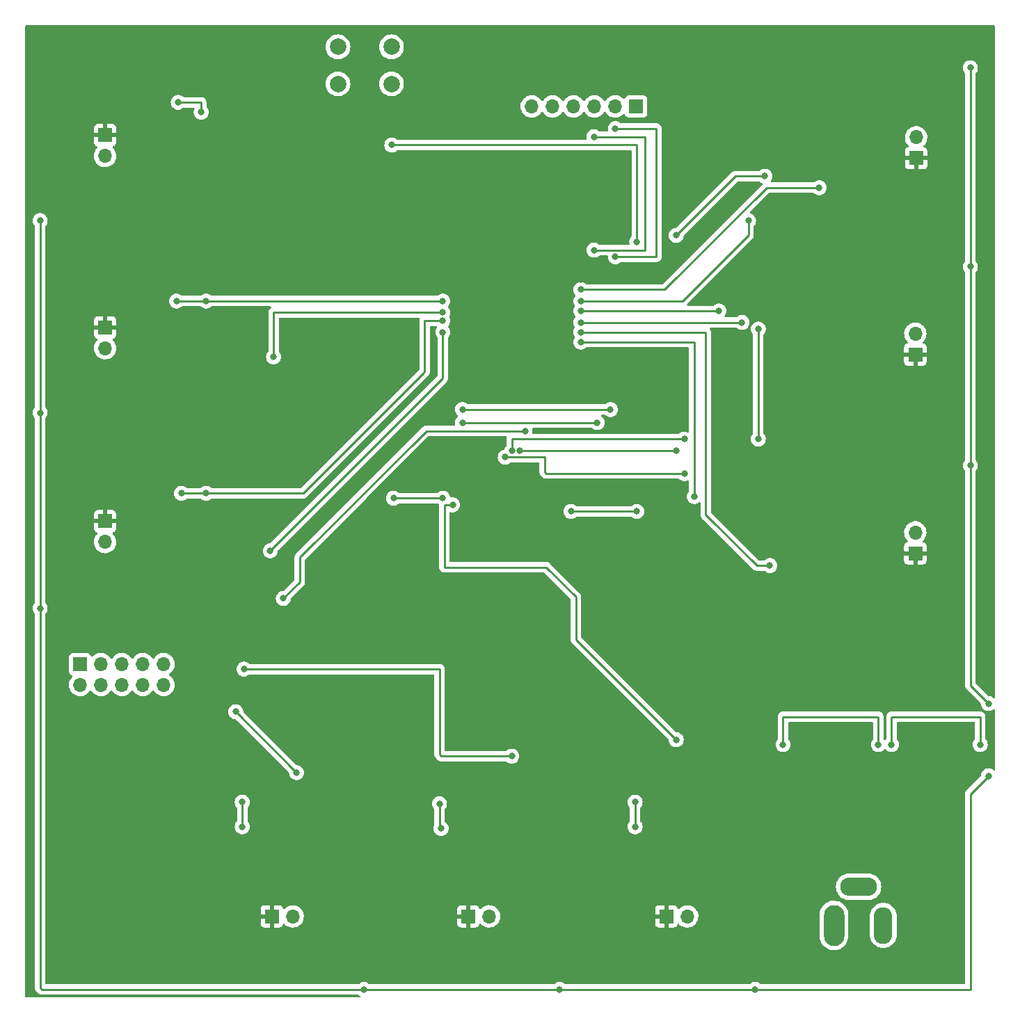
<source format=gbr>
%TF.GenerationSoftware,KiCad,Pcbnew,(6.0.11-0)*%
%TF.CreationDate,2023-11-08T03:13:09-06:00*%
%TF.ProjectId,ECE395_Digital_Target,45434533-3935-45f4-9469-676974616c5f,rev?*%
%TF.SameCoordinates,Original*%
%TF.FileFunction,Copper,L2,Bot*%
%TF.FilePolarity,Positive*%
%FSLAX46Y46*%
G04 Gerber Fmt 4.6, Leading zero omitted, Abs format (unit mm)*
G04 Created by KiCad (PCBNEW (6.0.11-0)) date 2023-11-08 03:13:09*
%MOMM*%
%LPD*%
G01*
G04 APERTURE LIST*
%TA.AperFunction,ComponentPad*%
%ADD10R,1.700000X1.700000*%
%TD*%
%TA.AperFunction,ComponentPad*%
%ADD11O,1.700000X1.700000*%
%TD*%
%TA.AperFunction,ComponentPad*%
%ADD12O,2.500000X5.000000*%
%TD*%
%TA.AperFunction,ComponentPad*%
%ADD13O,2.250000X4.500000*%
%TD*%
%TA.AperFunction,ComponentPad*%
%ADD14O,4.500000X2.250000*%
%TD*%
%TA.AperFunction,ComponentPad*%
%ADD15C,2.000000*%
%TD*%
%TA.AperFunction,ViaPad*%
%ADD16C,0.800000*%
%TD*%
%TA.AperFunction,Conductor*%
%ADD17C,0.250000*%
%TD*%
G04 APERTURE END LIST*
D10*
%TO.P,S2,1,Pin_1*%
%TO.N,unconnected-(S2-Pad1)*%
X123925000Y-41900000D03*
D11*
%TO.P,S2,2,Pin_2*%
%TO.N,Net-(S2-Pad2)*%
X121385000Y-41900000D03*
%TO.P,S2,3,Pin_3*%
%TO.N,Net-(S2-Pad3)*%
X118845000Y-41900000D03*
%TO.P,S2,4,Pin_4*%
%TO.N,unconnected-(S2-Pad4)*%
X116305000Y-41900000D03*
%TO.P,S2,5,Pin_5*%
%TO.N,unconnected-(S2-Pad5)*%
X113765000Y-41900000D03*
%TO.P,S2,6,Pin_6*%
%TO.N,GND*%
X111225000Y-41900000D03*
%TD*%
D12*
%TO.P,J0,1*%
%TO.N,+12V*%
X148000000Y-141600000D03*
D13*
%TO.P,J0,2*%
%TO.N,GND*%
X154000000Y-141600000D03*
D14*
%TO.P,J0,3*%
%TO.N,unconnected-(J0-Pad3)*%
X151000000Y-136900000D03*
%TD*%
D10*
%TO.P,J1,1,Pin_1*%
%TO.N,6.6V*%
X59300000Y-45400000D03*
D11*
%TO.P,J1,2,Pin_2*%
%TO.N,Net-(J1-Pad2)*%
X59300000Y-47940000D03*
%TD*%
D10*
%TO.P,J7,1,Pin_1*%
%TO.N,6.6V*%
X79600000Y-140500000D03*
D11*
%TO.P,J7,2,Pin_2*%
%TO.N,Net-(J7-Pad2)*%
X82140000Y-140500000D03*
%TD*%
D10*
%TO.P,J4,1,Pin_1*%
%TO.N,6.6V*%
X158000000Y-48200000D03*
D11*
%TO.P,J4,2,Pin_2*%
%TO.N,Net-(J4-Pad2)*%
X158000000Y-45660000D03*
%TD*%
D10*
%TO.P,J5,1,Pin_1*%
%TO.N,6.6V*%
X157900000Y-72100000D03*
D11*
%TO.P,J5,2,Pin_2*%
%TO.N,Net-(J5-Pad2)*%
X157900000Y-69560000D03*
%TD*%
D10*
%TO.P,S1,1,Pin_1*%
%TO.N,unconnected-(S1-Pad1)*%
X56260000Y-109800000D03*
D11*
%TO.P,S1,2,Pin_2*%
%TO.N,Net-(S1-Pad2)*%
X56260000Y-112340000D03*
%TO.P,S1,3,Pin_3*%
%TO.N,unconnected-(S1-Pad3)*%
X58800000Y-109800000D03*
%TO.P,S1,4,Pin_4*%
%TO.N,Net-(S1-Pad4)*%
X58800000Y-112340000D03*
%TO.P,S1,5,Pin_5*%
%TO.N,GND*%
X61340000Y-109800000D03*
%TO.P,S1,6,Pin_6*%
X61340000Y-112340000D03*
%TO.P,S1,7,Pin_7*%
%TO.N,unconnected-(S1-Pad7)*%
X63880000Y-109800000D03*
%TO.P,S1,8,Pin_8*%
%TO.N,unconnected-(S1-Pad8)*%
X63880000Y-112340000D03*
%TO.P,S1,9,Pin_9*%
%TO.N,unconnected-(S1-Pad9)*%
X66420000Y-109800000D03*
%TO.P,S1,10,Pin_10*%
%TO.N,unconnected-(S1-Pad10)*%
X66420000Y-112340000D03*
%TD*%
D10*
%TO.P,J9,1,Pin_1*%
%TO.N,6.6V*%
X127600000Y-140500000D03*
D11*
%TO.P,J9,2,Pin_2*%
%TO.N,Net-(J9-Pad2)*%
X130140000Y-140500000D03*
%TD*%
D10*
%TO.P,J6,1,Pin_1*%
%TO.N,6.6V*%
X157900000Y-96300000D03*
D11*
%TO.P,J6,2,Pin_2*%
%TO.N,Net-(J6-Pad2)*%
X157900000Y-93760000D03*
%TD*%
D10*
%TO.P,J8,1,Pin_1*%
%TO.N,6.6V*%
X103500000Y-140500000D03*
D11*
%TO.P,J8,2,Pin_2*%
%TO.N,Net-(J8-Pad2)*%
X106040000Y-140500000D03*
%TD*%
D15*
%TO.P,SW1,1,1*%
%TO.N,GND*%
X87650000Y-34650000D03*
X94150000Y-34650000D03*
%TO.P,SW1,2,2*%
%TO.N,Net-(C300-Pad1)*%
X94150000Y-39150000D03*
X87650000Y-39150000D03*
%TD*%
D10*
%TO.P,J3,1,Pin_1*%
%TO.N,6.6V*%
X59300000Y-92400000D03*
D11*
%TO.P,J3,2,Pin_2*%
%TO.N,Net-(J3-Pad2)*%
X59300000Y-94940000D03*
%TD*%
D10*
%TO.P,J2,1,Pin_1*%
%TO.N,6.6V*%
X59300000Y-68800000D03*
D11*
%TO.P,J2,2,Pin_2*%
%TO.N,Net-(J2-Pad2)*%
X59300000Y-71340000D03*
%TD*%
D16*
%TO.N,GND*%
X155000000Y-119600000D03*
X165800000Y-119600000D03*
X153400000Y-119600000D03*
X141800000Y-119600000D03*
%TO.N,6.6V*%
X96400000Y-112200000D03*
X117000000Y-57600000D03*
X131000000Y-57600000D03*
X117200000Y-73800000D03*
X153400000Y-131400000D03*
X96400000Y-120400000D03*
X117200000Y-63000000D03*
X130200000Y-138400000D03*
%TO.N,+3V3*%
X51400000Y-55800000D03*
X90800000Y-149400000D03*
X138400000Y-149400000D03*
X164600000Y-85600000D03*
X51400000Y-103000000D03*
X166800000Y-123400000D03*
X164600000Y-37200000D03*
X164600000Y-61400000D03*
X114600000Y-149400000D03*
X166800000Y-114600000D03*
X51400000Y-79200000D03*
%TO.N,Net-(C300-Pad1)*%
X124000000Y-91200000D03*
X94200000Y-46600000D03*
X124000000Y-58400000D03*
X116000000Y-91200000D03*
%TO.N,Net-(D1-Pad2)*%
X102800000Y-78800000D03*
X120800000Y-78800000D03*
%TO.N,Net-(D2-Pad2)*%
X119200000Y-80400000D03*
X102800000Y-80400000D03*
%TO.N,Net-(D3-Pad2)*%
X81000000Y-101800000D03*
X110400000Y-81400000D03*
%TO.N,Net-(D4-Pad2)*%
X128800000Y-57600000D03*
X109799503Y-83800000D03*
X139600000Y-50400000D03*
X128800000Y-83800000D03*
%TO.N,Net-(D5-Pad2)*%
X108800000Y-83800000D03*
X129800000Y-82400000D03*
X138800000Y-82400000D03*
X138800000Y-69000000D03*
%TO.N,Net-(D6-Pad2)*%
X108000000Y-84600000D03*
X129800000Y-86600000D03*
%TO.N,Net-(D7-Pad2)*%
X82600000Y-123000000D03*
X75200000Y-115600000D03*
%TO.N,Net-(D8-Pad2)*%
X94400000Y-89600000D03*
X100400000Y-89600000D03*
X108800000Y-121000000D03*
X76200000Y-110400000D03*
%TO.N,Net-(D9-Pad2)*%
X128800000Y-119000000D03*
X101600000Y-90400000D03*
%TO.N,Net-(NOT1-Pad1)*%
X68200000Y-41400000D03*
X71000000Y-42600000D03*
%TO.N,Net-(NOT1-Pad3)*%
X71600000Y-65600000D03*
X68000000Y-65600000D03*
X100400000Y-65600000D03*
%TO.N,Net-(NOT1-Pad4)*%
X100400000Y-67000000D03*
X79800000Y-72400000D03*
%TO.N,Net-(NOT1-Pad5)*%
X71600000Y-89000000D03*
X68600000Y-89000000D03*
X100400000Y-68000000D03*
%TO.N,Net-(NOT1-Pad6)*%
X79400000Y-96000000D03*
X100400000Y-69400000D03*
%TO.N,Net-(NOT1-Pad8)*%
X131000000Y-89400000D03*
X117200000Y-70600000D03*
%TO.N,Net-(NOT1-Pad9)*%
X140200000Y-97800000D03*
X117200000Y-69400000D03*
%TO.N,Net-(NOT1-Pad10)*%
X117200000Y-68200000D03*
X136800000Y-68200000D03*
%TO.N,Net-(NOT1-Pad11)*%
X117200000Y-66800000D03*
X134000000Y-66800000D03*
%TO.N,Net-(NOT1-Pad12)*%
X117200000Y-65600000D03*
X137600000Y-55800000D03*
%TO.N,Net-(NOT1-Pad13)*%
X146200000Y-51800000D03*
X117200000Y-64200000D03*
%TO.N,Net-(NOT2-Pad1)*%
X76000000Y-129600000D03*
X76000000Y-126600000D03*
%TO.N,Net-(NOT2-Pad3)*%
X100000000Y-126800000D03*
X100200000Y-129800000D03*
%TO.N,Net-(NOT2-Pad5)*%
X123800000Y-129600000D03*
X123800000Y-126600000D03*
%TO.N,Net-(S2-Pad2)*%
X121400000Y-60200000D03*
X121400000Y-44600000D03*
%TO.N,Net-(S2-Pad3)*%
X118800000Y-59400000D03*
X118800000Y-45600000D03*
%TD*%
D17*
%TO.N,GND*%
X153400000Y-116200000D02*
X141800000Y-116200000D01*
X153400000Y-119600000D02*
X153400000Y-116200000D01*
X165800000Y-116200000D02*
X165800000Y-119600000D01*
X155000000Y-119600000D02*
X155000000Y-116200000D01*
X155000000Y-116200000D02*
X165800000Y-116200000D01*
X141800000Y-116200000D02*
X141800000Y-119600000D01*
%TO.N,6.6V*%
X135400000Y-133200000D02*
X130200000Y-138400000D01*
X96400000Y-120400000D02*
X96400000Y-112200000D01*
X131000000Y-57600000D02*
X125600000Y-63000000D01*
X117000000Y-57600000D02*
X117000000Y-60000000D01*
X151600000Y-133200000D02*
X135400000Y-133200000D01*
X117000000Y-60000000D02*
X115800000Y-61200000D01*
X153400000Y-131400000D02*
X151600000Y-133200000D01*
X125600000Y-63000000D02*
X117200000Y-63000000D01*
X115800000Y-61200000D02*
X115800000Y-72400000D01*
X115800000Y-72400000D02*
X117200000Y-73800000D01*
%TO.N,+3V3*%
X164600000Y-85600000D02*
X164600000Y-61400000D01*
X166800000Y-114600000D02*
X164600000Y-112400000D01*
X51400000Y-149200000D02*
X51400000Y-103000000D01*
X164600000Y-149400000D02*
X138400000Y-149400000D01*
X51400000Y-79200000D02*
X51400000Y-55800000D01*
X90800000Y-149400000D02*
X51600000Y-149400000D01*
X164600000Y-149400000D02*
X164600000Y-125600000D01*
X164600000Y-61400000D02*
X164600000Y-37200000D01*
X51400000Y-103000000D02*
X51400000Y-79200000D01*
X164600000Y-125600000D02*
X166800000Y-123400000D01*
X138400000Y-149400000D02*
X114600000Y-149400000D01*
X114600000Y-149400000D02*
X90800000Y-149400000D01*
X164600000Y-112400000D02*
X164600000Y-85600000D01*
X51600000Y-149400000D02*
X51400000Y-149200000D01*
%TO.N,Net-(C300-Pad1)*%
X94200000Y-46600000D02*
X124000000Y-46600000D01*
X124000000Y-91200000D02*
X116000000Y-91200000D01*
X124000000Y-46600000D02*
X124000000Y-58400000D01*
%TO.N,Net-(D1-Pad2)*%
X102800000Y-78800000D02*
X120800000Y-78800000D01*
%TO.N,Net-(D2-Pad2)*%
X102800000Y-80400000D02*
X119200000Y-80400000D01*
%TO.N,Net-(D3-Pad2)*%
X81000000Y-101800000D02*
X83000000Y-99800000D01*
X83000000Y-99800000D02*
X83000000Y-96800000D01*
X98400000Y-81400000D02*
X110400000Y-81400000D01*
X83000000Y-96800000D02*
X98400000Y-81400000D01*
%TO.N,Net-(D4-Pad2)*%
X128800000Y-83800000D02*
X109800000Y-83800000D01*
X136000000Y-50400000D02*
X128800000Y-57600000D01*
X109800000Y-83800000D02*
X109799503Y-83800000D01*
X136800000Y-50400000D02*
X136000000Y-50400000D01*
X139600000Y-50400000D02*
X136800000Y-50400000D01*
%TO.N,Net-(D5-Pad2)*%
X129800000Y-82400000D02*
X108800000Y-82400000D01*
X138800000Y-69000000D02*
X138800000Y-80200000D01*
X108800000Y-82400000D02*
X108800000Y-83800000D01*
X138800000Y-80200000D02*
X138800000Y-82400000D01*
%TO.N,Net-(D6-Pad2)*%
X113000000Y-86600000D02*
X112800000Y-86400000D01*
X112800000Y-84600000D02*
X108000000Y-84600000D01*
X112800000Y-86400000D02*
X112800000Y-84600000D01*
X129800000Y-86600000D02*
X113000000Y-86600000D01*
%TO.N,Net-(D7-Pad2)*%
X82600000Y-123000000D02*
X75200000Y-115600000D01*
%TO.N,Net-(D8-Pad2)*%
X100000000Y-110400000D02*
X76200000Y-110400000D01*
X100000000Y-120800000D02*
X100000000Y-110400000D01*
X108800000Y-121000000D02*
X100200000Y-121000000D01*
X94400000Y-89600000D02*
X100400000Y-89600000D01*
X100200000Y-121000000D02*
X100000000Y-120800000D01*
%TO.N,Net-(D9-Pad2)*%
X128800000Y-119000000D02*
X116600000Y-106800000D01*
X116600000Y-106800000D02*
X116600000Y-101600000D01*
X100600000Y-90400000D02*
X101600000Y-90400000D01*
X100600000Y-98000000D02*
X100600000Y-90400000D01*
X116600000Y-101600000D02*
X113000000Y-98000000D01*
X113000000Y-98000000D02*
X100600000Y-98000000D01*
%TO.N,Net-(NOT1-Pad1)*%
X71000000Y-42600000D02*
X71000000Y-41400000D01*
X71000000Y-41400000D02*
X68200000Y-41400000D01*
%TO.N,Net-(NOT1-Pad3)*%
X71600000Y-65600000D02*
X68000000Y-65600000D01*
X71600000Y-65600000D02*
X100400000Y-65600000D01*
%TO.N,Net-(NOT1-Pad4)*%
X79800000Y-67000000D02*
X100400000Y-67000000D01*
X79800000Y-72400000D02*
X79800000Y-67000000D01*
%TO.N,Net-(NOT1-Pad5)*%
X71600000Y-89000000D02*
X83400000Y-89000000D01*
X71600000Y-89000000D02*
X68600000Y-89000000D01*
X98200000Y-68000000D02*
X100400000Y-68000000D01*
X83800000Y-88600000D02*
X98000000Y-74400000D01*
X98000000Y-74400000D02*
X98200000Y-74200000D01*
X83400000Y-89000000D02*
X83800000Y-88600000D01*
X98200000Y-74200000D02*
X98200000Y-68000000D01*
%TO.N,Net-(NOT1-Pad6)*%
X79400000Y-96000000D02*
X100400000Y-75000000D01*
X100400000Y-75000000D02*
X100400000Y-69400000D01*
%TO.N,Net-(NOT1-Pad8)*%
X131000000Y-70600000D02*
X117200000Y-70600000D01*
X131000000Y-89400000D02*
X131000000Y-70600000D01*
%TO.N,Net-(NOT1-Pad9)*%
X132800000Y-92000000D02*
X132400000Y-91600000D01*
X132400000Y-69400000D02*
X117200000Y-69400000D01*
X140200000Y-97800000D02*
X138600000Y-97800000D01*
X132400000Y-91600000D02*
X132400000Y-69400000D01*
X138600000Y-97800000D02*
X132800000Y-92000000D01*
%TO.N,Net-(NOT1-Pad10)*%
X136800000Y-68200000D02*
X117200000Y-68200000D01*
%TO.N,Net-(NOT1-Pad11)*%
X134000000Y-66800000D02*
X117200000Y-66800000D01*
%TO.N,Net-(NOT1-Pad12)*%
X129600000Y-65600000D02*
X117200000Y-65600000D01*
X137600000Y-57600000D02*
X129600000Y-65600000D01*
X137600000Y-55800000D02*
X137600000Y-57600000D01*
%TO.N,Net-(NOT1-Pad13)*%
X139800000Y-51800000D02*
X127400000Y-64200000D01*
X127400000Y-64200000D02*
X117200000Y-64200000D01*
X146200000Y-51800000D02*
X139800000Y-51800000D01*
%TO.N,Net-(NOT2-Pad1)*%
X76000000Y-126600000D02*
X76000000Y-129600000D01*
%TO.N,Net-(NOT2-Pad3)*%
X100000000Y-126800000D02*
X100000000Y-129600000D01*
X100000000Y-129600000D02*
X100200000Y-129800000D01*
%TO.N,Net-(NOT2-Pad5)*%
X123800000Y-126600000D02*
X123800000Y-129600000D01*
%TO.N,Net-(S2-Pad2)*%
X126400000Y-44600000D02*
X126400000Y-60200000D01*
X121400000Y-44600000D02*
X126400000Y-44600000D01*
X126400000Y-60200000D02*
X121400000Y-60200000D01*
%TO.N,Net-(S2-Pad3)*%
X125000000Y-59400000D02*
X118800000Y-59400000D01*
X118800000Y-45600000D02*
X125000000Y-45600000D01*
X125000000Y-45600000D02*
X125000000Y-59400000D01*
%TD*%
%TA.AperFunction,Conductor*%
%TO.N,6.6V*%
G36*
X167542121Y-32020002D02*
G01*
X167588614Y-32073658D01*
X167600000Y-32126000D01*
X167600000Y-113810978D01*
X167579998Y-113879099D01*
X167526342Y-113925592D01*
X167456068Y-113935696D01*
X167399939Y-113912914D01*
X167262094Y-113812763D01*
X167262093Y-113812762D01*
X167256752Y-113808882D01*
X167250724Y-113806198D01*
X167250722Y-113806197D01*
X167088319Y-113733891D01*
X167088318Y-113733891D01*
X167082288Y-113731206D01*
X166988887Y-113711353D01*
X166901944Y-113692872D01*
X166901939Y-113692872D01*
X166895487Y-113691500D01*
X166839594Y-113691500D01*
X166771473Y-113671498D01*
X166750499Y-113654595D01*
X165270405Y-112174500D01*
X165236379Y-112112188D01*
X165233500Y-112085405D01*
X165233500Y-86302524D01*
X165253502Y-86234403D01*
X165265858Y-86218221D01*
X165339040Y-86136944D01*
X165434527Y-85971556D01*
X165493542Y-85789928D01*
X165494761Y-85778336D01*
X165512814Y-85606565D01*
X165513504Y-85600000D01*
X165493542Y-85410072D01*
X165434527Y-85228444D01*
X165339040Y-85063056D01*
X165265863Y-84981785D01*
X165235147Y-84917779D01*
X165233500Y-84897476D01*
X165233500Y-62102524D01*
X165253502Y-62034403D01*
X165265858Y-62018221D01*
X165339040Y-61936944D01*
X165434527Y-61771556D01*
X165493542Y-61589928D01*
X165513504Y-61400000D01*
X165493542Y-61210072D01*
X165434527Y-61028444D01*
X165339040Y-60863056D01*
X165265863Y-60781785D01*
X165235147Y-60717779D01*
X165233500Y-60697476D01*
X165233500Y-37902524D01*
X165253502Y-37834403D01*
X165265858Y-37818221D01*
X165339040Y-37736944D01*
X165434527Y-37571556D01*
X165493542Y-37389928D01*
X165513504Y-37200000D01*
X165493542Y-37010072D01*
X165434527Y-36828444D01*
X165339040Y-36663056D01*
X165211253Y-36521134D01*
X165056752Y-36408882D01*
X165050724Y-36406198D01*
X165050722Y-36406197D01*
X164888319Y-36333891D01*
X164888318Y-36333891D01*
X164882288Y-36331206D01*
X164788887Y-36311353D01*
X164701944Y-36292872D01*
X164701939Y-36292872D01*
X164695487Y-36291500D01*
X164504513Y-36291500D01*
X164498061Y-36292872D01*
X164498056Y-36292872D01*
X164411113Y-36311353D01*
X164317712Y-36331206D01*
X164311682Y-36333891D01*
X164311681Y-36333891D01*
X164149278Y-36406197D01*
X164149276Y-36406198D01*
X164143248Y-36408882D01*
X163988747Y-36521134D01*
X163860960Y-36663056D01*
X163765473Y-36828444D01*
X163706458Y-37010072D01*
X163686496Y-37200000D01*
X163706458Y-37389928D01*
X163765473Y-37571556D01*
X163860960Y-37736944D01*
X163934137Y-37818215D01*
X163964853Y-37882221D01*
X163966500Y-37902524D01*
X163966500Y-60697476D01*
X163946498Y-60765597D01*
X163934142Y-60781779D01*
X163860960Y-60863056D01*
X163765473Y-61028444D01*
X163706458Y-61210072D01*
X163686496Y-61400000D01*
X163706458Y-61589928D01*
X163765473Y-61771556D01*
X163860960Y-61936944D01*
X163934137Y-62018215D01*
X163964853Y-62082221D01*
X163966500Y-62102524D01*
X163966500Y-84897476D01*
X163946498Y-84965597D01*
X163934142Y-84981779D01*
X163860960Y-85063056D01*
X163765473Y-85228444D01*
X163706458Y-85410072D01*
X163686496Y-85600000D01*
X163687186Y-85606565D01*
X163705240Y-85778336D01*
X163706458Y-85789928D01*
X163765473Y-85971556D01*
X163860960Y-86136944D01*
X163934137Y-86218215D01*
X163964853Y-86282221D01*
X163966500Y-86302524D01*
X163966500Y-112321233D01*
X163965973Y-112332416D01*
X163964298Y-112339909D01*
X163964547Y-112347835D01*
X163964547Y-112347836D01*
X163966438Y-112407986D01*
X163966500Y-112411945D01*
X163966500Y-112439856D01*
X163966997Y-112443790D01*
X163966997Y-112443791D01*
X163967005Y-112443856D01*
X163967938Y-112455693D01*
X163969327Y-112499889D01*
X163974978Y-112519339D01*
X163978987Y-112538700D01*
X163981526Y-112558797D01*
X163984445Y-112566168D01*
X163984445Y-112566170D01*
X163997804Y-112599912D01*
X164001649Y-112611142D01*
X164013982Y-112653593D01*
X164018015Y-112660412D01*
X164018017Y-112660417D01*
X164024293Y-112671028D01*
X164032988Y-112688776D01*
X164040448Y-112707617D01*
X164045110Y-112714033D01*
X164045110Y-112714034D01*
X164066436Y-112743387D01*
X164072952Y-112753307D01*
X164095458Y-112791362D01*
X164109779Y-112805683D01*
X164122619Y-112820716D01*
X164134528Y-112837107D01*
X164168605Y-112865298D01*
X164177384Y-112873288D01*
X165852878Y-114548783D01*
X165886904Y-114611095D01*
X165889093Y-114624706D01*
X165906458Y-114789928D01*
X165965473Y-114971556D01*
X166060960Y-115136944D01*
X166188747Y-115278866D01*
X166343248Y-115391118D01*
X166349276Y-115393802D01*
X166349278Y-115393803D01*
X166400560Y-115416635D01*
X166517712Y-115468794D01*
X166611113Y-115488647D01*
X166698056Y-115507128D01*
X166698061Y-115507128D01*
X166704513Y-115508500D01*
X166895487Y-115508500D01*
X166901939Y-115507128D01*
X166901944Y-115507128D01*
X166988887Y-115488647D01*
X167082288Y-115468794D01*
X167199440Y-115416635D01*
X167250722Y-115393803D01*
X167250724Y-115393802D01*
X167256752Y-115391118D01*
X167399939Y-115287086D01*
X167466806Y-115263228D01*
X167535958Y-115279308D01*
X167585438Y-115330222D01*
X167600000Y-115389022D01*
X167600000Y-122610978D01*
X167579998Y-122679099D01*
X167526342Y-122725592D01*
X167456068Y-122735696D01*
X167399939Y-122712914D01*
X167262094Y-122612763D01*
X167262093Y-122612762D01*
X167256752Y-122608882D01*
X167250724Y-122606198D01*
X167250722Y-122606197D01*
X167088319Y-122533891D01*
X167088318Y-122533891D01*
X167082288Y-122531206D01*
X166988888Y-122511353D01*
X166901944Y-122492872D01*
X166901939Y-122492872D01*
X166895487Y-122491500D01*
X166704513Y-122491500D01*
X166698061Y-122492872D01*
X166698056Y-122492872D01*
X166611112Y-122511353D01*
X166517712Y-122531206D01*
X166511682Y-122533891D01*
X166511681Y-122533891D01*
X166349278Y-122606197D01*
X166349276Y-122606198D01*
X166343248Y-122608882D01*
X166188747Y-122721134D01*
X166184326Y-122726044D01*
X166184325Y-122726045D01*
X166102758Y-122816635D01*
X166060960Y-122863056D01*
X165965473Y-123028444D01*
X165906458Y-123210072D01*
X165905768Y-123216633D01*
X165905768Y-123216635D01*
X165889093Y-123375293D01*
X165862080Y-123440950D01*
X165852878Y-123451218D01*
X164996967Y-124307128D01*
X164207747Y-125096348D01*
X164199461Y-125103888D01*
X164192982Y-125108000D01*
X164187557Y-125113777D01*
X164146357Y-125157651D01*
X164143602Y-125160493D01*
X164123865Y-125180230D01*
X164121385Y-125183427D01*
X164113682Y-125192447D01*
X164083414Y-125224679D01*
X164079595Y-125231625D01*
X164079593Y-125231628D01*
X164073652Y-125242434D01*
X164062801Y-125258953D01*
X164050386Y-125274959D01*
X164047241Y-125282228D01*
X164047238Y-125282232D01*
X164032826Y-125315537D01*
X164027609Y-125326187D01*
X164006305Y-125364940D01*
X164004334Y-125372615D01*
X164004334Y-125372616D01*
X164001267Y-125384562D01*
X163994863Y-125403266D01*
X163986819Y-125421855D01*
X163985580Y-125429678D01*
X163985577Y-125429688D01*
X163979901Y-125465524D01*
X163977495Y-125477144D01*
X163966500Y-125519970D01*
X163966500Y-125540224D01*
X163964949Y-125559934D01*
X163961780Y-125579943D01*
X163962526Y-125587835D01*
X163965941Y-125623961D01*
X163966500Y-125635819D01*
X163966500Y-148640500D01*
X163946498Y-148708621D01*
X163892842Y-148755114D01*
X163840500Y-148766500D01*
X139108200Y-148766500D01*
X139040079Y-148746498D01*
X139020853Y-148730157D01*
X139020580Y-148730460D01*
X139015668Y-148726037D01*
X139011253Y-148721134D01*
X138856752Y-148608882D01*
X138850724Y-148606198D01*
X138850722Y-148606197D01*
X138688319Y-148533891D01*
X138688318Y-148533891D01*
X138682288Y-148531206D01*
X138588887Y-148511353D01*
X138501944Y-148492872D01*
X138501939Y-148492872D01*
X138495487Y-148491500D01*
X138304513Y-148491500D01*
X138298061Y-148492872D01*
X138298056Y-148492872D01*
X138211113Y-148511353D01*
X138117712Y-148531206D01*
X138111682Y-148533891D01*
X138111681Y-148533891D01*
X137949278Y-148606197D01*
X137949276Y-148606198D01*
X137943248Y-148608882D01*
X137788747Y-148721134D01*
X137784332Y-148726037D01*
X137779420Y-148730460D01*
X137778295Y-148729211D01*
X137724986Y-148762051D01*
X137691800Y-148766500D01*
X115308200Y-148766500D01*
X115240079Y-148746498D01*
X115220853Y-148730157D01*
X115220580Y-148730460D01*
X115215668Y-148726037D01*
X115211253Y-148721134D01*
X115056752Y-148608882D01*
X115050724Y-148606198D01*
X115050722Y-148606197D01*
X114888319Y-148533891D01*
X114888318Y-148533891D01*
X114882288Y-148531206D01*
X114788887Y-148511353D01*
X114701944Y-148492872D01*
X114701939Y-148492872D01*
X114695487Y-148491500D01*
X114504513Y-148491500D01*
X114498061Y-148492872D01*
X114498056Y-148492872D01*
X114411113Y-148511353D01*
X114317712Y-148531206D01*
X114311682Y-148533891D01*
X114311681Y-148533891D01*
X114149278Y-148606197D01*
X114149276Y-148606198D01*
X114143248Y-148608882D01*
X113988747Y-148721134D01*
X113984332Y-148726037D01*
X113979420Y-148730460D01*
X113978295Y-148729211D01*
X113924986Y-148762051D01*
X113891800Y-148766500D01*
X91508200Y-148766500D01*
X91440079Y-148746498D01*
X91420853Y-148730157D01*
X91420580Y-148730460D01*
X91415668Y-148726037D01*
X91411253Y-148721134D01*
X91256752Y-148608882D01*
X91250724Y-148606198D01*
X91250722Y-148606197D01*
X91088319Y-148533891D01*
X91088318Y-148533891D01*
X91082288Y-148531206D01*
X90988887Y-148511353D01*
X90901944Y-148492872D01*
X90901939Y-148492872D01*
X90895487Y-148491500D01*
X90704513Y-148491500D01*
X90698061Y-148492872D01*
X90698056Y-148492872D01*
X90611113Y-148511353D01*
X90517712Y-148531206D01*
X90511682Y-148533891D01*
X90511681Y-148533891D01*
X90349278Y-148606197D01*
X90349276Y-148606198D01*
X90343248Y-148608882D01*
X90188747Y-148721134D01*
X90184332Y-148726037D01*
X90179420Y-148730460D01*
X90178295Y-148729211D01*
X90124986Y-148762051D01*
X90091800Y-148766500D01*
X52159500Y-148766500D01*
X52091379Y-148746498D01*
X52044886Y-148692842D01*
X52033500Y-148640500D01*
X52033500Y-142916354D01*
X146241500Y-142916354D01*
X146241673Y-142918679D01*
X146241673Y-142918685D01*
X146245962Y-142976392D01*
X146255939Y-143110652D01*
X146256968Y-143115200D01*
X146256969Y-143115206D01*
X146282159Y-143226528D01*
X146313623Y-143365577D01*
X146408353Y-143609177D01*
X146538049Y-143836098D01*
X146699862Y-144041357D01*
X146890237Y-144220443D01*
X146978194Y-144281461D01*
X147095966Y-144363163D01*
X147104991Y-144369424D01*
X147109181Y-144371490D01*
X147109184Y-144371492D01*
X147335219Y-144482960D01*
X147335222Y-144482961D01*
X147339407Y-144485025D01*
X147343850Y-144486447D01*
X147343852Y-144486448D01*
X147583877Y-144563280D01*
X147588335Y-144564707D01*
X147846307Y-144606721D01*
X147960058Y-144608210D01*
X148102978Y-144610081D01*
X148102981Y-144610081D01*
X148107655Y-144610142D01*
X148366638Y-144574896D01*
X148617567Y-144501757D01*
X148653862Y-144485025D01*
X148672112Y-144476611D01*
X148854928Y-144392332D01*
X148904976Y-144359519D01*
X149069596Y-144251590D01*
X149069601Y-144251586D01*
X149073509Y-144249024D01*
X149268506Y-144074982D01*
X149435637Y-143874030D01*
X149546168Y-143691881D01*
X149568804Y-143654578D01*
X149568806Y-143654574D01*
X149571229Y-143650581D01*
X149672303Y-143409545D01*
X149736641Y-143156217D01*
X149758500Y-142939133D01*
X149758500Y-142789180D01*
X152366500Y-142789180D01*
X152381622Y-142981326D01*
X152382776Y-142986133D01*
X152382777Y-142986139D01*
X152412670Y-143110652D01*
X152441645Y-143231340D01*
X152443538Y-143235911D01*
X152443539Y-143235913D01*
X152517245Y-143413854D01*
X152540040Y-143468887D01*
X152674384Y-143688116D01*
X152841369Y-143883631D01*
X153036884Y-144050616D01*
X153256113Y-144184960D01*
X153260683Y-144186853D01*
X153260687Y-144186855D01*
X153403252Y-144245907D01*
X153493660Y-144283355D01*
X153580502Y-144304204D01*
X153738861Y-144342223D01*
X153738867Y-144342224D01*
X153743674Y-144343378D01*
X154000000Y-144363551D01*
X154256326Y-144343378D01*
X154261133Y-144342224D01*
X154261139Y-144342223D01*
X154419498Y-144304204D01*
X154506340Y-144283355D01*
X154596748Y-144245907D01*
X154739313Y-144186855D01*
X154739317Y-144186853D01*
X154743887Y-144184960D01*
X154963116Y-144050616D01*
X155158631Y-143883631D01*
X155325616Y-143688116D01*
X155459960Y-143468887D01*
X155482756Y-143413854D01*
X155556461Y-143235913D01*
X155556462Y-143235911D01*
X155558355Y-143231340D01*
X155587330Y-143110652D01*
X155617223Y-142986139D01*
X155617224Y-142986133D01*
X155618378Y-142981326D01*
X155633500Y-142789180D01*
X155633500Y-140410820D01*
X155618378Y-140218674D01*
X155588447Y-140094000D01*
X155575302Y-140039248D01*
X155558355Y-139968660D01*
X155504640Y-139838980D01*
X155461855Y-139735687D01*
X155461853Y-139735683D01*
X155459960Y-139731113D01*
X155325616Y-139511884D01*
X155158631Y-139316369D01*
X154963116Y-139149384D01*
X154743887Y-139015040D01*
X154739317Y-139013147D01*
X154739313Y-139013145D01*
X154510913Y-138918539D01*
X154510911Y-138918538D01*
X154506340Y-138916645D01*
X154419498Y-138895796D01*
X154261139Y-138857777D01*
X154261133Y-138857776D01*
X154256326Y-138856622D01*
X154000000Y-138836449D01*
X153743674Y-138856622D01*
X153738867Y-138857776D01*
X153738861Y-138857777D01*
X153580502Y-138895796D01*
X153493660Y-138916645D01*
X153489089Y-138918538D01*
X153489087Y-138918539D01*
X153260687Y-139013145D01*
X153260683Y-139013147D01*
X153256113Y-139015040D01*
X153036884Y-139149384D01*
X152841369Y-139316369D01*
X152674384Y-139511884D01*
X152540040Y-139731113D01*
X152538147Y-139735683D01*
X152538145Y-139735687D01*
X152495360Y-139838980D01*
X152441645Y-139968660D01*
X152424698Y-140039248D01*
X152411554Y-140094000D01*
X152381622Y-140218674D01*
X152366500Y-140410820D01*
X152366500Y-142789180D01*
X149758500Y-142789180D01*
X149758500Y-140283646D01*
X149756574Y-140257729D01*
X149744407Y-140094000D01*
X149744406Y-140093996D01*
X149744061Y-140089348D01*
X149738715Y-140065720D01*
X149687408Y-139838980D01*
X149686377Y-139834423D01*
X149621767Y-139668277D01*
X149593340Y-139595176D01*
X149593339Y-139595173D01*
X149591647Y-139590823D01*
X149461951Y-139363902D01*
X149300138Y-139158643D01*
X149109763Y-138979557D01*
X148931995Y-138856234D01*
X148898851Y-138833241D01*
X148898848Y-138833239D01*
X148895009Y-138830576D01*
X148890816Y-138828508D01*
X148664781Y-138717040D01*
X148664778Y-138717039D01*
X148660593Y-138714975D01*
X148614449Y-138700204D01*
X148416123Y-138636720D01*
X148411665Y-138635293D01*
X148153693Y-138593279D01*
X148039942Y-138591790D01*
X147897022Y-138589919D01*
X147897019Y-138589919D01*
X147892345Y-138589858D01*
X147633362Y-138625104D01*
X147382433Y-138698243D01*
X147378180Y-138700203D01*
X147378179Y-138700204D01*
X147341659Y-138717040D01*
X147145072Y-138807668D01*
X147106067Y-138833241D01*
X146930404Y-138948410D01*
X146930399Y-138948414D01*
X146926491Y-138950976D01*
X146731494Y-139125018D01*
X146564363Y-139325970D01*
X146561934Y-139329973D01*
X146448989Y-139516101D01*
X146428771Y-139549419D01*
X146327697Y-139790455D01*
X146263359Y-140043783D01*
X146241500Y-140260867D01*
X146241500Y-142916354D01*
X52033500Y-142916354D01*
X52033500Y-141394669D01*
X78242001Y-141394669D01*
X78242371Y-141401490D01*
X78247895Y-141452352D01*
X78251521Y-141467604D01*
X78296676Y-141588054D01*
X78305214Y-141603649D01*
X78381715Y-141705724D01*
X78394276Y-141718285D01*
X78496351Y-141794786D01*
X78511946Y-141803324D01*
X78632394Y-141848478D01*
X78647649Y-141852105D01*
X78698514Y-141857631D01*
X78705328Y-141858000D01*
X79327885Y-141858000D01*
X79343124Y-141853525D01*
X79344329Y-141852135D01*
X79346000Y-141844452D01*
X79346000Y-141839884D01*
X79854000Y-141839884D01*
X79858475Y-141855123D01*
X79859865Y-141856328D01*
X79867548Y-141857999D01*
X80494669Y-141857999D01*
X80501490Y-141857629D01*
X80552352Y-141852105D01*
X80567604Y-141848479D01*
X80688054Y-141803324D01*
X80703649Y-141794786D01*
X80805724Y-141718285D01*
X80818285Y-141705724D01*
X80894786Y-141603649D01*
X80903324Y-141588054D01*
X80944225Y-141478952D01*
X80986867Y-141422188D01*
X81053428Y-141397488D01*
X81122777Y-141412696D01*
X81157444Y-141440684D01*
X81182865Y-141470031D01*
X81182869Y-141470035D01*
X81186250Y-141473938D01*
X81358126Y-141616632D01*
X81551000Y-141729338D01*
X81759692Y-141809030D01*
X81764760Y-141810061D01*
X81764763Y-141810062D01*
X81872017Y-141831883D01*
X81978597Y-141853567D01*
X81983772Y-141853757D01*
X81983774Y-141853757D01*
X82196673Y-141861564D01*
X82196677Y-141861564D01*
X82201837Y-141861753D01*
X82206957Y-141861097D01*
X82206959Y-141861097D01*
X82418288Y-141834025D01*
X82418289Y-141834025D01*
X82423416Y-141833368D01*
X82428366Y-141831883D01*
X82632429Y-141770661D01*
X82632434Y-141770659D01*
X82637384Y-141769174D01*
X82837994Y-141670896D01*
X83019860Y-141541173D01*
X83166877Y-141394669D01*
X102142001Y-141394669D01*
X102142371Y-141401490D01*
X102147895Y-141452352D01*
X102151521Y-141467604D01*
X102196676Y-141588054D01*
X102205214Y-141603649D01*
X102281715Y-141705724D01*
X102294276Y-141718285D01*
X102396351Y-141794786D01*
X102411946Y-141803324D01*
X102532394Y-141848478D01*
X102547649Y-141852105D01*
X102598514Y-141857631D01*
X102605328Y-141858000D01*
X103227885Y-141858000D01*
X103243124Y-141853525D01*
X103244329Y-141852135D01*
X103246000Y-141844452D01*
X103246000Y-141839884D01*
X103754000Y-141839884D01*
X103758475Y-141855123D01*
X103759865Y-141856328D01*
X103767548Y-141857999D01*
X104394669Y-141857999D01*
X104401490Y-141857629D01*
X104452352Y-141852105D01*
X104467604Y-141848479D01*
X104588054Y-141803324D01*
X104603649Y-141794786D01*
X104705724Y-141718285D01*
X104718285Y-141705724D01*
X104794786Y-141603649D01*
X104803324Y-141588054D01*
X104844225Y-141478952D01*
X104886867Y-141422188D01*
X104953428Y-141397488D01*
X105022777Y-141412696D01*
X105057444Y-141440684D01*
X105082865Y-141470031D01*
X105082869Y-141470035D01*
X105086250Y-141473938D01*
X105258126Y-141616632D01*
X105451000Y-141729338D01*
X105659692Y-141809030D01*
X105664760Y-141810061D01*
X105664763Y-141810062D01*
X105772017Y-141831883D01*
X105878597Y-141853567D01*
X105883772Y-141853757D01*
X105883774Y-141853757D01*
X106096673Y-141861564D01*
X106096677Y-141861564D01*
X106101837Y-141861753D01*
X106106957Y-141861097D01*
X106106959Y-141861097D01*
X106318288Y-141834025D01*
X106318289Y-141834025D01*
X106323416Y-141833368D01*
X106328366Y-141831883D01*
X106532429Y-141770661D01*
X106532434Y-141770659D01*
X106537384Y-141769174D01*
X106737994Y-141670896D01*
X106919860Y-141541173D01*
X107066877Y-141394669D01*
X126242001Y-141394669D01*
X126242371Y-141401490D01*
X126247895Y-141452352D01*
X126251521Y-141467604D01*
X126296676Y-141588054D01*
X126305214Y-141603649D01*
X126381715Y-141705724D01*
X126394276Y-141718285D01*
X126496351Y-141794786D01*
X126511946Y-141803324D01*
X126632394Y-141848478D01*
X126647649Y-141852105D01*
X126698514Y-141857631D01*
X126705328Y-141858000D01*
X127327885Y-141858000D01*
X127343124Y-141853525D01*
X127344329Y-141852135D01*
X127346000Y-141844452D01*
X127346000Y-141839884D01*
X127854000Y-141839884D01*
X127858475Y-141855123D01*
X127859865Y-141856328D01*
X127867548Y-141857999D01*
X128494669Y-141857999D01*
X128501490Y-141857629D01*
X128552352Y-141852105D01*
X128567604Y-141848479D01*
X128688054Y-141803324D01*
X128703649Y-141794786D01*
X128805724Y-141718285D01*
X128818285Y-141705724D01*
X128894786Y-141603649D01*
X128903324Y-141588054D01*
X128944225Y-141478952D01*
X128986867Y-141422188D01*
X129053428Y-141397488D01*
X129122777Y-141412696D01*
X129157444Y-141440684D01*
X129182865Y-141470031D01*
X129182869Y-141470035D01*
X129186250Y-141473938D01*
X129358126Y-141616632D01*
X129551000Y-141729338D01*
X129759692Y-141809030D01*
X129764760Y-141810061D01*
X129764763Y-141810062D01*
X129872017Y-141831883D01*
X129978597Y-141853567D01*
X129983772Y-141853757D01*
X129983774Y-141853757D01*
X130196673Y-141861564D01*
X130196677Y-141861564D01*
X130201837Y-141861753D01*
X130206957Y-141861097D01*
X130206959Y-141861097D01*
X130418288Y-141834025D01*
X130418289Y-141834025D01*
X130423416Y-141833368D01*
X130428366Y-141831883D01*
X130632429Y-141770661D01*
X130632434Y-141770659D01*
X130637384Y-141769174D01*
X130837994Y-141670896D01*
X131019860Y-141541173D01*
X131178096Y-141383489D01*
X131308453Y-141202077D01*
X131407430Y-141001811D01*
X131472370Y-140788069D01*
X131501529Y-140566590D01*
X131503156Y-140500000D01*
X131484852Y-140277361D01*
X131430431Y-140060702D01*
X131341354Y-139855840D01*
X131263624Y-139735687D01*
X131222822Y-139672617D01*
X131222820Y-139672614D01*
X131220014Y-139668277D01*
X131069670Y-139503051D01*
X131065619Y-139499852D01*
X131065615Y-139499848D01*
X130898414Y-139367800D01*
X130898410Y-139367798D01*
X130894359Y-139364598D01*
X130698789Y-139256638D01*
X130693920Y-139254914D01*
X130693916Y-139254912D01*
X130493087Y-139183795D01*
X130493083Y-139183794D01*
X130488212Y-139182069D01*
X130483119Y-139181162D01*
X130483116Y-139181161D01*
X130273373Y-139143800D01*
X130273367Y-139143799D01*
X130268284Y-139142894D01*
X130194452Y-139141992D01*
X130050081Y-139140228D01*
X130050079Y-139140228D01*
X130044911Y-139140165D01*
X129824091Y-139173955D01*
X129611756Y-139243357D01*
X129581443Y-139259137D01*
X129477674Y-139313156D01*
X129413607Y-139346507D01*
X129409474Y-139349610D01*
X129409471Y-139349612D01*
X129326450Y-139411946D01*
X129234965Y-139480635D01*
X129231393Y-139484373D01*
X129153898Y-139565466D01*
X129092374Y-139600895D01*
X129021462Y-139597438D01*
X128963676Y-139556192D01*
X128944823Y-139522644D01*
X128903324Y-139411946D01*
X128894786Y-139396351D01*
X128818285Y-139294276D01*
X128805724Y-139281715D01*
X128703649Y-139205214D01*
X128688054Y-139196676D01*
X128567606Y-139151522D01*
X128552351Y-139147895D01*
X128501486Y-139142369D01*
X128494672Y-139142000D01*
X127872115Y-139142000D01*
X127856876Y-139146475D01*
X127855671Y-139147865D01*
X127854000Y-139155548D01*
X127854000Y-141839884D01*
X127346000Y-141839884D01*
X127346000Y-140772115D01*
X127341525Y-140756876D01*
X127340135Y-140755671D01*
X127332452Y-140754000D01*
X126260116Y-140754000D01*
X126244877Y-140758475D01*
X126243672Y-140759865D01*
X126242001Y-140767548D01*
X126242001Y-141394669D01*
X107066877Y-141394669D01*
X107078096Y-141383489D01*
X107208453Y-141202077D01*
X107307430Y-141001811D01*
X107372370Y-140788069D01*
X107401529Y-140566590D01*
X107403156Y-140500000D01*
X107384852Y-140277361D01*
X107372424Y-140227885D01*
X126242000Y-140227885D01*
X126246475Y-140243124D01*
X126247865Y-140244329D01*
X126255548Y-140246000D01*
X127327885Y-140246000D01*
X127343124Y-140241525D01*
X127344329Y-140240135D01*
X127346000Y-140232452D01*
X127346000Y-139160116D01*
X127341525Y-139144877D01*
X127340135Y-139143672D01*
X127332452Y-139142001D01*
X126705331Y-139142001D01*
X126698510Y-139142371D01*
X126647648Y-139147895D01*
X126632396Y-139151521D01*
X126511946Y-139196676D01*
X126496351Y-139205214D01*
X126394276Y-139281715D01*
X126381715Y-139294276D01*
X126305214Y-139396351D01*
X126296676Y-139411946D01*
X126251522Y-139532394D01*
X126247895Y-139547649D01*
X126242369Y-139598514D01*
X126242000Y-139605328D01*
X126242000Y-140227885D01*
X107372424Y-140227885D01*
X107330431Y-140060702D01*
X107241354Y-139855840D01*
X107163624Y-139735687D01*
X107122822Y-139672617D01*
X107122820Y-139672614D01*
X107120014Y-139668277D01*
X106969670Y-139503051D01*
X106965619Y-139499852D01*
X106965615Y-139499848D01*
X106798414Y-139367800D01*
X106798410Y-139367798D01*
X106794359Y-139364598D01*
X106598789Y-139256638D01*
X106593920Y-139254914D01*
X106593916Y-139254912D01*
X106393087Y-139183795D01*
X106393083Y-139183794D01*
X106388212Y-139182069D01*
X106383119Y-139181162D01*
X106383116Y-139181161D01*
X106173373Y-139143800D01*
X106173367Y-139143799D01*
X106168284Y-139142894D01*
X106094452Y-139141992D01*
X105950081Y-139140228D01*
X105950079Y-139140228D01*
X105944911Y-139140165D01*
X105724091Y-139173955D01*
X105511756Y-139243357D01*
X105481443Y-139259137D01*
X105377674Y-139313156D01*
X105313607Y-139346507D01*
X105309474Y-139349610D01*
X105309471Y-139349612D01*
X105226450Y-139411946D01*
X105134965Y-139480635D01*
X105131393Y-139484373D01*
X105053898Y-139565466D01*
X104992374Y-139600895D01*
X104921462Y-139597438D01*
X104863676Y-139556192D01*
X104844823Y-139522644D01*
X104803324Y-139411946D01*
X104794786Y-139396351D01*
X104718285Y-139294276D01*
X104705724Y-139281715D01*
X104603649Y-139205214D01*
X104588054Y-139196676D01*
X104467606Y-139151522D01*
X104452351Y-139147895D01*
X104401486Y-139142369D01*
X104394672Y-139142000D01*
X103772115Y-139142000D01*
X103756876Y-139146475D01*
X103755671Y-139147865D01*
X103754000Y-139155548D01*
X103754000Y-141839884D01*
X103246000Y-141839884D01*
X103246000Y-140772115D01*
X103241525Y-140756876D01*
X103240135Y-140755671D01*
X103232452Y-140754000D01*
X102160116Y-140754000D01*
X102144877Y-140758475D01*
X102143672Y-140759865D01*
X102142001Y-140767548D01*
X102142001Y-141394669D01*
X83166877Y-141394669D01*
X83178096Y-141383489D01*
X83308453Y-141202077D01*
X83407430Y-141001811D01*
X83472370Y-140788069D01*
X83501529Y-140566590D01*
X83503156Y-140500000D01*
X83484852Y-140277361D01*
X83472424Y-140227885D01*
X102142000Y-140227885D01*
X102146475Y-140243124D01*
X102147865Y-140244329D01*
X102155548Y-140246000D01*
X103227885Y-140246000D01*
X103243124Y-140241525D01*
X103244329Y-140240135D01*
X103246000Y-140232452D01*
X103246000Y-139160116D01*
X103241525Y-139144877D01*
X103240135Y-139143672D01*
X103232452Y-139142001D01*
X102605331Y-139142001D01*
X102598510Y-139142371D01*
X102547648Y-139147895D01*
X102532396Y-139151521D01*
X102411946Y-139196676D01*
X102396351Y-139205214D01*
X102294276Y-139281715D01*
X102281715Y-139294276D01*
X102205214Y-139396351D01*
X102196676Y-139411946D01*
X102151522Y-139532394D01*
X102147895Y-139547649D01*
X102142369Y-139598514D01*
X102142000Y-139605328D01*
X102142000Y-140227885D01*
X83472424Y-140227885D01*
X83430431Y-140060702D01*
X83341354Y-139855840D01*
X83263624Y-139735687D01*
X83222822Y-139672617D01*
X83222820Y-139672614D01*
X83220014Y-139668277D01*
X83069670Y-139503051D01*
X83065619Y-139499852D01*
X83065615Y-139499848D01*
X82898414Y-139367800D01*
X82898410Y-139367798D01*
X82894359Y-139364598D01*
X82698789Y-139256638D01*
X82693920Y-139254914D01*
X82693916Y-139254912D01*
X82493087Y-139183795D01*
X82493083Y-139183794D01*
X82488212Y-139182069D01*
X82483119Y-139181162D01*
X82483116Y-139181161D01*
X82273373Y-139143800D01*
X82273367Y-139143799D01*
X82268284Y-139142894D01*
X82194452Y-139141992D01*
X82050081Y-139140228D01*
X82050079Y-139140228D01*
X82044911Y-139140165D01*
X81824091Y-139173955D01*
X81611756Y-139243357D01*
X81581443Y-139259137D01*
X81477674Y-139313156D01*
X81413607Y-139346507D01*
X81409474Y-139349610D01*
X81409471Y-139349612D01*
X81326450Y-139411946D01*
X81234965Y-139480635D01*
X81231393Y-139484373D01*
X81153898Y-139565466D01*
X81092374Y-139600895D01*
X81021462Y-139597438D01*
X80963676Y-139556192D01*
X80944823Y-139522644D01*
X80903324Y-139411946D01*
X80894786Y-139396351D01*
X80818285Y-139294276D01*
X80805724Y-139281715D01*
X80703649Y-139205214D01*
X80688054Y-139196676D01*
X80567606Y-139151522D01*
X80552351Y-139147895D01*
X80501486Y-139142369D01*
X80494672Y-139142000D01*
X79872115Y-139142000D01*
X79856876Y-139146475D01*
X79855671Y-139147865D01*
X79854000Y-139155548D01*
X79854000Y-141839884D01*
X79346000Y-141839884D01*
X79346000Y-140772115D01*
X79341525Y-140756876D01*
X79340135Y-140755671D01*
X79332452Y-140754000D01*
X78260116Y-140754000D01*
X78244877Y-140758475D01*
X78243672Y-140759865D01*
X78242001Y-140767548D01*
X78242001Y-141394669D01*
X52033500Y-141394669D01*
X52033500Y-140227885D01*
X78242000Y-140227885D01*
X78246475Y-140243124D01*
X78247865Y-140244329D01*
X78255548Y-140246000D01*
X79327885Y-140246000D01*
X79343124Y-140241525D01*
X79344329Y-140240135D01*
X79346000Y-140232452D01*
X79346000Y-139160116D01*
X79341525Y-139144877D01*
X79340135Y-139143672D01*
X79332452Y-139142001D01*
X78705331Y-139142001D01*
X78698510Y-139142371D01*
X78647648Y-139147895D01*
X78632396Y-139151521D01*
X78511946Y-139196676D01*
X78496351Y-139205214D01*
X78394276Y-139281715D01*
X78381715Y-139294276D01*
X78305214Y-139396351D01*
X78296676Y-139411946D01*
X78251522Y-139532394D01*
X78247895Y-139547649D01*
X78242369Y-139598514D01*
X78242000Y-139605328D01*
X78242000Y-140227885D01*
X52033500Y-140227885D01*
X52033500Y-136900000D01*
X148236449Y-136900000D01*
X148256622Y-137156326D01*
X148316645Y-137406340D01*
X148415040Y-137643887D01*
X148549384Y-137863116D01*
X148716369Y-138058631D01*
X148911884Y-138225616D01*
X149131113Y-138359960D01*
X149135683Y-138361853D01*
X149135687Y-138361855D01*
X149364087Y-138456461D01*
X149368660Y-138458355D01*
X149455502Y-138479204D01*
X149613861Y-138517223D01*
X149613867Y-138517224D01*
X149618674Y-138518378D01*
X149707965Y-138525405D01*
X149808363Y-138533307D01*
X149808372Y-138533307D01*
X149810820Y-138533500D01*
X152189180Y-138533500D01*
X152191628Y-138533307D01*
X152191637Y-138533307D01*
X152292035Y-138525405D01*
X152381326Y-138518378D01*
X152386133Y-138517224D01*
X152386139Y-138517223D01*
X152544498Y-138479204D01*
X152631340Y-138458355D01*
X152635913Y-138456461D01*
X152864313Y-138361855D01*
X152864317Y-138361853D01*
X152868887Y-138359960D01*
X153088116Y-138225616D01*
X153283631Y-138058631D01*
X153450616Y-137863116D01*
X153584960Y-137643887D01*
X153683355Y-137406340D01*
X153743378Y-137156326D01*
X153763551Y-136900000D01*
X153743378Y-136643674D01*
X153683355Y-136393660D01*
X153584960Y-136156113D01*
X153450616Y-135936884D01*
X153283631Y-135741369D01*
X153088116Y-135574384D01*
X152868887Y-135440040D01*
X152864317Y-135438147D01*
X152864313Y-135438145D01*
X152635913Y-135343539D01*
X152635911Y-135343538D01*
X152631340Y-135341645D01*
X152544498Y-135320796D01*
X152386139Y-135282777D01*
X152386133Y-135282776D01*
X152381326Y-135281622D01*
X152292035Y-135274595D01*
X152191637Y-135266693D01*
X152191628Y-135266693D01*
X152189180Y-135266500D01*
X149810820Y-135266500D01*
X149808372Y-135266693D01*
X149808363Y-135266693D01*
X149707965Y-135274595D01*
X149618674Y-135281622D01*
X149613867Y-135282776D01*
X149613861Y-135282777D01*
X149455502Y-135320796D01*
X149368660Y-135341645D01*
X149364089Y-135343538D01*
X149364087Y-135343539D01*
X149135687Y-135438145D01*
X149135683Y-135438147D01*
X149131113Y-135440040D01*
X148911884Y-135574384D01*
X148716369Y-135741369D01*
X148549384Y-135936884D01*
X148415040Y-136156113D01*
X148316645Y-136393660D01*
X148256622Y-136643674D01*
X148236449Y-136900000D01*
X52033500Y-136900000D01*
X52033500Y-129600000D01*
X75086496Y-129600000D01*
X75106458Y-129789928D01*
X75165473Y-129971556D01*
X75260960Y-130136944D01*
X75388747Y-130278866D01*
X75543248Y-130391118D01*
X75549276Y-130393802D01*
X75549278Y-130393803D01*
X75711681Y-130466109D01*
X75717712Y-130468794D01*
X75783365Y-130482749D01*
X75898056Y-130507128D01*
X75898061Y-130507128D01*
X75904513Y-130508500D01*
X76095487Y-130508500D01*
X76101939Y-130507128D01*
X76101944Y-130507128D01*
X76216635Y-130482749D01*
X76282288Y-130468794D01*
X76288319Y-130466109D01*
X76450722Y-130393803D01*
X76450724Y-130393802D01*
X76456752Y-130391118D01*
X76611253Y-130278866D01*
X76739040Y-130136944D01*
X76834527Y-129971556D01*
X76893542Y-129789928D01*
X76913504Y-129600000D01*
X76895286Y-129426665D01*
X76894232Y-129416635D01*
X76894232Y-129416633D01*
X76893542Y-129410072D01*
X76834527Y-129228444D01*
X76739040Y-129063056D01*
X76665863Y-128981785D01*
X76635147Y-128917779D01*
X76633500Y-128897476D01*
X76633500Y-127302524D01*
X76653502Y-127234403D01*
X76665858Y-127218221D01*
X76739040Y-127136944D01*
X76834527Y-126971556D01*
X76890269Y-126800000D01*
X99086496Y-126800000D01*
X99087186Y-126806565D01*
X99105129Y-126977279D01*
X99106458Y-126989928D01*
X99165473Y-127171556D01*
X99260960Y-127336944D01*
X99334137Y-127418215D01*
X99364853Y-127482221D01*
X99366500Y-127502524D01*
X99366500Y-129405327D01*
X99360333Y-129444263D01*
X99306458Y-129610072D01*
X99286496Y-129800000D01*
X99287186Y-129806565D01*
X99305129Y-129977279D01*
X99306458Y-129989928D01*
X99365473Y-130171556D01*
X99460960Y-130336944D01*
X99465378Y-130341851D01*
X99465379Y-130341852D01*
X99579678Y-130468794D01*
X99588747Y-130478866D01*
X99743248Y-130591118D01*
X99749276Y-130593802D01*
X99749278Y-130593803D01*
X99911681Y-130666109D01*
X99917712Y-130668794D01*
X100011113Y-130688647D01*
X100098056Y-130707128D01*
X100098061Y-130707128D01*
X100104513Y-130708500D01*
X100295487Y-130708500D01*
X100301939Y-130707128D01*
X100301944Y-130707128D01*
X100388887Y-130688647D01*
X100482288Y-130668794D01*
X100488319Y-130666109D01*
X100650722Y-130593803D01*
X100650724Y-130593802D01*
X100656752Y-130591118D01*
X100811253Y-130478866D01*
X100820322Y-130468794D01*
X100934621Y-130341852D01*
X100934622Y-130341851D01*
X100939040Y-130336944D01*
X101034527Y-130171556D01*
X101093542Y-129989928D01*
X101094872Y-129977279D01*
X101112814Y-129806565D01*
X101113504Y-129800000D01*
X101093542Y-129610072D01*
X101090269Y-129600000D01*
X122886496Y-129600000D01*
X122906458Y-129789928D01*
X122965473Y-129971556D01*
X123060960Y-130136944D01*
X123188747Y-130278866D01*
X123343248Y-130391118D01*
X123349276Y-130393802D01*
X123349278Y-130393803D01*
X123511681Y-130466109D01*
X123517712Y-130468794D01*
X123583365Y-130482749D01*
X123698056Y-130507128D01*
X123698061Y-130507128D01*
X123704513Y-130508500D01*
X123895487Y-130508500D01*
X123901939Y-130507128D01*
X123901944Y-130507128D01*
X124016635Y-130482749D01*
X124082288Y-130468794D01*
X124088319Y-130466109D01*
X124250722Y-130393803D01*
X124250724Y-130393802D01*
X124256752Y-130391118D01*
X124411253Y-130278866D01*
X124539040Y-130136944D01*
X124634527Y-129971556D01*
X124693542Y-129789928D01*
X124713504Y-129600000D01*
X124695286Y-129426665D01*
X124694232Y-129416635D01*
X124694232Y-129416633D01*
X124693542Y-129410072D01*
X124634527Y-129228444D01*
X124539040Y-129063056D01*
X124465863Y-128981785D01*
X124435147Y-128917779D01*
X124433500Y-128897476D01*
X124433500Y-127302524D01*
X124453502Y-127234403D01*
X124465858Y-127218221D01*
X124539040Y-127136944D01*
X124634527Y-126971556D01*
X124693542Y-126789928D01*
X124713504Y-126600000D01*
X124695473Y-126428444D01*
X124694232Y-126416635D01*
X124694232Y-126416633D01*
X124693542Y-126410072D01*
X124634527Y-126228444D01*
X124539040Y-126063056D01*
X124422740Y-125933891D01*
X124415675Y-125926045D01*
X124415674Y-125926044D01*
X124411253Y-125921134D01*
X124256752Y-125808882D01*
X124250724Y-125806198D01*
X124250722Y-125806197D01*
X124088319Y-125733891D01*
X124088318Y-125733891D01*
X124082288Y-125731206D01*
X123988887Y-125711353D01*
X123901944Y-125692872D01*
X123901939Y-125692872D01*
X123895487Y-125691500D01*
X123704513Y-125691500D01*
X123698061Y-125692872D01*
X123698056Y-125692872D01*
X123611113Y-125711353D01*
X123517712Y-125731206D01*
X123511682Y-125733891D01*
X123511681Y-125733891D01*
X123349278Y-125806197D01*
X123349276Y-125806198D01*
X123343248Y-125808882D01*
X123188747Y-125921134D01*
X123184326Y-125926044D01*
X123184325Y-125926045D01*
X123177261Y-125933891D01*
X123060960Y-126063056D01*
X122965473Y-126228444D01*
X122906458Y-126410072D01*
X122905768Y-126416633D01*
X122905768Y-126416635D01*
X122904527Y-126428444D01*
X122886496Y-126600000D01*
X122906458Y-126789928D01*
X122965473Y-126971556D01*
X123060960Y-127136944D01*
X123134137Y-127218215D01*
X123164853Y-127282221D01*
X123166500Y-127302524D01*
X123166500Y-128897476D01*
X123146498Y-128965597D01*
X123134142Y-128981779D01*
X123060960Y-129063056D01*
X122965473Y-129228444D01*
X122906458Y-129410072D01*
X122905768Y-129416633D01*
X122905768Y-129416635D01*
X122904714Y-129426665D01*
X122886496Y-129600000D01*
X101090269Y-129600000D01*
X101034527Y-129428444D01*
X100939040Y-129263056D01*
X100811253Y-129121134D01*
X100731316Y-129063056D01*
X100685439Y-129029724D01*
X100642085Y-128973501D01*
X100633500Y-128927788D01*
X100633500Y-127502524D01*
X100653502Y-127434403D01*
X100665858Y-127418221D01*
X100739040Y-127336944D01*
X100834527Y-127171556D01*
X100893542Y-126989928D01*
X100894872Y-126977279D01*
X100912814Y-126806565D01*
X100913504Y-126800000D01*
X100893542Y-126610072D01*
X100834527Y-126428444D01*
X100739040Y-126263056D01*
X100611253Y-126121134D01*
X100456752Y-126008882D01*
X100450724Y-126006198D01*
X100450722Y-126006197D01*
X100288319Y-125933891D01*
X100288318Y-125933891D01*
X100282288Y-125931206D01*
X100188887Y-125911353D01*
X100101944Y-125892872D01*
X100101939Y-125892872D01*
X100095487Y-125891500D01*
X99904513Y-125891500D01*
X99898061Y-125892872D01*
X99898056Y-125892872D01*
X99811113Y-125911353D01*
X99717712Y-125931206D01*
X99711682Y-125933891D01*
X99711681Y-125933891D01*
X99549278Y-126006197D01*
X99549276Y-126006198D01*
X99543248Y-126008882D01*
X99388747Y-126121134D01*
X99260960Y-126263056D01*
X99165473Y-126428444D01*
X99106458Y-126610072D01*
X99086496Y-126800000D01*
X76890269Y-126800000D01*
X76893542Y-126789928D01*
X76913504Y-126600000D01*
X76895473Y-126428444D01*
X76894232Y-126416635D01*
X76894232Y-126416633D01*
X76893542Y-126410072D01*
X76834527Y-126228444D01*
X76739040Y-126063056D01*
X76622740Y-125933891D01*
X76615675Y-125926045D01*
X76615674Y-125926044D01*
X76611253Y-125921134D01*
X76456752Y-125808882D01*
X76450724Y-125806198D01*
X76450722Y-125806197D01*
X76288319Y-125733891D01*
X76288318Y-125733891D01*
X76282288Y-125731206D01*
X76188887Y-125711353D01*
X76101944Y-125692872D01*
X76101939Y-125692872D01*
X76095487Y-125691500D01*
X75904513Y-125691500D01*
X75898061Y-125692872D01*
X75898056Y-125692872D01*
X75811113Y-125711353D01*
X75717712Y-125731206D01*
X75711682Y-125733891D01*
X75711681Y-125733891D01*
X75549278Y-125806197D01*
X75549276Y-125806198D01*
X75543248Y-125808882D01*
X75388747Y-125921134D01*
X75384326Y-125926044D01*
X75384325Y-125926045D01*
X75377261Y-125933891D01*
X75260960Y-126063056D01*
X75165473Y-126228444D01*
X75106458Y-126410072D01*
X75105768Y-126416633D01*
X75105768Y-126416635D01*
X75104527Y-126428444D01*
X75086496Y-126600000D01*
X75106458Y-126789928D01*
X75165473Y-126971556D01*
X75260960Y-127136944D01*
X75334137Y-127218215D01*
X75364853Y-127282221D01*
X75366500Y-127302524D01*
X75366500Y-128897476D01*
X75346498Y-128965597D01*
X75334142Y-128981779D01*
X75260960Y-129063056D01*
X75165473Y-129228444D01*
X75106458Y-129410072D01*
X75105768Y-129416633D01*
X75105768Y-129416635D01*
X75104714Y-129426665D01*
X75086496Y-129600000D01*
X52033500Y-129600000D01*
X52033500Y-115600000D01*
X74286496Y-115600000D01*
X74287186Y-115606565D01*
X74305504Y-115780848D01*
X74306458Y-115789928D01*
X74365473Y-115971556D01*
X74460960Y-116136944D01*
X74465378Y-116141851D01*
X74465379Y-116141852D01*
X74560848Y-116247881D01*
X74588747Y-116278866D01*
X74743248Y-116391118D01*
X74749276Y-116393802D01*
X74749278Y-116393803D01*
X74911681Y-116466109D01*
X74917712Y-116468794D01*
X75011112Y-116488647D01*
X75098056Y-116507128D01*
X75098061Y-116507128D01*
X75104513Y-116508500D01*
X75160406Y-116508500D01*
X75228527Y-116528502D01*
X75249501Y-116545405D01*
X81652878Y-122948782D01*
X81686904Y-123011094D01*
X81689092Y-123024703D01*
X81706458Y-123189928D01*
X81765473Y-123371556D01*
X81860960Y-123536944D01*
X81988747Y-123678866D01*
X82143248Y-123791118D01*
X82149276Y-123793802D01*
X82149278Y-123793803D01*
X82311681Y-123866109D01*
X82317712Y-123868794D01*
X82411112Y-123888647D01*
X82498056Y-123907128D01*
X82498061Y-123907128D01*
X82504513Y-123908500D01*
X82695487Y-123908500D01*
X82701939Y-123907128D01*
X82701944Y-123907128D01*
X82788888Y-123888647D01*
X82882288Y-123868794D01*
X82888319Y-123866109D01*
X83050722Y-123793803D01*
X83050724Y-123793802D01*
X83056752Y-123791118D01*
X83211253Y-123678866D01*
X83339040Y-123536944D01*
X83434527Y-123371556D01*
X83493542Y-123189928D01*
X83513504Y-123000000D01*
X83493542Y-122810072D01*
X83434527Y-122628444D01*
X83339040Y-122463056D01*
X83211253Y-122321134D01*
X83056752Y-122208882D01*
X83050724Y-122206198D01*
X83050722Y-122206197D01*
X82888319Y-122133891D01*
X82888318Y-122133891D01*
X82882288Y-122131206D01*
X82788887Y-122111353D01*
X82701944Y-122092872D01*
X82701939Y-122092872D01*
X82695487Y-122091500D01*
X82639595Y-122091500D01*
X82571474Y-122071498D01*
X82550500Y-122054595D01*
X76147122Y-115651217D01*
X76113096Y-115588905D01*
X76110907Y-115575292D01*
X76110643Y-115572775D01*
X76093542Y-115410072D01*
X76034527Y-115228444D01*
X75939040Y-115063056D01*
X75811253Y-114921134D01*
X75656752Y-114808882D01*
X75650724Y-114806198D01*
X75650722Y-114806197D01*
X75488319Y-114733891D01*
X75488318Y-114733891D01*
X75482288Y-114731206D01*
X75388887Y-114711353D01*
X75301944Y-114692872D01*
X75301939Y-114692872D01*
X75295487Y-114691500D01*
X75104513Y-114691500D01*
X75098061Y-114692872D01*
X75098056Y-114692872D01*
X75011113Y-114711353D01*
X74917712Y-114731206D01*
X74911682Y-114733891D01*
X74911681Y-114733891D01*
X74749278Y-114806197D01*
X74749276Y-114806198D01*
X74743248Y-114808882D01*
X74588747Y-114921134D01*
X74460960Y-115063056D01*
X74365473Y-115228444D01*
X74306458Y-115410072D01*
X74286496Y-115600000D01*
X52033500Y-115600000D01*
X52033500Y-112306695D01*
X54897251Y-112306695D01*
X54897548Y-112311848D01*
X54897548Y-112311851D01*
X54904700Y-112435892D01*
X54910110Y-112529715D01*
X54911247Y-112534761D01*
X54911248Y-112534767D01*
X54931119Y-112622939D01*
X54959222Y-112747639D01*
X55043266Y-112954616D01*
X55094019Y-113037438D01*
X55157291Y-113140688D01*
X55159987Y-113145088D01*
X55306250Y-113313938D01*
X55478126Y-113456632D01*
X55671000Y-113569338D01*
X55879692Y-113649030D01*
X55884760Y-113650061D01*
X55884763Y-113650062D01*
X55990125Y-113671498D01*
X56098597Y-113693567D01*
X56103772Y-113693757D01*
X56103774Y-113693757D01*
X56316673Y-113701564D01*
X56316677Y-113701564D01*
X56321837Y-113701753D01*
X56326957Y-113701097D01*
X56326959Y-113701097D01*
X56538288Y-113674025D01*
X56538289Y-113674025D01*
X56543416Y-113673368D01*
X56549649Y-113671498D01*
X56752429Y-113610661D01*
X56752434Y-113610659D01*
X56757384Y-113609174D01*
X56957994Y-113510896D01*
X57139860Y-113381173D01*
X57298096Y-113223489D01*
X57357594Y-113140689D01*
X57428453Y-113042077D01*
X57429776Y-113043028D01*
X57476645Y-112999857D01*
X57546580Y-112987625D01*
X57612026Y-113015144D01*
X57639875Y-113046994D01*
X57699987Y-113145088D01*
X57846250Y-113313938D01*
X58018126Y-113456632D01*
X58211000Y-113569338D01*
X58419692Y-113649030D01*
X58424760Y-113650061D01*
X58424763Y-113650062D01*
X58530125Y-113671498D01*
X58638597Y-113693567D01*
X58643772Y-113693757D01*
X58643774Y-113693757D01*
X58856673Y-113701564D01*
X58856677Y-113701564D01*
X58861837Y-113701753D01*
X58866957Y-113701097D01*
X58866959Y-113701097D01*
X59078288Y-113674025D01*
X59078289Y-113674025D01*
X59083416Y-113673368D01*
X59089649Y-113671498D01*
X59292429Y-113610661D01*
X59292434Y-113610659D01*
X59297384Y-113609174D01*
X59497994Y-113510896D01*
X59679860Y-113381173D01*
X59838096Y-113223489D01*
X59897594Y-113140689D01*
X59968453Y-113042077D01*
X59969776Y-113043028D01*
X60016645Y-112999857D01*
X60086580Y-112987625D01*
X60152026Y-113015144D01*
X60179875Y-113046994D01*
X60239987Y-113145088D01*
X60386250Y-113313938D01*
X60558126Y-113456632D01*
X60751000Y-113569338D01*
X60959692Y-113649030D01*
X60964760Y-113650061D01*
X60964763Y-113650062D01*
X61070125Y-113671498D01*
X61178597Y-113693567D01*
X61183772Y-113693757D01*
X61183774Y-113693757D01*
X61396673Y-113701564D01*
X61396677Y-113701564D01*
X61401837Y-113701753D01*
X61406957Y-113701097D01*
X61406959Y-113701097D01*
X61618288Y-113674025D01*
X61618289Y-113674025D01*
X61623416Y-113673368D01*
X61629649Y-113671498D01*
X61832429Y-113610661D01*
X61832434Y-113610659D01*
X61837384Y-113609174D01*
X62037994Y-113510896D01*
X62219860Y-113381173D01*
X62378096Y-113223489D01*
X62437594Y-113140689D01*
X62508453Y-113042077D01*
X62509776Y-113043028D01*
X62556645Y-112999857D01*
X62626580Y-112987625D01*
X62692026Y-113015144D01*
X62719875Y-113046994D01*
X62779987Y-113145088D01*
X62926250Y-113313938D01*
X63098126Y-113456632D01*
X63291000Y-113569338D01*
X63499692Y-113649030D01*
X63504760Y-113650061D01*
X63504763Y-113650062D01*
X63610125Y-113671498D01*
X63718597Y-113693567D01*
X63723772Y-113693757D01*
X63723774Y-113693757D01*
X63936673Y-113701564D01*
X63936677Y-113701564D01*
X63941837Y-113701753D01*
X63946957Y-113701097D01*
X63946959Y-113701097D01*
X64158288Y-113674025D01*
X64158289Y-113674025D01*
X64163416Y-113673368D01*
X64169649Y-113671498D01*
X64372429Y-113610661D01*
X64372434Y-113610659D01*
X64377384Y-113609174D01*
X64577994Y-113510896D01*
X64759860Y-113381173D01*
X64918096Y-113223489D01*
X64977594Y-113140689D01*
X65048453Y-113042077D01*
X65049776Y-113043028D01*
X65096645Y-112999857D01*
X65166580Y-112987625D01*
X65232026Y-113015144D01*
X65259875Y-113046994D01*
X65319987Y-113145088D01*
X65466250Y-113313938D01*
X65638126Y-113456632D01*
X65831000Y-113569338D01*
X66039692Y-113649030D01*
X66044760Y-113650061D01*
X66044763Y-113650062D01*
X66150125Y-113671498D01*
X66258597Y-113693567D01*
X66263772Y-113693757D01*
X66263774Y-113693757D01*
X66476673Y-113701564D01*
X66476677Y-113701564D01*
X66481837Y-113701753D01*
X66486957Y-113701097D01*
X66486959Y-113701097D01*
X66698288Y-113674025D01*
X66698289Y-113674025D01*
X66703416Y-113673368D01*
X66709649Y-113671498D01*
X66912429Y-113610661D01*
X66912434Y-113610659D01*
X66917384Y-113609174D01*
X67117994Y-113510896D01*
X67299860Y-113381173D01*
X67458096Y-113223489D01*
X67517594Y-113140689D01*
X67585435Y-113046277D01*
X67588453Y-113042077D01*
X67609320Y-112999857D01*
X67685136Y-112846453D01*
X67685137Y-112846451D01*
X67687430Y-112841811D01*
X67752370Y-112628069D01*
X67781529Y-112406590D01*
X67783156Y-112340000D01*
X67764852Y-112117361D01*
X67710431Y-111900702D01*
X67621354Y-111695840D01*
X67500014Y-111508277D01*
X67349670Y-111343051D01*
X67345619Y-111339852D01*
X67345615Y-111339848D01*
X67178414Y-111207800D01*
X67178410Y-111207798D01*
X67174359Y-111204598D01*
X67133053Y-111181796D01*
X67083084Y-111131364D01*
X67068312Y-111061921D01*
X67093428Y-110995516D01*
X67120780Y-110968909D01*
X67173610Y-110931226D01*
X67299860Y-110841173D01*
X67458096Y-110683489D01*
X67588453Y-110502077D01*
X67609307Y-110459883D01*
X67638903Y-110400000D01*
X75286496Y-110400000D01*
X75287186Y-110406565D01*
X75297325Y-110503028D01*
X75306458Y-110589928D01*
X75365473Y-110771556D01*
X75460960Y-110936944D01*
X75588747Y-111078866D01*
X75661004Y-111131364D01*
X75736902Y-111186507D01*
X75743248Y-111191118D01*
X75749276Y-111193802D01*
X75749278Y-111193803D01*
X75911681Y-111266109D01*
X75917712Y-111268794D01*
X76011113Y-111288647D01*
X76098056Y-111307128D01*
X76098061Y-111307128D01*
X76104513Y-111308500D01*
X76295487Y-111308500D01*
X76301939Y-111307128D01*
X76301944Y-111307128D01*
X76388887Y-111288647D01*
X76482288Y-111268794D01*
X76488319Y-111266109D01*
X76650722Y-111193803D01*
X76650724Y-111193802D01*
X76656752Y-111191118D01*
X76663099Y-111186507D01*
X76805072Y-111083357D01*
X76811253Y-111078866D01*
X76815668Y-111073963D01*
X76820580Y-111069540D01*
X76821705Y-111070789D01*
X76875014Y-111037949D01*
X76908200Y-111033500D01*
X99240500Y-111033500D01*
X99308621Y-111053502D01*
X99355114Y-111107158D01*
X99366500Y-111159500D01*
X99366500Y-120721233D01*
X99365973Y-120732416D01*
X99364298Y-120739909D01*
X99364547Y-120747835D01*
X99364547Y-120747836D01*
X99366438Y-120807986D01*
X99366500Y-120811945D01*
X99366500Y-120839856D01*
X99366997Y-120843790D01*
X99366997Y-120843791D01*
X99367005Y-120843856D01*
X99367938Y-120855693D01*
X99369327Y-120899889D01*
X99374978Y-120919339D01*
X99378987Y-120938700D01*
X99381526Y-120958797D01*
X99384445Y-120966168D01*
X99384445Y-120966170D01*
X99397804Y-120999912D01*
X99401649Y-121011142D01*
X99413982Y-121053593D01*
X99418015Y-121060412D01*
X99418017Y-121060417D01*
X99424293Y-121071028D01*
X99432988Y-121088776D01*
X99440448Y-121107617D01*
X99445110Y-121114033D01*
X99445110Y-121114034D01*
X99466436Y-121143387D01*
X99472952Y-121153307D01*
X99490729Y-121183365D01*
X99495458Y-121191362D01*
X99509779Y-121205683D01*
X99522619Y-121220716D01*
X99534528Y-121237107D01*
X99540634Y-121242158D01*
X99568605Y-121265298D01*
X99577384Y-121273288D01*
X99696343Y-121392247D01*
X99703887Y-121400537D01*
X99708000Y-121407018D01*
X99713777Y-121412443D01*
X99757667Y-121453658D01*
X99760509Y-121456413D01*
X99780231Y-121476135D01*
X99783373Y-121478572D01*
X99783433Y-121478619D01*
X99792445Y-121486317D01*
X99818036Y-121510347D01*
X99824679Y-121516586D01*
X99831622Y-121520403D01*
X99842431Y-121526345D01*
X99858953Y-121537198D01*
X99874959Y-121549614D01*
X99882237Y-121552764D01*
X99882238Y-121552764D01*
X99915537Y-121567174D01*
X99926187Y-121572391D01*
X99964940Y-121593695D01*
X99972615Y-121595666D01*
X99972616Y-121595666D01*
X99984562Y-121598733D01*
X100003267Y-121605137D01*
X100021855Y-121613181D01*
X100029678Y-121614420D01*
X100029688Y-121614423D01*
X100065524Y-121620099D01*
X100077144Y-121622505D01*
X100112289Y-121631528D01*
X100119970Y-121633500D01*
X100140224Y-121633500D01*
X100159934Y-121635051D01*
X100179943Y-121638220D01*
X100187835Y-121637474D01*
X100223961Y-121634059D01*
X100235819Y-121633500D01*
X108091800Y-121633500D01*
X108159921Y-121653502D01*
X108179147Y-121669843D01*
X108179420Y-121669540D01*
X108184332Y-121673963D01*
X108188747Y-121678866D01*
X108343248Y-121791118D01*
X108349276Y-121793802D01*
X108349278Y-121793803D01*
X108511681Y-121866109D01*
X108517712Y-121868794D01*
X108611112Y-121888647D01*
X108698056Y-121907128D01*
X108698061Y-121907128D01*
X108704513Y-121908500D01*
X108895487Y-121908500D01*
X108901939Y-121907128D01*
X108901944Y-121907128D01*
X108988888Y-121888647D01*
X109082288Y-121868794D01*
X109088319Y-121866109D01*
X109250722Y-121793803D01*
X109250724Y-121793802D01*
X109256752Y-121791118D01*
X109411253Y-121678866D01*
X109447851Y-121638220D01*
X109534621Y-121541852D01*
X109534622Y-121541851D01*
X109539040Y-121536944D01*
X109614053Y-121407018D01*
X109631223Y-121377279D01*
X109631224Y-121377278D01*
X109634527Y-121371556D01*
X109693542Y-121189928D01*
X109713504Y-121000000D01*
X109697086Y-120843791D01*
X109694232Y-120816635D01*
X109694232Y-120816633D01*
X109693542Y-120810072D01*
X109634527Y-120628444D01*
X109539040Y-120463056D01*
X109476685Y-120393803D01*
X109415675Y-120326045D01*
X109415674Y-120326044D01*
X109411253Y-120321134D01*
X109256752Y-120208882D01*
X109250724Y-120206198D01*
X109250722Y-120206197D01*
X109088319Y-120133891D01*
X109088318Y-120133891D01*
X109082288Y-120131206D01*
X108988887Y-120111353D01*
X108901944Y-120092872D01*
X108901939Y-120092872D01*
X108895487Y-120091500D01*
X108704513Y-120091500D01*
X108698061Y-120092872D01*
X108698056Y-120092872D01*
X108611113Y-120111353D01*
X108517712Y-120131206D01*
X108511682Y-120133891D01*
X108511681Y-120133891D01*
X108349278Y-120206197D01*
X108349276Y-120206198D01*
X108343248Y-120208882D01*
X108188747Y-120321134D01*
X108184332Y-120326037D01*
X108179420Y-120330460D01*
X108178295Y-120329211D01*
X108124986Y-120362051D01*
X108091800Y-120366500D01*
X100759500Y-120366500D01*
X100691379Y-120346498D01*
X100644886Y-120292842D01*
X100633500Y-120240500D01*
X100633500Y-110471793D01*
X100635732Y-110448184D01*
X100635790Y-110447881D01*
X100635790Y-110447877D01*
X100637275Y-110440094D01*
X100633749Y-110384049D01*
X100633500Y-110376138D01*
X100633500Y-110360144D01*
X100631494Y-110344270D01*
X100630751Y-110336402D01*
X100627723Y-110288263D01*
X100627723Y-110288262D01*
X100627225Y-110280350D01*
X100624679Y-110272513D01*
X100619506Y-110249369D01*
X100619468Y-110249065D01*
X100619467Y-110249060D01*
X100618474Y-110241203D01*
X100615558Y-110233838D01*
X100615557Y-110233834D01*
X100597801Y-110188989D01*
X100595129Y-110181570D01*
X100577764Y-110128125D01*
X100573514Y-110121428D01*
X100573350Y-110121169D01*
X100562585Y-110100042D01*
X100562471Y-110099754D01*
X100562468Y-110099749D01*
X100559552Y-110092383D01*
X100554896Y-110085975D01*
X100554893Y-110085969D01*
X100526542Y-110046948D01*
X100522092Y-110040401D01*
X100492000Y-109992982D01*
X100485993Y-109987341D01*
X100470312Y-109969554D01*
X100470134Y-109969309D01*
X100470132Y-109969307D01*
X100465472Y-109962893D01*
X100459362Y-109957838D01*
X100422204Y-109927097D01*
X100416270Y-109921866D01*
X100381102Y-109888842D01*
X100381099Y-109888840D01*
X100375321Y-109883414D01*
X100368097Y-109879442D01*
X100348494Y-109866119D01*
X100348254Y-109865920D01*
X100348247Y-109865916D01*
X100342144Y-109860867D01*
X100291324Y-109836953D01*
X100284292Y-109833371D01*
X100235060Y-109806305D01*
X100227385Y-109804335D01*
X100227379Y-109804332D01*
X100227081Y-109804256D01*
X100204772Y-109796224D01*
X100204497Y-109796094D01*
X100204489Y-109796091D01*
X100197318Y-109792717D01*
X100142151Y-109782194D01*
X100134442Y-109780471D01*
X100100449Y-109771743D01*
X100087707Y-109768471D01*
X100087706Y-109768471D01*
X100080030Y-109766500D01*
X100071793Y-109766500D01*
X100048184Y-109764268D01*
X100047881Y-109764210D01*
X100047877Y-109764210D01*
X100040094Y-109762725D01*
X99984049Y-109766251D01*
X99976138Y-109766500D01*
X76908200Y-109766500D01*
X76840079Y-109746498D01*
X76820853Y-109730157D01*
X76820580Y-109730460D01*
X76815668Y-109726037D01*
X76811253Y-109721134D01*
X76656752Y-109608882D01*
X76650724Y-109606198D01*
X76650722Y-109606197D01*
X76488319Y-109533891D01*
X76488318Y-109533891D01*
X76482288Y-109531206D01*
X76388887Y-109511353D01*
X76301944Y-109492872D01*
X76301939Y-109492872D01*
X76295487Y-109491500D01*
X76104513Y-109491500D01*
X76098061Y-109492872D01*
X76098056Y-109492872D01*
X76011113Y-109511353D01*
X75917712Y-109531206D01*
X75911682Y-109533891D01*
X75911681Y-109533891D01*
X75749278Y-109606197D01*
X75749276Y-109606198D01*
X75743248Y-109608882D01*
X75588747Y-109721134D01*
X75584326Y-109726044D01*
X75584325Y-109726045D01*
X75546125Y-109768471D01*
X75460960Y-109863056D01*
X75365473Y-110028444D01*
X75306458Y-110210072D01*
X75305768Y-110216633D01*
X75305768Y-110216635D01*
X75290685Y-110360144D01*
X75286496Y-110400000D01*
X67638903Y-110400000D01*
X67685136Y-110306453D01*
X67685137Y-110306451D01*
X67687430Y-110301811D01*
X67742235Y-110121428D01*
X67750865Y-110093023D01*
X67750865Y-110093021D01*
X67752370Y-110088069D01*
X67781529Y-109866590D01*
X67783156Y-109800000D01*
X67764852Y-109577361D01*
X67710431Y-109360702D01*
X67621354Y-109155840D01*
X67500014Y-108968277D01*
X67349670Y-108803051D01*
X67345619Y-108799852D01*
X67345615Y-108799848D01*
X67178414Y-108667800D01*
X67178410Y-108667798D01*
X67174359Y-108664598D01*
X66978789Y-108556638D01*
X66973920Y-108554914D01*
X66973916Y-108554912D01*
X66773087Y-108483795D01*
X66773083Y-108483794D01*
X66768212Y-108482069D01*
X66763119Y-108481162D01*
X66763116Y-108481161D01*
X66553373Y-108443800D01*
X66553367Y-108443799D01*
X66548284Y-108442894D01*
X66474452Y-108441992D01*
X66330081Y-108440228D01*
X66330079Y-108440228D01*
X66324911Y-108440165D01*
X66104091Y-108473955D01*
X65891756Y-108543357D01*
X65693607Y-108646507D01*
X65689474Y-108649610D01*
X65689471Y-108649612D01*
X65519100Y-108777530D01*
X65514965Y-108780635D01*
X65511393Y-108784373D01*
X65403729Y-108897037D01*
X65360629Y-108942138D01*
X65253201Y-109099621D01*
X65198293Y-109144621D01*
X65127768Y-109152792D01*
X65064021Y-109121538D01*
X65043324Y-109097054D01*
X64962822Y-108972617D01*
X64962820Y-108972614D01*
X64960014Y-108968277D01*
X64809670Y-108803051D01*
X64805619Y-108799852D01*
X64805615Y-108799848D01*
X64638414Y-108667800D01*
X64638410Y-108667798D01*
X64634359Y-108664598D01*
X64438789Y-108556638D01*
X64433920Y-108554914D01*
X64433916Y-108554912D01*
X64233087Y-108483795D01*
X64233083Y-108483794D01*
X64228212Y-108482069D01*
X64223119Y-108481162D01*
X64223116Y-108481161D01*
X64013373Y-108443800D01*
X64013367Y-108443799D01*
X64008284Y-108442894D01*
X63934452Y-108441992D01*
X63790081Y-108440228D01*
X63790079Y-108440228D01*
X63784911Y-108440165D01*
X63564091Y-108473955D01*
X63351756Y-108543357D01*
X63153607Y-108646507D01*
X63149474Y-108649610D01*
X63149471Y-108649612D01*
X62979100Y-108777530D01*
X62974965Y-108780635D01*
X62971393Y-108784373D01*
X62863729Y-108897037D01*
X62820629Y-108942138D01*
X62713201Y-109099621D01*
X62658293Y-109144621D01*
X62587768Y-109152792D01*
X62524021Y-109121538D01*
X62503324Y-109097054D01*
X62422822Y-108972617D01*
X62422820Y-108972614D01*
X62420014Y-108968277D01*
X62269670Y-108803051D01*
X62265619Y-108799852D01*
X62265615Y-108799848D01*
X62098414Y-108667800D01*
X62098410Y-108667798D01*
X62094359Y-108664598D01*
X61898789Y-108556638D01*
X61893920Y-108554914D01*
X61893916Y-108554912D01*
X61693087Y-108483795D01*
X61693083Y-108483794D01*
X61688212Y-108482069D01*
X61683119Y-108481162D01*
X61683116Y-108481161D01*
X61473373Y-108443800D01*
X61473367Y-108443799D01*
X61468284Y-108442894D01*
X61394452Y-108441992D01*
X61250081Y-108440228D01*
X61250079Y-108440228D01*
X61244911Y-108440165D01*
X61024091Y-108473955D01*
X60811756Y-108543357D01*
X60613607Y-108646507D01*
X60609474Y-108649610D01*
X60609471Y-108649612D01*
X60439100Y-108777530D01*
X60434965Y-108780635D01*
X60431393Y-108784373D01*
X60323729Y-108897037D01*
X60280629Y-108942138D01*
X60173201Y-109099621D01*
X60118293Y-109144621D01*
X60047768Y-109152792D01*
X59984021Y-109121538D01*
X59963324Y-109097054D01*
X59882822Y-108972617D01*
X59882820Y-108972614D01*
X59880014Y-108968277D01*
X59729670Y-108803051D01*
X59725619Y-108799852D01*
X59725615Y-108799848D01*
X59558414Y-108667800D01*
X59558410Y-108667798D01*
X59554359Y-108664598D01*
X59358789Y-108556638D01*
X59353920Y-108554914D01*
X59353916Y-108554912D01*
X59153087Y-108483795D01*
X59153083Y-108483794D01*
X59148212Y-108482069D01*
X59143119Y-108481162D01*
X59143116Y-108481161D01*
X58933373Y-108443800D01*
X58933367Y-108443799D01*
X58928284Y-108442894D01*
X58854452Y-108441992D01*
X58710081Y-108440228D01*
X58710079Y-108440228D01*
X58704911Y-108440165D01*
X58484091Y-108473955D01*
X58271756Y-108543357D01*
X58073607Y-108646507D01*
X58069474Y-108649610D01*
X58069471Y-108649612D01*
X57899100Y-108777530D01*
X57894965Y-108780635D01*
X57838537Y-108839684D01*
X57814283Y-108865064D01*
X57752759Y-108900494D01*
X57681846Y-108897037D01*
X57624060Y-108855791D01*
X57605207Y-108822243D01*
X57563767Y-108711703D01*
X57560615Y-108703295D01*
X57473261Y-108586739D01*
X57356705Y-108499385D01*
X57220316Y-108448255D01*
X57158134Y-108441500D01*
X55361866Y-108441500D01*
X55299684Y-108448255D01*
X55163295Y-108499385D01*
X55046739Y-108586739D01*
X54959385Y-108703295D01*
X54908255Y-108839684D01*
X54901500Y-108901866D01*
X54901500Y-110698134D01*
X54908255Y-110760316D01*
X54959385Y-110896705D01*
X55046739Y-111013261D01*
X55163295Y-111100615D01*
X55171704Y-111103767D01*
X55171705Y-111103768D01*
X55280451Y-111144535D01*
X55337216Y-111187176D01*
X55361916Y-111253738D01*
X55346709Y-111323087D01*
X55327316Y-111349568D01*
X55200629Y-111482138D01*
X55074743Y-111666680D01*
X54980688Y-111869305D01*
X54920989Y-112084570D01*
X54897251Y-112306695D01*
X52033500Y-112306695D01*
X52033500Y-103702524D01*
X52053502Y-103634403D01*
X52065858Y-103618221D01*
X52139040Y-103536944D01*
X52234527Y-103371556D01*
X52293542Y-103189928D01*
X52313504Y-103000000D01*
X52293542Y-102810072D01*
X52234527Y-102628444D01*
X52139040Y-102463056D01*
X52065863Y-102381785D01*
X52035147Y-102317779D01*
X52033500Y-102297476D01*
X52033500Y-101800000D01*
X80086496Y-101800000D01*
X80106458Y-101989928D01*
X80165473Y-102171556D01*
X80260960Y-102336944D01*
X80388747Y-102478866D01*
X80543248Y-102591118D01*
X80549276Y-102593802D01*
X80549278Y-102593803D01*
X80641200Y-102634729D01*
X80717712Y-102668794D01*
X80811112Y-102688647D01*
X80898056Y-102707128D01*
X80898061Y-102707128D01*
X80904513Y-102708500D01*
X81095487Y-102708500D01*
X81101939Y-102707128D01*
X81101944Y-102707128D01*
X81188888Y-102688647D01*
X81282288Y-102668794D01*
X81358800Y-102634729D01*
X81450722Y-102593803D01*
X81450724Y-102593802D01*
X81456752Y-102591118D01*
X81611253Y-102478866D01*
X81739040Y-102336944D01*
X81834527Y-102171556D01*
X81893542Y-101989928D01*
X81910907Y-101824706D01*
X81937920Y-101759050D01*
X81947122Y-101748782D01*
X83392253Y-100303652D01*
X83400539Y-100296112D01*
X83407018Y-100292000D01*
X83453644Y-100242348D01*
X83456398Y-100239507D01*
X83476135Y-100219770D01*
X83478615Y-100216573D01*
X83486320Y-100207551D01*
X83511159Y-100181100D01*
X83516586Y-100175321D01*
X83520405Y-100168375D01*
X83520407Y-100168372D01*
X83526348Y-100157566D01*
X83537199Y-100141047D01*
X83544758Y-100131301D01*
X83549614Y-100125041D01*
X83552759Y-100117772D01*
X83552762Y-100117768D01*
X83567174Y-100084463D01*
X83572391Y-100073813D01*
X83593695Y-100035060D01*
X83598733Y-100015437D01*
X83605137Y-99996734D01*
X83610033Y-99985420D01*
X83610033Y-99985419D01*
X83613181Y-99978145D01*
X83614420Y-99970322D01*
X83614423Y-99970312D01*
X83620099Y-99934476D01*
X83622505Y-99922856D01*
X83631528Y-99887711D01*
X83631528Y-99887710D01*
X83633500Y-99880030D01*
X83633500Y-99859776D01*
X83635051Y-99840065D01*
X83636980Y-99827886D01*
X83638220Y-99820057D01*
X83634059Y-99776038D01*
X83633500Y-99764181D01*
X83633500Y-97114594D01*
X83653502Y-97046473D01*
X83670405Y-97025499D01*
X91095904Y-89600000D01*
X93486496Y-89600000D01*
X93487186Y-89606565D01*
X93505129Y-89777279D01*
X93506458Y-89789928D01*
X93565473Y-89971556D01*
X93660960Y-90136944D01*
X93665378Y-90141851D01*
X93665379Y-90141852D01*
X93779678Y-90268794D01*
X93788747Y-90278866D01*
X93808025Y-90292872D01*
X93914562Y-90370276D01*
X93943248Y-90391118D01*
X93949276Y-90393802D01*
X93949278Y-90393803D01*
X94022715Y-90426499D01*
X94117712Y-90468794D01*
X94211113Y-90488647D01*
X94298056Y-90507128D01*
X94298061Y-90507128D01*
X94304513Y-90508500D01*
X94495487Y-90508500D01*
X94501939Y-90507128D01*
X94501944Y-90507128D01*
X94588887Y-90488647D01*
X94682288Y-90468794D01*
X94777285Y-90426499D01*
X94850722Y-90393803D01*
X94850724Y-90393802D01*
X94856752Y-90391118D01*
X94885439Y-90370276D01*
X94993864Y-90291500D01*
X95011253Y-90278866D01*
X95015668Y-90273963D01*
X95020580Y-90269540D01*
X95021705Y-90270789D01*
X95075014Y-90237949D01*
X95108200Y-90233500D01*
X99691800Y-90233500D01*
X99759921Y-90253502D01*
X99779147Y-90269843D01*
X99779420Y-90269540D01*
X99784332Y-90273963D01*
X99788747Y-90278866D01*
X99801331Y-90288009D01*
X99914561Y-90370276D01*
X99957915Y-90426499D01*
X99966500Y-90472212D01*
X99966500Y-97928207D01*
X99964268Y-97951816D01*
X99962725Y-97959906D01*
X99963223Y-97967817D01*
X99966251Y-98015951D01*
X99966500Y-98023862D01*
X99966500Y-98039856D01*
X99968506Y-98055730D01*
X99969248Y-98063590D01*
X99972775Y-98119650D01*
X99975225Y-98127191D01*
X99975321Y-98127487D01*
X99980494Y-98150631D01*
X99980532Y-98150935D01*
X99980533Y-98150940D01*
X99981526Y-98158797D01*
X99984442Y-98166162D01*
X99984443Y-98166166D01*
X100002199Y-98211011D01*
X100004871Y-98218430D01*
X100022236Y-98271875D01*
X100026486Y-98278571D01*
X100026486Y-98278572D01*
X100026650Y-98278831D01*
X100037415Y-98299958D01*
X100037529Y-98300246D01*
X100037532Y-98300251D01*
X100040448Y-98307617D01*
X100045104Y-98314025D01*
X100045107Y-98314031D01*
X100073458Y-98353052D01*
X100077901Y-98359589D01*
X100108000Y-98407018D01*
X100113778Y-98412444D01*
X100113779Y-98412445D01*
X100114007Y-98412659D01*
X100129688Y-98430446D01*
X100134528Y-98437107D01*
X100140637Y-98442161D01*
X100140638Y-98442162D01*
X100177796Y-98472903D01*
X100183730Y-98478134D01*
X100218898Y-98511158D01*
X100218901Y-98511160D01*
X100224679Y-98516586D01*
X100231903Y-98520558D01*
X100251506Y-98533881D01*
X100251746Y-98534080D01*
X100251753Y-98534084D01*
X100257856Y-98539133D01*
X100297400Y-98557741D01*
X100308676Y-98563047D01*
X100315708Y-98566629D01*
X100364940Y-98593695D01*
X100372615Y-98595665D01*
X100372621Y-98595668D01*
X100372919Y-98595744D01*
X100395228Y-98603776D01*
X100395503Y-98603906D01*
X100395511Y-98603909D01*
X100402682Y-98607283D01*
X100457849Y-98617806D01*
X100465558Y-98619529D01*
X100499551Y-98628257D01*
X100512293Y-98631529D01*
X100512294Y-98631529D01*
X100519970Y-98633500D01*
X100528207Y-98633500D01*
X100551816Y-98635732D01*
X100552119Y-98635790D01*
X100552123Y-98635790D01*
X100559906Y-98637275D01*
X100615951Y-98633749D01*
X100623862Y-98633500D01*
X112685406Y-98633500D01*
X112753527Y-98653502D01*
X112774501Y-98670405D01*
X115929595Y-101825500D01*
X115963621Y-101887812D01*
X115966500Y-101914595D01*
X115966500Y-106721233D01*
X115965973Y-106732416D01*
X115964298Y-106739909D01*
X115964547Y-106747835D01*
X115964547Y-106747836D01*
X115966438Y-106807986D01*
X115966500Y-106811945D01*
X115966500Y-106839856D01*
X115966997Y-106843790D01*
X115966997Y-106843791D01*
X115967005Y-106843856D01*
X115967938Y-106855693D01*
X115969327Y-106899889D01*
X115974978Y-106919339D01*
X115978987Y-106938700D01*
X115981526Y-106958797D01*
X115984445Y-106966168D01*
X115984445Y-106966170D01*
X115997804Y-106999912D01*
X116001649Y-107011142D01*
X116013982Y-107053593D01*
X116018015Y-107060412D01*
X116018017Y-107060417D01*
X116024293Y-107071028D01*
X116032988Y-107088776D01*
X116040448Y-107107617D01*
X116045110Y-107114033D01*
X116045110Y-107114034D01*
X116066436Y-107143387D01*
X116072952Y-107153307D01*
X116095458Y-107191362D01*
X116109779Y-107205683D01*
X116122619Y-107220716D01*
X116134528Y-107237107D01*
X116140634Y-107242158D01*
X116168605Y-107265298D01*
X116177384Y-107273288D01*
X127852878Y-118948782D01*
X127886904Y-119011094D01*
X127889092Y-119024703D01*
X127906458Y-119189928D01*
X127965473Y-119371556D01*
X128060960Y-119536944D01*
X128188747Y-119678866D01*
X128343248Y-119791118D01*
X128349276Y-119793802D01*
X128349278Y-119793803D01*
X128511681Y-119866109D01*
X128517712Y-119868794D01*
X128611113Y-119888647D01*
X128698056Y-119907128D01*
X128698061Y-119907128D01*
X128704513Y-119908500D01*
X128895487Y-119908500D01*
X128901939Y-119907128D01*
X128901944Y-119907128D01*
X128988887Y-119888647D01*
X129082288Y-119868794D01*
X129088319Y-119866109D01*
X129250722Y-119793803D01*
X129250724Y-119793802D01*
X129256752Y-119791118D01*
X129411253Y-119678866D01*
X129482264Y-119600000D01*
X140886496Y-119600000D01*
X140906458Y-119789928D01*
X140965473Y-119971556D01*
X141060960Y-120136944D01*
X141065378Y-120141851D01*
X141065379Y-120141852D01*
X141125733Y-120208882D01*
X141188747Y-120278866D01*
X141343248Y-120391118D01*
X141349276Y-120393802D01*
X141349278Y-120393803D01*
X141504824Y-120463056D01*
X141517712Y-120468794D01*
X141611112Y-120488647D01*
X141698056Y-120507128D01*
X141698061Y-120507128D01*
X141704513Y-120508500D01*
X141895487Y-120508500D01*
X141901939Y-120507128D01*
X141901944Y-120507128D01*
X141988888Y-120488647D01*
X142082288Y-120468794D01*
X142095176Y-120463056D01*
X142250722Y-120393803D01*
X142250724Y-120393802D01*
X142256752Y-120391118D01*
X142411253Y-120278866D01*
X142474267Y-120208882D01*
X142534621Y-120141852D01*
X142534622Y-120141851D01*
X142539040Y-120136944D01*
X142634527Y-119971556D01*
X142693542Y-119789928D01*
X142713504Y-119600000D01*
X142712814Y-119593435D01*
X142694232Y-119416635D01*
X142694232Y-119416633D01*
X142693542Y-119410072D01*
X142634527Y-119228444D01*
X142539040Y-119063056D01*
X142465863Y-118981785D01*
X142435147Y-118917779D01*
X142433500Y-118897476D01*
X142433500Y-116959500D01*
X142453502Y-116891379D01*
X142507158Y-116844886D01*
X142559500Y-116833500D01*
X152640500Y-116833500D01*
X152708621Y-116853502D01*
X152755114Y-116907158D01*
X152766500Y-116959500D01*
X152766500Y-118897476D01*
X152746498Y-118965597D01*
X152734142Y-118981779D01*
X152660960Y-119063056D01*
X152565473Y-119228444D01*
X152506458Y-119410072D01*
X152505768Y-119416633D01*
X152505768Y-119416635D01*
X152487186Y-119593435D01*
X152486496Y-119600000D01*
X152506458Y-119789928D01*
X152565473Y-119971556D01*
X152660960Y-120136944D01*
X152665378Y-120141851D01*
X152665379Y-120141852D01*
X152725733Y-120208882D01*
X152788747Y-120278866D01*
X152943248Y-120391118D01*
X152949276Y-120393802D01*
X152949278Y-120393803D01*
X153104824Y-120463056D01*
X153117712Y-120468794D01*
X153211112Y-120488647D01*
X153298056Y-120507128D01*
X153298061Y-120507128D01*
X153304513Y-120508500D01*
X153495487Y-120508500D01*
X153501939Y-120507128D01*
X153501944Y-120507128D01*
X153588888Y-120488647D01*
X153682288Y-120468794D01*
X153695176Y-120463056D01*
X153850722Y-120393803D01*
X153850724Y-120393802D01*
X153856752Y-120391118D01*
X154011253Y-120278866D01*
X154106365Y-120173233D01*
X154166810Y-120135994D01*
X154237793Y-120137346D01*
X154293635Y-120173233D01*
X154388747Y-120278866D01*
X154543248Y-120391118D01*
X154549276Y-120393802D01*
X154549278Y-120393803D01*
X154704824Y-120463056D01*
X154717712Y-120468794D01*
X154811112Y-120488647D01*
X154898056Y-120507128D01*
X154898061Y-120507128D01*
X154904513Y-120508500D01*
X155095487Y-120508500D01*
X155101939Y-120507128D01*
X155101944Y-120507128D01*
X155188888Y-120488647D01*
X155282288Y-120468794D01*
X155295176Y-120463056D01*
X155450722Y-120393803D01*
X155450724Y-120393802D01*
X155456752Y-120391118D01*
X155611253Y-120278866D01*
X155674267Y-120208882D01*
X155734621Y-120141852D01*
X155734622Y-120141851D01*
X155739040Y-120136944D01*
X155834527Y-119971556D01*
X155893542Y-119789928D01*
X155913504Y-119600000D01*
X155912814Y-119593435D01*
X155894232Y-119416635D01*
X155894232Y-119416633D01*
X155893542Y-119410072D01*
X155834527Y-119228444D01*
X155739040Y-119063056D01*
X155665863Y-118981785D01*
X155635147Y-118917779D01*
X155633500Y-118897476D01*
X155633500Y-116959500D01*
X155653502Y-116891379D01*
X155707158Y-116844886D01*
X155759500Y-116833500D01*
X165040500Y-116833500D01*
X165108621Y-116853502D01*
X165155114Y-116907158D01*
X165166500Y-116959500D01*
X165166500Y-118897476D01*
X165146498Y-118965597D01*
X165134142Y-118981779D01*
X165060960Y-119063056D01*
X164965473Y-119228444D01*
X164906458Y-119410072D01*
X164905768Y-119416633D01*
X164905768Y-119416635D01*
X164887186Y-119593435D01*
X164886496Y-119600000D01*
X164906458Y-119789928D01*
X164965473Y-119971556D01*
X165060960Y-120136944D01*
X165065378Y-120141851D01*
X165065379Y-120141852D01*
X165125733Y-120208882D01*
X165188747Y-120278866D01*
X165343248Y-120391118D01*
X165349276Y-120393802D01*
X165349278Y-120393803D01*
X165504824Y-120463056D01*
X165517712Y-120468794D01*
X165611112Y-120488647D01*
X165698056Y-120507128D01*
X165698061Y-120507128D01*
X165704513Y-120508500D01*
X165895487Y-120508500D01*
X165901939Y-120507128D01*
X165901944Y-120507128D01*
X165988888Y-120488647D01*
X166082288Y-120468794D01*
X166095176Y-120463056D01*
X166250722Y-120393803D01*
X166250724Y-120393802D01*
X166256752Y-120391118D01*
X166411253Y-120278866D01*
X166474267Y-120208882D01*
X166534621Y-120141852D01*
X166534622Y-120141851D01*
X166539040Y-120136944D01*
X166634527Y-119971556D01*
X166693542Y-119789928D01*
X166713504Y-119600000D01*
X166712814Y-119593435D01*
X166694232Y-119416635D01*
X166694232Y-119416633D01*
X166693542Y-119410072D01*
X166634527Y-119228444D01*
X166539040Y-119063056D01*
X166465863Y-118981785D01*
X166435147Y-118917779D01*
X166433500Y-118897476D01*
X166433500Y-116271793D01*
X166435732Y-116248184D01*
X166435790Y-116247881D01*
X166435790Y-116247877D01*
X166437275Y-116240094D01*
X166433749Y-116184049D01*
X166433500Y-116176138D01*
X166433500Y-116160144D01*
X166431494Y-116144270D01*
X166430751Y-116136402D01*
X166430426Y-116131226D01*
X166427225Y-116080350D01*
X166424679Y-116072513D01*
X166419506Y-116049369D01*
X166419468Y-116049065D01*
X166419467Y-116049060D01*
X166418474Y-116041203D01*
X166415558Y-116033838D01*
X166415557Y-116033834D01*
X166397801Y-115988989D01*
X166395129Y-115981570D01*
X166377764Y-115928125D01*
X166373514Y-115921428D01*
X166373350Y-115921169D01*
X166362585Y-115900042D01*
X166362471Y-115899754D01*
X166362468Y-115899749D01*
X166359552Y-115892383D01*
X166354896Y-115885975D01*
X166354893Y-115885969D01*
X166326542Y-115846948D01*
X166322092Y-115840401D01*
X166292000Y-115792982D01*
X166285993Y-115787341D01*
X166270312Y-115769554D01*
X166270134Y-115769309D01*
X166270132Y-115769307D01*
X166265472Y-115762893D01*
X166259362Y-115757838D01*
X166222204Y-115727097D01*
X166216270Y-115721866D01*
X166181102Y-115688842D01*
X166181099Y-115688840D01*
X166175321Y-115683414D01*
X166168097Y-115679442D01*
X166148494Y-115666119D01*
X166148254Y-115665920D01*
X166148247Y-115665916D01*
X166142144Y-115660867D01*
X166091324Y-115636953D01*
X166084292Y-115633371D01*
X166035060Y-115606305D01*
X166027385Y-115604335D01*
X166027379Y-115604332D01*
X166027081Y-115604256D01*
X166004772Y-115596224D01*
X166004497Y-115596094D01*
X166004489Y-115596091D01*
X165997318Y-115592717D01*
X165942151Y-115582194D01*
X165934442Y-115580471D01*
X165900449Y-115571743D01*
X165887707Y-115568471D01*
X165887706Y-115568471D01*
X165880030Y-115566500D01*
X165871793Y-115566500D01*
X165848184Y-115564268D01*
X165847881Y-115564210D01*
X165847877Y-115564210D01*
X165840094Y-115562725D01*
X165784049Y-115566251D01*
X165776138Y-115566500D01*
X155071793Y-115566500D01*
X155048184Y-115564268D01*
X155047881Y-115564210D01*
X155047877Y-115564210D01*
X155040094Y-115562725D01*
X154984049Y-115566251D01*
X154976138Y-115566500D01*
X154960144Y-115566500D01*
X154944270Y-115568506D01*
X154936410Y-115569248D01*
X154908951Y-115570976D01*
X154888263Y-115572277D01*
X154888262Y-115572277D01*
X154880350Y-115572775D01*
X154872809Y-115575225D01*
X154872513Y-115575321D01*
X154849369Y-115580494D01*
X154849065Y-115580532D01*
X154849060Y-115580533D01*
X154841203Y-115581526D01*
X154833838Y-115584442D01*
X154833834Y-115584443D01*
X154788989Y-115602199D01*
X154781570Y-115604871D01*
X154728125Y-115622236D01*
X154721429Y-115626486D01*
X154721428Y-115626486D01*
X154721169Y-115626650D01*
X154700042Y-115637415D01*
X154699754Y-115637529D01*
X154699749Y-115637532D01*
X154692383Y-115640448D01*
X154685975Y-115645104D01*
X154685969Y-115645107D01*
X154646948Y-115673458D01*
X154640411Y-115677901D01*
X154592982Y-115708000D01*
X154587556Y-115713778D01*
X154587555Y-115713779D01*
X154587341Y-115714007D01*
X154569554Y-115729688D01*
X154569309Y-115729866D01*
X154569307Y-115729868D01*
X154562893Y-115734528D01*
X154557839Y-115740637D01*
X154557838Y-115740638D01*
X154527097Y-115777796D01*
X154521866Y-115783730D01*
X154488842Y-115818898D01*
X154488840Y-115818901D01*
X154483414Y-115824679D01*
X154479445Y-115831899D01*
X154466119Y-115851506D01*
X154465920Y-115851746D01*
X154465916Y-115851753D01*
X154460867Y-115857856D01*
X154457493Y-115865027D01*
X154436953Y-115908676D01*
X154433371Y-115915708D01*
X154406305Y-115964940D01*
X154404335Y-115972615D01*
X154404332Y-115972621D01*
X154404256Y-115972919D01*
X154396224Y-115995228D01*
X154396094Y-115995503D01*
X154396091Y-115995511D01*
X154392717Y-116002682D01*
X154391231Y-116010474D01*
X154382195Y-116057843D01*
X154380471Y-116065558D01*
X154366500Y-116119970D01*
X154366500Y-116128207D01*
X154364268Y-116151816D01*
X154362725Y-116159906D01*
X154363223Y-116167817D01*
X154366251Y-116215951D01*
X154366500Y-116223862D01*
X154366500Y-118897476D01*
X154346498Y-118965597D01*
X154334136Y-118981786D01*
X154293636Y-119026766D01*
X154233190Y-119064006D01*
X154162207Y-119062654D01*
X154106364Y-119026766D01*
X154065864Y-118981786D01*
X154035146Y-118917779D01*
X154033500Y-118897476D01*
X154033500Y-116271793D01*
X154035732Y-116248184D01*
X154035790Y-116247881D01*
X154035790Y-116247877D01*
X154037275Y-116240094D01*
X154033749Y-116184049D01*
X154033500Y-116176138D01*
X154033500Y-116160144D01*
X154031494Y-116144270D01*
X154030751Y-116136402D01*
X154030426Y-116131226D01*
X154027225Y-116080350D01*
X154024679Y-116072513D01*
X154019506Y-116049369D01*
X154019468Y-116049065D01*
X154019467Y-116049060D01*
X154018474Y-116041203D01*
X154015558Y-116033838D01*
X154015557Y-116033834D01*
X153997801Y-115988989D01*
X153995129Y-115981570D01*
X153977764Y-115928125D01*
X153973514Y-115921428D01*
X153973350Y-115921169D01*
X153962585Y-115900042D01*
X153962471Y-115899754D01*
X153962468Y-115899749D01*
X153959552Y-115892383D01*
X153954896Y-115885975D01*
X153954893Y-115885969D01*
X153926542Y-115846948D01*
X153922092Y-115840401D01*
X153892000Y-115792982D01*
X153885993Y-115787341D01*
X153870312Y-115769554D01*
X153870134Y-115769309D01*
X153870132Y-115769307D01*
X153865472Y-115762893D01*
X153859362Y-115757838D01*
X153822204Y-115727097D01*
X153816270Y-115721866D01*
X153781102Y-115688842D01*
X153781099Y-115688840D01*
X153775321Y-115683414D01*
X153768097Y-115679442D01*
X153748494Y-115666119D01*
X153748254Y-115665920D01*
X153748247Y-115665916D01*
X153742144Y-115660867D01*
X153691324Y-115636953D01*
X153684292Y-115633371D01*
X153635060Y-115606305D01*
X153627385Y-115604335D01*
X153627379Y-115604332D01*
X153627081Y-115604256D01*
X153604772Y-115596224D01*
X153604497Y-115596094D01*
X153604489Y-115596091D01*
X153597318Y-115592717D01*
X153542151Y-115582194D01*
X153534442Y-115580471D01*
X153500449Y-115571743D01*
X153487707Y-115568471D01*
X153487706Y-115568471D01*
X153480030Y-115566500D01*
X153471793Y-115566500D01*
X153448184Y-115564268D01*
X153447881Y-115564210D01*
X153447877Y-115564210D01*
X153440094Y-115562725D01*
X153384049Y-115566251D01*
X153376138Y-115566500D01*
X141871793Y-115566500D01*
X141848184Y-115564268D01*
X141847881Y-115564210D01*
X141847877Y-115564210D01*
X141840094Y-115562725D01*
X141784049Y-115566251D01*
X141776138Y-115566500D01*
X141760144Y-115566500D01*
X141744270Y-115568506D01*
X141736410Y-115569248D01*
X141708951Y-115570976D01*
X141688263Y-115572277D01*
X141688262Y-115572277D01*
X141680350Y-115572775D01*
X141672809Y-115575225D01*
X141672513Y-115575321D01*
X141649369Y-115580494D01*
X141649065Y-115580532D01*
X141649060Y-115580533D01*
X141641203Y-115581526D01*
X141633838Y-115584442D01*
X141633834Y-115584443D01*
X141588989Y-115602199D01*
X141581570Y-115604871D01*
X141528125Y-115622236D01*
X141521429Y-115626486D01*
X141521428Y-115626486D01*
X141521169Y-115626650D01*
X141500042Y-115637415D01*
X141499754Y-115637529D01*
X141499749Y-115637532D01*
X141492383Y-115640448D01*
X141485975Y-115645104D01*
X141485969Y-115645107D01*
X141446948Y-115673458D01*
X141440411Y-115677901D01*
X141392982Y-115708000D01*
X141387556Y-115713778D01*
X141387555Y-115713779D01*
X141387341Y-115714007D01*
X141369554Y-115729688D01*
X141369309Y-115729866D01*
X141369307Y-115729868D01*
X141362893Y-115734528D01*
X141357839Y-115740637D01*
X141357838Y-115740638D01*
X141327097Y-115777796D01*
X141321866Y-115783730D01*
X141288842Y-115818898D01*
X141288840Y-115818901D01*
X141283414Y-115824679D01*
X141279445Y-115831899D01*
X141266119Y-115851506D01*
X141265920Y-115851746D01*
X141265916Y-115851753D01*
X141260867Y-115857856D01*
X141257493Y-115865027D01*
X141236953Y-115908676D01*
X141233371Y-115915708D01*
X141206305Y-115964940D01*
X141204335Y-115972615D01*
X141204332Y-115972621D01*
X141204256Y-115972919D01*
X141196224Y-115995228D01*
X141196094Y-115995503D01*
X141196091Y-115995511D01*
X141192717Y-116002682D01*
X141191231Y-116010474D01*
X141182195Y-116057843D01*
X141180471Y-116065558D01*
X141166500Y-116119970D01*
X141166500Y-116128207D01*
X141164268Y-116151816D01*
X141162725Y-116159906D01*
X141163223Y-116167817D01*
X141166251Y-116215951D01*
X141166500Y-116223862D01*
X141166500Y-118897476D01*
X141146498Y-118965597D01*
X141134142Y-118981779D01*
X141060960Y-119063056D01*
X140965473Y-119228444D01*
X140906458Y-119410072D01*
X140905768Y-119416633D01*
X140905768Y-119416635D01*
X140887186Y-119593435D01*
X140886496Y-119600000D01*
X129482264Y-119600000D01*
X129539040Y-119536944D01*
X129634527Y-119371556D01*
X129693542Y-119189928D01*
X129713504Y-119000000D01*
X129704862Y-118917779D01*
X129694232Y-118816635D01*
X129694232Y-118816633D01*
X129693542Y-118810072D01*
X129634527Y-118628444D01*
X129539040Y-118463056D01*
X129411253Y-118321134D01*
X129256752Y-118208882D01*
X129250724Y-118206198D01*
X129250722Y-118206197D01*
X129088319Y-118133891D01*
X129088318Y-118133891D01*
X129082288Y-118131206D01*
X128988887Y-118111353D01*
X128901944Y-118092872D01*
X128901939Y-118092872D01*
X128895487Y-118091500D01*
X128839595Y-118091500D01*
X128771474Y-118071498D01*
X128750500Y-118054595D01*
X117270405Y-106574500D01*
X117236379Y-106512188D01*
X117233500Y-106485405D01*
X117233500Y-101678767D01*
X117234027Y-101667584D01*
X117235702Y-101660091D01*
X117233562Y-101592000D01*
X117233500Y-101588043D01*
X117233500Y-101560144D01*
X117232996Y-101556153D01*
X117232063Y-101544311D01*
X117230923Y-101508036D01*
X117230674Y-101500111D01*
X117228462Y-101492497D01*
X117228461Y-101492492D01*
X117225023Y-101480659D01*
X117221012Y-101461295D01*
X117219467Y-101449064D01*
X117218474Y-101441203D01*
X117215557Y-101433836D01*
X117215556Y-101433831D01*
X117202198Y-101400092D01*
X117198354Y-101388865D01*
X117188230Y-101354022D01*
X117186018Y-101346407D01*
X117175707Y-101328972D01*
X117167012Y-101311224D01*
X117159552Y-101292383D01*
X117133564Y-101256613D01*
X117127048Y-101246693D01*
X117108580Y-101215465D01*
X117108578Y-101215462D01*
X117104542Y-101208638D01*
X117090221Y-101194317D01*
X117077380Y-101179283D01*
X117070131Y-101169306D01*
X117065472Y-101162893D01*
X117031395Y-101134702D01*
X117022616Y-101126712D01*
X113503652Y-97607747D01*
X113496112Y-97599461D01*
X113492000Y-97592982D01*
X113442348Y-97546356D01*
X113439507Y-97543602D01*
X113419770Y-97523865D01*
X113416573Y-97521385D01*
X113407551Y-97513680D01*
X113381100Y-97488841D01*
X113375321Y-97483414D01*
X113368375Y-97479595D01*
X113368372Y-97479593D01*
X113357566Y-97473652D01*
X113341047Y-97462801D01*
X113340583Y-97462441D01*
X113325041Y-97450386D01*
X113317772Y-97447241D01*
X113317768Y-97447238D01*
X113284463Y-97432826D01*
X113273813Y-97427609D01*
X113235060Y-97406305D01*
X113215437Y-97401267D01*
X113196734Y-97394863D01*
X113185420Y-97389967D01*
X113185419Y-97389967D01*
X113178145Y-97386819D01*
X113170322Y-97385580D01*
X113170312Y-97385577D01*
X113134476Y-97379901D01*
X113122856Y-97377495D01*
X113087711Y-97368472D01*
X113087710Y-97368472D01*
X113080030Y-97366500D01*
X113059776Y-97366500D01*
X113040065Y-97364949D01*
X113027886Y-97363020D01*
X113020057Y-97361780D01*
X113012165Y-97362526D01*
X112976039Y-97365941D01*
X112964181Y-97366500D01*
X101359500Y-97366500D01*
X101291379Y-97346498D01*
X101244886Y-97292842D01*
X101233500Y-97240500D01*
X101233500Y-91406492D01*
X101253502Y-91338371D01*
X101307158Y-91291878D01*
X101377432Y-91281774D01*
X101385697Y-91283245D01*
X101498056Y-91307128D01*
X101498061Y-91307128D01*
X101504513Y-91308500D01*
X101695487Y-91308500D01*
X101701939Y-91307128D01*
X101701944Y-91307128D01*
X101788887Y-91288647D01*
X101882288Y-91268794D01*
X101888319Y-91266109D01*
X102036803Y-91200000D01*
X115086496Y-91200000D01*
X115087186Y-91206565D01*
X115100958Y-91337595D01*
X115106458Y-91389928D01*
X115165473Y-91571556D01*
X115260960Y-91736944D01*
X115265378Y-91741851D01*
X115265379Y-91741852D01*
X115322626Y-91805431D01*
X115388747Y-91878866D01*
X115543248Y-91991118D01*
X115549276Y-91993802D01*
X115549278Y-91993803D01*
X115711681Y-92066109D01*
X115717712Y-92068794D01*
X115811112Y-92088647D01*
X115898056Y-92107128D01*
X115898061Y-92107128D01*
X115904513Y-92108500D01*
X116095487Y-92108500D01*
X116101939Y-92107128D01*
X116101944Y-92107128D01*
X116188888Y-92088647D01*
X116282288Y-92068794D01*
X116288319Y-92066109D01*
X116450722Y-91993803D01*
X116450724Y-91993802D01*
X116456752Y-91991118D01*
X116611253Y-91878866D01*
X116615668Y-91873963D01*
X116620580Y-91869540D01*
X116621705Y-91870789D01*
X116675014Y-91837949D01*
X116708200Y-91833500D01*
X123291800Y-91833500D01*
X123359921Y-91853502D01*
X123379147Y-91869843D01*
X123379420Y-91869540D01*
X123384332Y-91873963D01*
X123388747Y-91878866D01*
X123543248Y-91991118D01*
X123549276Y-91993802D01*
X123549278Y-91993803D01*
X123711681Y-92066109D01*
X123717712Y-92068794D01*
X123811112Y-92088647D01*
X123898056Y-92107128D01*
X123898061Y-92107128D01*
X123904513Y-92108500D01*
X124095487Y-92108500D01*
X124101939Y-92107128D01*
X124101944Y-92107128D01*
X124188888Y-92088647D01*
X124282288Y-92068794D01*
X124288319Y-92066109D01*
X124450722Y-91993803D01*
X124450724Y-91993802D01*
X124456752Y-91991118D01*
X124611253Y-91878866D01*
X124677374Y-91805431D01*
X124734621Y-91741852D01*
X124734622Y-91741851D01*
X124739040Y-91736944D01*
X124834527Y-91571556D01*
X124893542Y-91389928D01*
X124899043Y-91337595D01*
X124912814Y-91206565D01*
X124913504Y-91200000D01*
X124901181Y-91082749D01*
X124894232Y-91016635D01*
X124894232Y-91016633D01*
X124893542Y-91010072D01*
X124834527Y-90828444D01*
X124739040Y-90663056D01*
X124611253Y-90521134D01*
X124481000Y-90426499D01*
X124462094Y-90412763D01*
X124462093Y-90412762D01*
X124456752Y-90408882D01*
X124450724Y-90406198D01*
X124450722Y-90406197D01*
X124288319Y-90333891D01*
X124288318Y-90333891D01*
X124282288Y-90331206D01*
X124188887Y-90311353D01*
X124101944Y-90292872D01*
X124101939Y-90292872D01*
X124095487Y-90291500D01*
X123904513Y-90291500D01*
X123898061Y-90292872D01*
X123898056Y-90292872D01*
X123811113Y-90311353D01*
X123717712Y-90331206D01*
X123711682Y-90333891D01*
X123711681Y-90333891D01*
X123549278Y-90406197D01*
X123549276Y-90406198D01*
X123543248Y-90408882D01*
X123537907Y-90412762D01*
X123537906Y-90412763D01*
X123458898Y-90470166D01*
X123388747Y-90521134D01*
X123384332Y-90526037D01*
X123379420Y-90530460D01*
X123378295Y-90529211D01*
X123324986Y-90562051D01*
X123291800Y-90566500D01*
X116708200Y-90566500D01*
X116640079Y-90546498D01*
X116620853Y-90530157D01*
X116620580Y-90530460D01*
X116615668Y-90526037D01*
X116611253Y-90521134D01*
X116541102Y-90470166D01*
X116462094Y-90412763D01*
X116462093Y-90412762D01*
X116456752Y-90408882D01*
X116450724Y-90406198D01*
X116450722Y-90406197D01*
X116288319Y-90333891D01*
X116288318Y-90333891D01*
X116282288Y-90331206D01*
X116188887Y-90311353D01*
X116101944Y-90292872D01*
X116101939Y-90292872D01*
X116095487Y-90291500D01*
X115904513Y-90291500D01*
X115898061Y-90292872D01*
X115898056Y-90292872D01*
X115811113Y-90311353D01*
X115717712Y-90331206D01*
X115711682Y-90333891D01*
X115711681Y-90333891D01*
X115549278Y-90406197D01*
X115549276Y-90406198D01*
X115543248Y-90408882D01*
X115537907Y-90412762D01*
X115537906Y-90412763D01*
X115519000Y-90426499D01*
X115388747Y-90521134D01*
X115260960Y-90663056D01*
X115165473Y-90828444D01*
X115106458Y-91010072D01*
X115105768Y-91016633D01*
X115105768Y-91016635D01*
X115098819Y-91082749D01*
X115086496Y-91200000D01*
X102036803Y-91200000D01*
X102050722Y-91193803D01*
X102050724Y-91193802D01*
X102056752Y-91191118D01*
X102211253Y-91078866D01*
X102235875Y-91051521D01*
X102334621Y-90941852D01*
X102334622Y-90941851D01*
X102339040Y-90936944D01*
X102434527Y-90771556D01*
X102493542Y-90589928D01*
X102496005Y-90566500D01*
X102512814Y-90406565D01*
X102513504Y-90400000D01*
X102501180Y-90282745D01*
X102494232Y-90216635D01*
X102494232Y-90216633D01*
X102493542Y-90210072D01*
X102434527Y-90028444D01*
X102339040Y-89863056D01*
X102276685Y-89793803D01*
X102215675Y-89726045D01*
X102215674Y-89726044D01*
X102211253Y-89721134D01*
X102096759Y-89637949D01*
X102062094Y-89612763D01*
X102062093Y-89612762D01*
X102056752Y-89608882D01*
X102050724Y-89606198D01*
X102050722Y-89606197D01*
X101888319Y-89533891D01*
X101888318Y-89533891D01*
X101882288Y-89531206D01*
X101775842Y-89508580D01*
X101701944Y-89492872D01*
X101701939Y-89492872D01*
X101695487Y-89491500D01*
X101504513Y-89491500D01*
X101498058Y-89492872D01*
X101498049Y-89492873D01*
X101441794Y-89504831D01*
X101371003Y-89499430D01*
X101314370Y-89456614D01*
X101293591Y-89410536D01*
X101293542Y-89410072D01*
X101290270Y-89400000D01*
X101236569Y-89234729D01*
X101234527Y-89228444D01*
X101139040Y-89063056D01*
X101011253Y-88921134D01*
X100856752Y-88808882D01*
X100850724Y-88806198D01*
X100850722Y-88806197D01*
X100688319Y-88733891D01*
X100688318Y-88733891D01*
X100682288Y-88731206D01*
X100588887Y-88711353D01*
X100501944Y-88692872D01*
X100501939Y-88692872D01*
X100495487Y-88691500D01*
X100304513Y-88691500D01*
X100298061Y-88692872D01*
X100298056Y-88692872D01*
X100211113Y-88711353D01*
X100117712Y-88731206D01*
X100111682Y-88733891D01*
X100111681Y-88733891D01*
X99949278Y-88806197D01*
X99949276Y-88806198D01*
X99943248Y-88808882D01*
X99937907Y-88812762D01*
X99937906Y-88812763D01*
X99868684Y-88863056D01*
X99788747Y-88921134D01*
X99784332Y-88926037D01*
X99779420Y-88930460D01*
X99778295Y-88929211D01*
X99724986Y-88962051D01*
X99691800Y-88966500D01*
X95108200Y-88966500D01*
X95040079Y-88946498D01*
X95020853Y-88930157D01*
X95020580Y-88930460D01*
X95015668Y-88926037D01*
X95011253Y-88921134D01*
X94931316Y-88863056D01*
X94862094Y-88812763D01*
X94862093Y-88812762D01*
X94856752Y-88808882D01*
X94850724Y-88806198D01*
X94850722Y-88806197D01*
X94688319Y-88733891D01*
X94688318Y-88733891D01*
X94682288Y-88731206D01*
X94588887Y-88711353D01*
X94501944Y-88692872D01*
X94501939Y-88692872D01*
X94495487Y-88691500D01*
X94304513Y-88691500D01*
X94298061Y-88692872D01*
X94298056Y-88692872D01*
X94211113Y-88711353D01*
X94117712Y-88731206D01*
X94111682Y-88733891D01*
X94111681Y-88733891D01*
X93949278Y-88806197D01*
X93949276Y-88806198D01*
X93943248Y-88808882D01*
X93788747Y-88921134D01*
X93660960Y-89063056D01*
X93565473Y-89228444D01*
X93506458Y-89410072D01*
X93505768Y-89416633D01*
X93505768Y-89416635D01*
X93491237Y-89554890D01*
X93486496Y-89600000D01*
X91095904Y-89600000D01*
X98625500Y-82070405D01*
X98687812Y-82036379D01*
X98714595Y-82033500D01*
X108075308Y-82033500D01*
X108143429Y-82053502D01*
X108189922Y-82107158D01*
X108200026Y-82177432D01*
X108195558Y-82196645D01*
X108192717Y-82202682D01*
X108191232Y-82210469D01*
X108191231Y-82210471D01*
X108182195Y-82257843D01*
X108180471Y-82265558D01*
X108166500Y-82319970D01*
X108166500Y-82328207D01*
X108164268Y-82351816D01*
X108162725Y-82359906D01*
X108166251Y-82415951D01*
X108166500Y-82423862D01*
X108166500Y-83097476D01*
X108146498Y-83165597D01*
X108134142Y-83181779D01*
X108060960Y-83263056D01*
X107965473Y-83428444D01*
X107906458Y-83610072D01*
X107905919Y-83615200D01*
X107872447Y-83677199D01*
X107809125Y-83711776D01*
X107776181Y-83718778D01*
X107724170Y-83729833D01*
X107724167Y-83729834D01*
X107717712Y-83731206D01*
X107711682Y-83733891D01*
X107711681Y-83733891D01*
X107549278Y-83806197D01*
X107549276Y-83806198D01*
X107543248Y-83808882D01*
X107388747Y-83921134D01*
X107260960Y-84063056D01*
X107165473Y-84228444D01*
X107106458Y-84410072D01*
X107105768Y-84416633D01*
X107105768Y-84416635D01*
X107098820Y-84482745D01*
X107086496Y-84600000D01*
X107087186Y-84606565D01*
X107089879Y-84632183D01*
X107106458Y-84789928D01*
X107165473Y-84971556D01*
X107260960Y-85136944D01*
X107388747Y-85278866D01*
X107543248Y-85391118D01*
X107549276Y-85393802D01*
X107549278Y-85393803D01*
X107600560Y-85416635D01*
X107717712Y-85468794D01*
X107811112Y-85488647D01*
X107898056Y-85507128D01*
X107898061Y-85507128D01*
X107904513Y-85508500D01*
X108095487Y-85508500D01*
X108101939Y-85507128D01*
X108101944Y-85507128D01*
X108188888Y-85488647D01*
X108282288Y-85468794D01*
X108399440Y-85416635D01*
X108450722Y-85393803D01*
X108450724Y-85393802D01*
X108456752Y-85391118D01*
X108611253Y-85278866D01*
X108615668Y-85273963D01*
X108620580Y-85269540D01*
X108621705Y-85270789D01*
X108675014Y-85237949D01*
X108708200Y-85233500D01*
X112040500Y-85233500D01*
X112108621Y-85253502D01*
X112155114Y-85307158D01*
X112166500Y-85359500D01*
X112166500Y-86321233D01*
X112165973Y-86332416D01*
X112164298Y-86339909D01*
X112164547Y-86347835D01*
X112164547Y-86347836D01*
X112166438Y-86407986D01*
X112166500Y-86411945D01*
X112166500Y-86439856D01*
X112166997Y-86443790D01*
X112166997Y-86443791D01*
X112167005Y-86443856D01*
X112167938Y-86455693D01*
X112169327Y-86499889D01*
X112174978Y-86519339D01*
X112178987Y-86538700D01*
X112181526Y-86558797D01*
X112184445Y-86566168D01*
X112184445Y-86566170D01*
X112197804Y-86599912D01*
X112201649Y-86611142D01*
X112213982Y-86653593D01*
X112218015Y-86660412D01*
X112218017Y-86660417D01*
X112224293Y-86671028D01*
X112232988Y-86688776D01*
X112240448Y-86707617D01*
X112245110Y-86714033D01*
X112245110Y-86714034D01*
X112266436Y-86743387D01*
X112272952Y-86753307D01*
X112295458Y-86791362D01*
X112309779Y-86805683D01*
X112322619Y-86820716D01*
X112334528Y-86837107D01*
X112340634Y-86842158D01*
X112368605Y-86865298D01*
X112377384Y-86873288D01*
X112496343Y-86992247D01*
X112503887Y-87000537D01*
X112508000Y-87007018D01*
X112513777Y-87012443D01*
X112557667Y-87053658D01*
X112560509Y-87056413D01*
X112580231Y-87076135D01*
X112583373Y-87078572D01*
X112583433Y-87078619D01*
X112592445Y-87086317D01*
X112618036Y-87110347D01*
X112624679Y-87116586D01*
X112631622Y-87120403D01*
X112642431Y-87126345D01*
X112658953Y-87137198D01*
X112674959Y-87149614D01*
X112682237Y-87152764D01*
X112682238Y-87152764D01*
X112715537Y-87167174D01*
X112726187Y-87172391D01*
X112764940Y-87193695D01*
X112772615Y-87195666D01*
X112772616Y-87195666D01*
X112784562Y-87198733D01*
X112803267Y-87205137D01*
X112821855Y-87213181D01*
X112829678Y-87214420D01*
X112829688Y-87214423D01*
X112865524Y-87220099D01*
X112877144Y-87222505D01*
X112912289Y-87231528D01*
X112919970Y-87233500D01*
X112940224Y-87233500D01*
X112959934Y-87235051D01*
X112979943Y-87238220D01*
X112987835Y-87237474D01*
X113023961Y-87234059D01*
X113035819Y-87233500D01*
X129091800Y-87233500D01*
X129159921Y-87253502D01*
X129179147Y-87269843D01*
X129179420Y-87269540D01*
X129184332Y-87273963D01*
X129188747Y-87278866D01*
X129343248Y-87391118D01*
X129349276Y-87393802D01*
X129349278Y-87393803D01*
X129511681Y-87466109D01*
X129517712Y-87468794D01*
X129611113Y-87488647D01*
X129698056Y-87507128D01*
X129698061Y-87507128D01*
X129704513Y-87508500D01*
X129895487Y-87508500D01*
X129901939Y-87507128D01*
X129901944Y-87507128D01*
X129988887Y-87488647D01*
X130082288Y-87468794D01*
X130189252Y-87421171D01*
X130259618Y-87411737D01*
X130323915Y-87441843D01*
X130361729Y-87501932D01*
X130366500Y-87536278D01*
X130366500Y-88697476D01*
X130346498Y-88765597D01*
X130334142Y-88781779D01*
X130260960Y-88863056D01*
X130165473Y-89028444D01*
X130106458Y-89210072D01*
X130105768Y-89216633D01*
X130105768Y-89216635D01*
X130104527Y-89228444D01*
X130086496Y-89400000D01*
X130087186Y-89406565D01*
X130092736Y-89459366D01*
X130106458Y-89589928D01*
X130165473Y-89771556D01*
X130260960Y-89936944D01*
X130388747Y-90078866D01*
X130543248Y-90191118D01*
X130549276Y-90193802D01*
X130549278Y-90193803D01*
X130683365Y-90253502D01*
X130717712Y-90268794D01*
X130783365Y-90282749D01*
X130898056Y-90307128D01*
X130898061Y-90307128D01*
X130904513Y-90308500D01*
X131095487Y-90308500D01*
X131101939Y-90307128D01*
X131101944Y-90307128D01*
X131216635Y-90282749D01*
X131282288Y-90268794D01*
X131316635Y-90253502D01*
X131450722Y-90193803D01*
X131450724Y-90193802D01*
X131456752Y-90191118D01*
X131566440Y-90111425D01*
X131633306Y-90087567D01*
X131702458Y-90103647D01*
X131751938Y-90154560D01*
X131766500Y-90213361D01*
X131766500Y-91521233D01*
X131765973Y-91532416D01*
X131764298Y-91539909D01*
X131764547Y-91547835D01*
X131764547Y-91547836D01*
X131766438Y-91607986D01*
X131766500Y-91611945D01*
X131766500Y-91639856D01*
X131766997Y-91643790D01*
X131766997Y-91643791D01*
X131767005Y-91643856D01*
X131767938Y-91655693D01*
X131769327Y-91699889D01*
X131774978Y-91719339D01*
X131778987Y-91738700D01*
X131781526Y-91758797D01*
X131784445Y-91766168D01*
X131784445Y-91766170D01*
X131797804Y-91799912D01*
X131801649Y-91811142D01*
X131809437Y-91837949D01*
X131813982Y-91853593D01*
X131818015Y-91860412D01*
X131818017Y-91860417D01*
X131824293Y-91871028D01*
X131832988Y-91888776D01*
X131840448Y-91907617D01*
X131845110Y-91914033D01*
X131845110Y-91914034D01*
X131866436Y-91943387D01*
X131872952Y-91953307D01*
X131895458Y-91991362D01*
X131909779Y-92005683D01*
X131922619Y-92020716D01*
X131934528Y-92037107D01*
X131940634Y-92042158D01*
X131968605Y-92065298D01*
X131977384Y-92073288D01*
X138096343Y-98192247D01*
X138103887Y-98200537D01*
X138108000Y-98207018D01*
X138113777Y-98212443D01*
X138157667Y-98253658D01*
X138160509Y-98256413D01*
X138180231Y-98276135D01*
X138183355Y-98278558D01*
X138183359Y-98278562D01*
X138183424Y-98278612D01*
X138192445Y-98286317D01*
X138224679Y-98316586D01*
X138231627Y-98320405D01*
X138231629Y-98320407D01*
X138242432Y-98326346D01*
X138258959Y-98337202D01*
X138268698Y-98344757D01*
X138268700Y-98344758D01*
X138274960Y-98349614D01*
X138315540Y-98367174D01*
X138326188Y-98372391D01*
X138364940Y-98393695D01*
X138372616Y-98395666D01*
X138372619Y-98395667D01*
X138384562Y-98398733D01*
X138403267Y-98405137D01*
X138421855Y-98413181D01*
X138429678Y-98414420D01*
X138429688Y-98414423D01*
X138465524Y-98420099D01*
X138477144Y-98422505D01*
X138508075Y-98430446D01*
X138519970Y-98433500D01*
X138540224Y-98433500D01*
X138559934Y-98435051D01*
X138579943Y-98438220D01*
X138587835Y-98437474D01*
X138623961Y-98434059D01*
X138635819Y-98433500D01*
X139491800Y-98433500D01*
X139559921Y-98453502D01*
X139579147Y-98469843D01*
X139579420Y-98469540D01*
X139584332Y-98473963D01*
X139588747Y-98478866D01*
X139610329Y-98494546D01*
X139706930Y-98564731D01*
X139743248Y-98591118D01*
X139749276Y-98593802D01*
X139749278Y-98593803D01*
X139883365Y-98653502D01*
X139917712Y-98668794D01*
X140011112Y-98688647D01*
X140098056Y-98707128D01*
X140098061Y-98707128D01*
X140104513Y-98708500D01*
X140295487Y-98708500D01*
X140301939Y-98707128D01*
X140301944Y-98707128D01*
X140388887Y-98688647D01*
X140482288Y-98668794D01*
X140516635Y-98653502D01*
X140650722Y-98593803D01*
X140650724Y-98593802D01*
X140656752Y-98591118D01*
X140693071Y-98564731D01*
X140766807Y-98511158D01*
X140811253Y-98478866D01*
X140834091Y-98453502D01*
X140934621Y-98341852D01*
X140934622Y-98341851D01*
X140939040Y-98336944D01*
X141014053Y-98207018D01*
X141031223Y-98177279D01*
X141031224Y-98177278D01*
X141034527Y-98171556D01*
X141093542Y-97989928D01*
X141096698Y-97959906D01*
X141112814Y-97806565D01*
X141113504Y-97800000D01*
X141112814Y-97793435D01*
X141094232Y-97616635D01*
X141094232Y-97616633D01*
X141093542Y-97610072D01*
X141034527Y-97428444D01*
X140939040Y-97263056D01*
X140877464Y-97194669D01*
X156542001Y-97194669D01*
X156542371Y-97201490D01*
X156547895Y-97252352D01*
X156551521Y-97267604D01*
X156596676Y-97388054D01*
X156605214Y-97403649D01*
X156681715Y-97505724D01*
X156694276Y-97518285D01*
X156796351Y-97594786D01*
X156811946Y-97603324D01*
X156932394Y-97648478D01*
X156947649Y-97652105D01*
X156998514Y-97657631D01*
X157005328Y-97658000D01*
X157627885Y-97658000D01*
X157643124Y-97653525D01*
X157644329Y-97652135D01*
X157646000Y-97644452D01*
X157646000Y-97639884D01*
X158154000Y-97639884D01*
X158158475Y-97655123D01*
X158159865Y-97656328D01*
X158167548Y-97657999D01*
X158794669Y-97657999D01*
X158801490Y-97657629D01*
X158852352Y-97652105D01*
X158867604Y-97648479D01*
X158988054Y-97603324D01*
X159003649Y-97594786D01*
X159105724Y-97518285D01*
X159118285Y-97505724D01*
X159194786Y-97403649D01*
X159203324Y-97388054D01*
X159248478Y-97267606D01*
X159252105Y-97252351D01*
X159257631Y-97201486D01*
X159258000Y-97194672D01*
X159258000Y-96572115D01*
X159253525Y-96556876D01*
X159252135Y-96555671D01*
X159244452Y-96554000D01*
X158172115Y-96554000D01*
X158156876Y-96558475D01*
X158155671Y-96559865D01*
X158154000Y-96567548D01*
X158154000Y-97639884D01*
X157646000Y-97639884D01*
X157646000Y-96572115D01*
X157641525Y-96556876D01*
X157640135Y-96555671D01*
X157632452Y-96554000D01*
X156560116Y-96554000D01*
X156544877Y-96558475D01*
X156543672Y-96559865D01*
X156542001Y-96567548D01*
X156542001Y-97194669D01*
X140877464Y-97194669D01*
X140811253Y-97121134D01*
X140656752Y-97008882D01*
X140650724Y-97006198D01*
X140650722Y-97006197D01*
X140488319Y-96933891D01*
X140488318Y-96933891D01*
X140482288Y-96931206D01*
X140388887Y-96911353D01*
X140301944Y-96892872D01*
X140301939Y-96892872D01*
X140295487Y-96891500D01*
X140104513Y-96891500D01*
X140098061Y-96892872D01*
X140098056Y-96892872D01*
X140011112Y-96911353D01*
X139917712Y-96931206D01*
X139911682Y-96933891D01*
X139911681Y-96933891D01*
X139749278Y-97006197D01*
X139749276Y-97006198D01*
X139743248Y-97008882D01*
X139737907Y-97012762D01*
X139737906Y-97012763D01*
X139610329Y-97105454D01*
X139588747Y-97121134D01*
X139584332Y-97126037D01*
X139579420Y-97130460D01*
X139578295Y-97129211D01*
X139524986Y-97162051D01*
X139491800Y-97166500D01*
X138914594Y-97166500D01*
X138846473Y-97146498D01*
X138825499Y-97129595D01*
X135422600Y-93726695D01*
X156537251Y-93726695D01*
X156537548Y-93731848D01*
X156537548Y-93731851D01*
X156543011Y-93826590D01*
X156550110Y-93949715D01*
X156551247Y-93954761D01*
X156551248Y-93954767D01*
X156571119Y-94042939D01*
X156599222Y-94167639D01*
X156683266Y-94374616D01*
X156799987Y-94565088D01*
X156946250Y-94733938D01*
X156950225Y-94737238D01*
X156950231Y-94737244D01*
X156955425Y-94741556D01*
X156995059Y-94800460D01*
X156996555Y-94871441D01*
X156959439Y-94931962D01*
X156919168Y-94956480D01*
X156811946Y-94996676D01*
X156796351Y-95005214D01*
X156694276Y-95081715D01*
X156681715Y-95094276D01*
X156605214Y-95196351D01*
X156596676Y-95211946D01*
X156551522Y-95332394D01*
X156547895Y-95347649D01*
X156542369Y-95398514D01*
X156542000Y-95405328D01*
X156542000Y-96027885D01*
X156546475Y-96043124D01*
X156547865Y-96044329D01*
X156555548Y-96046000D01*
X159239884Y-96046000D01*
X159255123Y-96041525D01*
X159256328Y-96040135D01*
X159257999Y-96032452D01*
X159257999Y-95405331D01*
X159257629Y-95398510D01*
X159252105Y-95347648D01*
X159248479Y-95332396D01*
X159203324Y-95211946D01*
X159194786Y-95196351D01*
X159118285Y-95094276D01*
X159105724Y-95081715D01*
X159003649Y-95005214D01*
X158988054Y-94996676D01*
X158877813Y-94955348D01*
X158821049Y-94912706D01*
X158796349Y-94846145D01*
X158811557Y-94776796D01*
X158833104Y-94748115D01*
X158934430Y-94647144D01*
X158934440Y-94647132D01*
X158938096Y-94643489D01*
X158997594Y-94560689D01*
X159065435Y-94466277D01*
X159068453Y-94462077D01*
X159148265Y-94300590D01*
X159165136Y-94266453D01*
X159165137Y-94266451D01*
X159167430Y-94261811D01*
X159222019Y-94082138D01*
X159230865Y-94053023D01*
X159230865Y-94053021D01*
X159232370Y-94048069D01*
X159261529Y-93826590D01*
X159261892Y-93811744D01*
X159263074Y-93763365D01*
X159263074Y-93763361D01*
X159263156Y-93760000D01*
X159244852Y-93537361D01*
X159190431Y-93320702D01*
X159101354Y-93115840D01*
X158980014Y-92928277D01*
X158829670Y-92763051D01*
X158825619Y-92759852D01*
X158825615Y-92759848D01*
X158658414Y-92627800D01*
X158658410Y-92627798D01*
X158654359Y-92624598D01*
X158458789Y-92516638D01*
X158453920Y-92514914D01*
X158453916Y-92514912D01*
X158253087Y-92443795D01*
X158253083Y-92443794D01*
X158248212Y-92442069D01*
X158243119Y-92441162D01*
X158243116Y-92441161D01*
X158033373Y-92403800D01*
X158033367Y-92403799D01*
X158028284Y-92402894D01*
X157954452Y-92401992D01*
X157810081Y-92400228D01*
X157810079Y-92400228D01*
X157804911Y-92400165D01*
X157584091Y-92433955D01*
X157371756Y-92503357D01*
X157173607Y-92606507D01*
X157169474Y-92609610D01*
X157169471Y-92609612D01*
X157086225Y-92672115D01*
X156994965Y-92740635D01*
X156840629Y-92902138D01*
X156714743Y-93086680D01*
X156620688Y-93289305D01*
X156560989Y-93504570D01*
X156537251Y-93726695D01*
X135422600Y-93726695D01*
X133219770Y-91523865D01*
X133070405Y-91374500D01*
X133036379Y-91312188D01*
X133033500Y-91285405D01*
X133033500Y-82400000D01*
X137886496Y-82400000D01*
X137906458Y-82589928D01*
X137965473Y-82771556D01*
X138060960Y-82936944D01*
X138188747Y-83078866D01*
X138343248Y-83191118D01*
X138349276Y-83193802D01*
X138349278Y-83193803D01*
X138504824Y-83263056D01*
X138517712Y-83268794D01*
X138611113Y-83288647D01*
X138698056Y-83307128D01*
X138698061Y-83307128D01*
X138704513Y-83308500D01*
X138895487Y-83308500D01*
X138901939Y-83307128D01*
X138901944Y-83307128D01*
X138988887Y-83288647D01*
X139082288Y-83268794D01*
X139095176Y-83263056D01*
X139250722Y-83193803D01*
X139250724Y-83193802D01*
X139256752Y-83191118D01*
X139411253Y-83078866D01*
X139539040Y-82936944D01*
X139634527Y-82771556D01*
X139693542Y-82589928D01*
X139713504Y-82400000D01*
X139712814Y-82393435D01*
X139694232Y-82216635D01*
X139694232Y-82216633D01*
X139693542Y-82210072D01*
X139634527Y-82028444D01*
X139539040Y-81863056D01*
X139465863Y-81781785D01*
X139435147Y-81717779D01*
X139433500Y-81697476D01*
X139433500Y-72994669D01*
X156542001Y-72994669D01*
X156542371Y-73001490D01*
X156547895Y-73052352D01*
X156551521Y-73067604D01*
X156596676Y-73188054D01*
X156605214Y-73203649D01*
X156681715Y-73305724D01*
X156694276Y-73318285D01*
X156796351Y-73394786D01*
X156811946Y-73403324D01*
X156932394Y-73448478D01*
X156947649Y-73452105D01*
X156998514Y-73457631D01*
X157005328Y-73458000D01*
X157627885Y-73458000D01*
X157643124Y-73453525D01*
X157644329Y-73452135D01*
X157646000Y-73444452D01*
X157646000Y-73439884D01*
X158154000Y-73439884D01*
X158158475Y-73455123D01*
X158159865Y-73456328D01*
X158167548Y-73457999D01*
X158794669Y-73457999D01*
X158801490Y-73457629D01*
X158852352Y-73452105D01*
X158867604Y-73448479D01*
X158988054Y-73403324D01*
X159003649Y-73394786D01*
X159105724Y-73318285D01*
X159118285Y-73305724D01*
X159194786Y-73203649D01*
X159203324Y-73188054D01*
X159248478Y-73067606D01*
X159252105Y-73052351D01*
X159257631Y-73001486D01*
X159258000Y-72994672D01*
X159258000Y-72372115D01*
X159253525Y-72356876D01*
X159252135Y-72355671D01*
X159244452Y-72354000D01*
X158172115Y-72354000D01*
X158156876Y-72358475D01*
X158155671Y-72359865D01*
X158154000Y-72367548D01*
X158154000Y-73439884D01*
X157646000Y-73439884D01*
X157646000Y-72372115D01*
X157641525Y-72356876D01*
X157640135Y-72355671D01*
X157632452Y-72354000D01*
X156560116Y-72354000D01*
X156544877Y-72358475D01*
X156543672Y-72359865D01*
X156542001Y-72367548D01*
X156542001Y-72994669D01*
X139433500Y-72994669D01*
X139433500Y-69702524D01*
X139453502Y-69634403D01*
X139465858Y-69618221D01*
X139539040Y-69536944D01*
X139544957Y-69526695D01*
X156537251Y-69526695D01*
X156537548Y-69531848D01*
X156537548Y-69531851D01*
X156543011Y-69626590D01*
X156550110Y-69749715D01*
X156551247Y-69754761D01*
X156551248Y-69754767D01*
X156571119Y-69842939D01*
X156599222Y-69967639D01*
X156683266Y-70174616D01*
X156690553Y-70186507D01*
X156790236Y-70349175D01*
X156799987Y-70365088D01*
X156946250Y-70533938D01*
X156950225Y-70537238D01*
X156950231Y-70537244D01*
X156955425Y-70541556D01*
X156995059Y-70600460D01*
X156996555Y-70671441D01*
X156959439Y-70731962D01*
X156919168Y-70756480D01*
X156811946Y-70796676D01*
X156796351Y-70805214D01*
X156694276Y-70881715D01*
X156681715Y-70894276D01*
X156605214Y-70996351D01*
X156596676Y-71011946D01*
X156551522Y-71132394D01*
X156547895Y-71147649D01*
X156542369Y-71198514D01*
X156542000Y-71205328D01*
X156542000Y-71827885D01*
X156546475Y-71843124D01*
X156547865Y-71844329D01*
X156555548Y-71846000D01*
X159239884Y-71846000D01*
X159255123Y-71841525D01*
X159256328Y-71840135D01*
X159257999Y-71832452D01*
X159257999Y-71205331D01*
X159257629Y-71198510D01*
X159252105Y-71147648D01*
X159248479Y-71132396D01*
X159203324Y-71011946D01*
X159194786Y-70996351D01*
X159118285Y-70894276D01*
X159105724Y-70881715D01*
X159003649Y-70805214D01*
X158988054Y-70796676D01*
X158877813Y-70755348D01*
X158821049Y-70712706D01*
X158796349Y-70646145D01*
X158811557Y-70576796D01*
X158833104Y-70548115D01*
X158934430Y-70447144D01*
X158934440Y-70447132D01*
X158938096Y-70443489D01*
X158957393Y-70416635D01*
X159065435Y-70266277D01*
X159068453Y-70262077D01*
X159085076Y-70228444D01*
X159165136Y-70066453D01*
X159165137Y-70066451D01*
X159167430Y-70061811D01*
X159207105Y-69931226D01*
X159230865Y-69853023D01*
X159230865Y-69853021D01*
X159232370Y-69848069D01*
X159261529Y-69626590D01*
X159261734Y-69618213D01*
X159263074Y-69563365D01*
X159263074Y-69563361D01*
X159263156Y-69560000D01*
X159244852Y-69337361D01*
X159190431Y-69120702D01*
X159101354Y-68915840D01*
X159021463Y-68792347D01*
X158982822Y-68732617D01*
X158982820Y-68732614D01*
X158980014Y-68728277D01*
X158829670Y-68563051D01*
X158825619Y-68559852D01*
X158825615Y-68559848D01*
X158658414Y-68427800D01*
X158658410Y-68427798D01*
X158654359Y-68424598D01*
X158458789Y-68316638D01*
X158453920Y-68314914D01*
X158453916Y-68314912D01*
X158253087Y-68243795D01*
X158253083Y-68243794D01*
X158248212Y-68242069D01*
X158243119Y-68241162D01*
X158243116Y-68241161D01*
X158033373Y-68203800D01*
X158033367Y-68203799D01*
X158028284Y-68202894D01*
X157954452Y-68201992D01*
X157810081Y-68200228D01*
X157810079Y-68200228D01*
X157804911Y-68200165D01*
X157584091Y-68233955D01*
X157371756Y-68303357D01*
X157173607Y-68406507D01*
X157169474Y-68409610D01*
X157169471Y-68409612D01*
X156999100Y-68537530D01*
X156994965Y-68540635D01*
X156991393Y-68544373D01*
X156850911Y-68691379D01*
X156840629Y-68702138D01*
X156837715Y-68706410D01*
X156837714Y-68706411D01*
X156819838Y-68732617D01*
X156714743Y-68886680D01*
X156699003Y-68920590D01*
X156634354Y-69059865D01*
X156620688Y-69089305D01*
X156560989Y-69304570D01*
X156537251Y-69526695D01*
X139544957Y-69526695D01*
X139634527Y-69371556D01*
X139693542Y-69189928D01*
X139700291Y-69125720D01*
X139712814Y-69006565D01*
X139713504Y-69000000D01*
X139701594Y-68886680D01*
X139694232Y-68816635D01*
X139694232Y-68816633D01*
X139693542Y-68810072D01*
X139634527Y-68628444D01*
X139627164Y-68615690D01*
X139542341Y-68468774D01*
X139539040Y-68463056D01*
X139507296Y-68427800D01*
X139415675Y-68326045D01*
X139415674Y-68326044D01*
X139411253Y-68321134D01*
X139256752Y-68208882D01*
X139250724Y-68206198D01*
X139250722Y-68206197D01*
X139088319Y-68133891D01*
X139088318Y-68133891D01*
X139082288Y-68131206D01*
X138988888Y-68111353D01*
X138901944Y-68092872D01*
X138901939Y-68092872D01*
X138895487Y-68091500D01*
X138704513Y-68091500D01*
X138698061Y-68092872D01*
X138698056Y-68092872D01*
X138611112Y-68111353D01*
X138517712Y-68131206D01*
X138511682Y-68133891D01*
X138511681Y-68133891D01*
X138349278Y-68206197D01*
X138349276Y-68206198D01*
X138343248Y-68208882D01*
X138188747Y-68321134D01*
X138184326Y-68326044D01*
X138184325Y-68326045D01*
X138092705Y-68427800D01*
X138060960Y-68463056D01*
X138057659Y-68468774D01*
X137972837Y-68615690D01*
X137965473Y-68628444D01*
X137906458Y-68810072D01*
X137905768Y-68816633D01*
X137905768Y-68816635D01*
X137898406Y-68886680D01*
X137886496Y-69000000D01*
X137887186Y-69006565D01*
X137899710Y-69125720D01*
X137906458Y-69189928D01*
X137965473Y-69371556D01*
X138060960Y-69536944D01*
X138134137Y-69618215D01*
X138164853Y-69682221D01*
X138166500Y-69702524D01*
X138166500Y-81697476D01*
X138146498Y-81765597D01*
X138134142Y-81781779D01*
X138060960Y-81863056D01*
X137965473Y-82028444D01*
X137906458Y-82210072D01*
X137905768Y-82216633D01*
X137905768Y-82216635D01*
X137887186Y-82393435D01*
X137886496Y-82400000D01*
X133033500Y-82400000D01*
X133033500Y-69471793D01*
X133035732Y-69448184D01*
X133035790Y-69447881D01*
X133035790Y-69447877D01*
X133037275Y-69440094D01*
X133033749Y-69384049D01*
X133033500Y-69376138D01*
X133033500Y-69360144D01*
X133031494Y-69344270D01*
X133030751Y-69336402D01*
X133027723Y-69288263D01*
X133027723Y-69288262D01*
X133027225Y-69280350D01*
X133024679Y-69272513D01*
X133019506Y-69249369D01*
X133019468Y-69249065D01*
X133019467Y-69249060D01*
X133018474Y-69241203D01*
X133015558Y-69233838D01*
X133015557Y-69233834D01*
X132997801Y-69188989D01*
X132995129Y-69181570D01*
X132977764Y-69128125D01*
X132973514Y-69121428D01*
X132973350Y-69121169D01*
X132962585Y-69100042D01*
X132962471Y-69099754D01*
X132962468Y-69099749D01*
X132959552Y-69092383D01*
X132954896Y-69085975D01*
X132954893Y-69085969D01*
X132926542Y-69046948D01*
X132922094Y-69040403D01*
X132913598Y-69027016D01*
X132893984Y-68958783D01*
X132914374Y-68890777D01*
X132968293Y-68844590D01*
X133019982Y-68833500D01*
X136091800Y-68833500D01*
X136159921Y-68853502D01*
X136179147Y-68869843D01*
X136179420Y-68869540D01*
X136184332Y-68873963D01*
X136188747Y-68878866D01*
X136343248Y-68991118D01*
X136349276Y-68993802D01*
X136349278Y-68993803D01*
X136494535Y-69058475D01*
X136517712Y-69068794D01*
X136598514Y-69085969D01*
X136698056Y-69107128D01*
X136698061Y-69107128D01*
X136704513Y-69108500D01*
X136895487Y-69108500D01*
X136901939Y-69107128D01*
X136901944Y-69107128D01*
X137001486Y-69085969D01*
X137082288Y-69068794D01*
X137105465Y-69058475D01*
X137250722Y-68993803D01*
X137250724Y-68993802D01*
X137256752Y-68991118D01*
X137411253Y-68878866D01*
X137496392Y-68784310D01*
X137534621Y-68741852D01*
X137534622Y-68741851D01*
X137539040Y-68736944D01*
X137634527Y-68571556D01*
X137693542Y-68389928D01*
X137694872Y-68377279D01*
X137712814Y-68206565D01*
X137713504Y-68200000D01*
X137702100Y-68091500D01*
X137694232Y-68016635D01*
X137694232Y-68016633D01*
X137693542Y-68010072D01*
X137634527Y-67828444D01*
X137539040Y-67663056D01*
X137411253Y-67521134D01*
X137304636Y-67443672D01*
X137262094Y-67412763D01*
X137262093Y-67412762D01*
X137256752Y-67408882D01*
X137250724Y-67406198D01*
X137250722Y-67406197D01*
X137088319Y-67333891D01*
X137088318Y-67333891D01*
X137082288Y-67331206D01*
X136988887Y-67311353D01*
X136901944Y-67292872D01*
X136901939Y-67292872D01*
X136895487Y-67291500D01*
X136704513Y-67291500D01*
X136698061Y-67292872D01*
X136698056Y-67292872D01*
X136611113Y-67311353D01*
X136517712Y-67331206D01*
X136511682Y-67333891D01*
X136511681Y-67333891D01*
X136349278Y-67406197D01*
X136349276Y-67406198D01*
X136343248Y-67408882D01*
X136337907Y-67412762D01*
X136337906Y-67412763D01*
X136295364Y-67443672D01*
X136188747Y-67521134D01*
X136184332Y-67526037D01*
X136179420Y-67530460D01*
X136178295Y-67529211D01*
X136124986Y-67562051D01*
X136091800Y-67566500D01*
X134815347Y-67566500D01*
X134747226Y-67546498D01*
X134700733Y-67492842D01*
X134690629Y-67422568D01*
X134721709Y-67356192D01*
X134739040Y-67336944D01*
X134834527Y-67171556D01*
X134893542Y-66989928D01*
X134896698Y-66959906D01*
X134912814Y-66806565D01*
X134913504Y-66800000D01*
X134895077Y-66624679D01*
X134894232Y-66616635D01*
X134894232Y-66616633D01*
X134893542Y-66610072D01*
X134834527Y-66428444D01*
X134739040Y-66263056D01*
X134727149Y-66249849D01*
X134615675Y-66126045D01*
X134615674Y-66126044D01*
X134611253Y-66121134D01*
X134456752Y-66008882D01*
X134450724Y-66006198D01*
X134450722Y-66006197D01*
X134288319Y-65933891D01*
X134288318Y-65933891D01*
X134282288Y-65931206D01*
X134188888Y-65911353D01*
X134101944Y-65892872D01*
X134101939Y-65892872D01*
X134095487Y-65891500D01*
X133904513Y-65891500D01*
X133898061Y-65892872D01*
X133898056Y-65892872D01*
X133811112Y-65911353D01*
X133717712Y-65931206D01*
X133711682Y-65933891D01*
X133711681Y-65933891D01*
X133549278Y-66006197D01*
X133549276Y-66006198D01*
X133543248Y-66008882D01*
X133388747Y-66121134D01*
X133384332Y-66126037D01*
X133379420Y-66130460D01*
X133378295Y-66129211D01*
X133324986Y-66162051D01*
X133291800Y-66166500D01*
X130233594Y-66166500D01*
X130165473Y-66146498D01*
X130118980Y-66092842D01*
X130108876Y-66022568D01*
X130138370Y-65957988D01*
X130144499Y-65951405D01*
X137992247Y-58103657D01*
X138000537Y-58096113D01*
X138007018Y-58092000D01*
X138053659Y-58042332D01*
X138056413Y-58039491D01*
X138076134Y-58019770D01*
X138078612Y-58016575D01*
X138086318Y-58007553D01*
X138111158Y-57981101D01*
X138116586Y-57975321D01*
X138126346Y-57957568D01*
X138137199Y-57941045D01*
X138144753Y-57931306D01*
X138149613Y-57925041D01*
X138167176Y-57884457D01*
X138172383Y-57873827D01*
X138193695Y-57835060D01*
X138195666Y-57827383D01*
X138195668Y-57827378D01*
X138198732Y-57815442D01*
X138205138Y-57796730D01*
X138210034Y-57785417D01*
X138213181Y-57778145D01*
X138215169Y-57765597D01*
X138220097Y-57734481D01*
X138222504Y-57722860D01*
X138231528Y-57687711D01*
X138231528Y-57687710D01*
X138233500Y-57680030D01*
X138233500Y-57659769D01*
X138235051Y-57640058D01*
X138236979Y-57627885D01*
X138238219Y-57620057D01*
X138234059Y-57576046D01*
X138233500Y-57564189D01*
X138233500Y-56502524D01*
X138253502Y-56434403D01*
X138265858Y-56418221D01*
X138339040Y-56336944D01*
X138434527Y-56171556D01*
X138493542Y-55989928D01*
X138513504Y-55800000D01*
X138493542Y-55610072D01*
X138434527Y-55428444D01*
X138339040Y-55263056D01*
X138211253Y-55121134D01*
X138056752Y-55008882D01*
X138050724Y-55006198D01*
X138050722Y-55006197D01*
X137888319Y-54933891D01*
X137888318Y-54933891D01*
X137882288Y-54931206D01*
X137875833Y-54929834D01*
X137875824Y-54929831D01*
X137847361Y-54923781D01*
X137784888Y-54890053D01*
X137750567Y-54827903D01*
X137755295Y-54757064D01*
X137784464Y-54711440D01*
X140025499Y-52470405D01*
X140087811Y-52436379D01*
X140114594Y-52433500D01*
X145491800Y-52433500D01*
X145559921Y-52453502D01*
X145579147Y-52469843D01*
X145579420Y-52469540D01*
X145584332Y-52473963D01*
X145588747Y-52478866D01*
X145743248Y-52591118D01*
X145749276Y-52593802D01*
X145749278Y-52593803D01*
X145911681Y-52666109D01*
X145917712Y-52668794D01*
X146011113Y-52688647D01*
X146098056Y-52707128D01*
X146098061Y-52707128D01*
X146104513Y-52708500D01*
X146295487Y-52708500D01*
X146301939Y-52707128D01*
X146301944Y-52707128D01*
X146388888Y-52688647D01*
X146482288Y-52668794D01*
X146488319Y-52666109D01*
X146650722Y-52593803D01*
X146650724Y-52593802D01*
X146656752Y-52591118D01*
X146811253Y-52478866D01*
X146834091Y-52453502D01*
X146934621Y-52341852D01*
X146934622Y-52341851D01*
X146939040Y-52336944D01*
X147034527Y-52171556D01*
X147093542Y-51989928D01*
X147113504Y-51800000D01*
X147093542Y-51610072D01*
X147034527Y-51428444D01*
X146939040Y-51263056D01*
X146811253Y-51121134D01*
X146656752Y-51008882D01*
X146650724Y-51006198D01*
X146650722Y-51006197D01*
X146488319Y-50933891D01*
X146488318Y-50933891D01*
X146482288Y-50931206D01*
X146388888Y-50911353D01*
X146301944Y-50892872D01*
X146301939Y-50892872D01*
X146295487Y-50891500D01*
X146104513Y-50891500D01*
X146098061Y-50892872D01*
X146098056Y-50892872D01*
X146011112Y-50911353D01*
X145917712Y-50931206D01*
X145911682Y-50933891D01*
X145911681Y-50933891D01*
X145749278Y-51006197D01*
X145749276Y-51006198D01*
X145743248Y-51008882D01*
X145588747Y-51121134D01*
X145584332Y-51126037D01*
X145579420Y-51130460D01*
X145578295Y-51129211D01*
X145524986Y-51162051D01*
X145491800Y-51166500D01*
X140415347Y-51166500D01*
X140347226Y-51146498D01*
X140300733Y-51092842D01*
X140290629Y-51022568D01*
X140321709Y-50956192D01*
X140339040Y-50936944D01*
X140434527Y-50771556D01*
X140493542Y-50589928D01*
X140513504Y-50400000D01*
X140493542Y-50210072D01*
X140434527Y-50028444D01*
X140339040Y-49863056D01*
X140322881Y-49845109D01*
X140215675Y-49726045D01*
X140215674Y-49726044D01*
X140211253Y-49721134D01*
X140056752Y-49608882D01*
X140050724Y-49606198D01*
X140050722Y-49606197D01*
X139888319Y-49533891D01*
X139888318Y-49533891D01*
X139882288Y-49531206D01*
X139788888Y-49511353D01*
X139701944Y-49492872D01*
X139701939Y-49492872D01*
X139695487Y-49491500D01*
X139504513Y-49491500D01*
X139498061Y-49492872D01*
X139498056Y-49492872D01*
X139411112Y-49511353D01*
X139317712Y-49531206D01*
X139311682Y-49533891D01*
X139311681Y-49533891D01*
X139149278Y-49606197D01*
X139149276Y-49606198D01*
X139143248Y-49608882D01*
X138988747Y-49721134D01*
X138984332Y-49726037D01*
X138979420Y-49730460D01*
X138978295Y-49729211D01*
X138924986Y-49762051D01*
X138891800Y-49766500D01*
X136078768Y-49766500D01*
X136067585Y-49765973D01*
X136060092Y-49764298D01*
X136052166Y-49764547D01*
X136052165Y-49764547D01*
X135992002Y-49766438D01*
X135988044Y-49766500D01*
X135960144Y-49766500D01*
X135956154Y-49767004D01*
X135944320Y-49767936D01*
X135900111Y-49769326D01*
X135892495Y-49771539D01*
X135892493Y-49771539D01*
X135880652Y-49774979D01*
X135861293Y-49778988D01*
X135859983Y-49779154D01*
X135841203Y-49781526D01*
X135833837Y-49784442D01*
X135833831Y-49784444D01*
X135800098Y-49797800D01*
X135788868Y-49801645D01*
X135754017Y-49811770D01*
X135746407Y-49813981D01*
X135739584Y-49818016D01*
X135728966Y-49824295D01*
X135711213Y-49832992D01*
X135703568Y-49836019D01*
X135692383Y-49840448D01*
X135685968Y-49845109D01*
X135656612Y-49866437D01*
X135646695Y-49872951D01*
X135608638Y-49895458D01*
X135594317Y-49909779D01*
X135579284Y-49922619D01*
X135562893Y-49934528D01*
X135557842Y-49940634D01*
X135534702Y-49968605D01*
X135526712Y-49977384D01*
X128849500Y-56654595D01*
X128787188Y-56688621D01*
X128760405Y-56691500D01*
X128704513Y-56691500D01*
X128698061Y-56692872D01*
X128698056Y-56692872D01*
X128611112Y-56711353D01*
X128517712Y-56731206D01*
X128511682Y-56733891D01*
X128511681Y-56733891D01*
X128349278Y-56806197D01*
X128349276Y-56806198D01*
X128343248Y-56808882D01*
X128188747Y-56921134D01*
X128060960Y-57063056D01*
X127965473Y-57228444D01*
X127906458Y-57410072D01*
X127886496Y-57600000D01*
X127887186Y-57606565D01*
X127905220Y-57778145D01*
X127906458Y-57789928D01*
X127965473Y-57971556D01*
X128060960Y-58136944D01*
X128188747Y-58278866D01*
X128343248Y-58391118D01*
X128349276Y-58393802D01*
X128349278Y-58393803D01*
X128511681Y-58466109D01*
X128517712Y-58468794D01*
X128611112Y-58488647D01*
X128698056Y-58507128D01*
X128698061Y-58507128D01*
X128704513Y-58508500D01*
X128895487Y-58508500D01*
X128901939Y-58507128D01*
X128901944Y-58507128D01*
X128988888Y-58488647D01*
X129082288Y-58468794D01*
X129088319Y-58466109D01*
X129250722Y-58393803D01*
X129250724Y-58393802D01*
X129256752Y-58391118D01*
X129411253Y-58278866D01*
X129539040Y-58136944D01*
X129634527Y-57971556D01*
X129693542Y-57789928D01*
X129694781Y-57778145D01*
X129710907Y-57624707D01*
X129737920Y-57559050D01*
X129747122Y-57548782D01*
X136225499Y-51070405D01*
X136287811Y-51036379D01*
X136314594Y-51033500D01*
X138891800Y-51033500D01*
X138959921Y-51053502D01*
X138979147Y-51069843D01*
X138979420Y-51069540D01*
X138984332Y-51073963D01*
X138988747Y-51078866D01*
X139143248Y-51191118D01*
X139149274Y-51193801D01*
X139149281Y-51193805D01*
X139231594Y-51230452D01*
X139285690Y-51276432D01*
X139306340Y-51344359D01*
X139286988Y-51412667D01*
X139269441Y-51434654D01*
X127174500Y-63529595D01*
X127112188Y-63563621D01*
X127085405Y-63566500D01*
X117908200Y-63566500D01*
X117840079Y-63546498D01*
X117820853Y-63530157D01*
X117820580Y-63530460D01*
X117815668Y-63526037D01*
X117811253Y-63521134D01*
X117656752Y-63408882D01*
X117650724Y-63406198D01*
X117650722Y-63406197D01*
X117488319Y-63333891D01*
X117488318Y-63333891D01*
X117482288Y-63331206D01*
X117388887Y-63311353D01*
X117301944Y-63292872D01*
X117301939Y-63292872D01*
X117295487Y-63291500D01*
X117104513Y-63291500D01*
X117098061Y-63292872D01*
X117098056Y-63292872D01*
X117011113Y-63311353D01*
X116917712Y-63331206D01*
X116911682Y-63333891D01*
X116911681Y-63333891D01*
X116749278Y-63406197D01*
X116749276Y-63406198D01*
X116743248Y-63408882D01*
X116588747Y-63521134D01*
X116584326Y-63526044D01*
X116584325Y-63526045D01*
X116550492Y-63563621D01*
X116460960Y-63663056D01*
X116365473Y-63828444D01*
X116306458Y-64010072D01*
X116286496Y-64200000D01*
X116306458Y-64389928D01*
X116365473Y-64571556D01*
X116460960Y-64736944D01*
X116465378Y-64741851D01*
X116465379Y-64741852D01*
X116531863Y-64815690D01*
X116562581Y-64879697D01*
X116553816Y-64950151D01*
X116531863Y-64984310D01*
X116460960Y-65063056D01*
X116365473Y-65228444D01*
X116306458Y-65410072D01*
X116286496Y-65600000D01*
X116306458Y-65789928D01*
X116365473Y-65971556D01*
X116368776Y-65977278D01*
X116368777Y-65977279D01*
X116460960Y-66136944D01*
X116458223Y-66138524D01*
X116477649Y-66192347D01*
X116461822Y-66261557D01*
X116460886Y-66263013D01*
X116460960Y-66263056D01*
X116397614Y-66372775D01*
X116365473Y-66428444D01*
X116306458Y-66610072D01*
X116305768Y-66616633D01*
X116305768Y-66616635D01*
X116304923Y-66624679D01*
X116286496Y-66800000D01*
X116287186Y-66806565D01*
X116303303Y-66959906D01*
X116306458Y-66989928D01*
X116365473Y-67171556D01*
X116460960Y-67336944D01*
X116465378Y-67341851D01*
X116465379Y-67341852D01*
X116531863Y-67415690D01*
X116562581Y-67479697D01*
X116553816Y-67550151D01*
X116531863Y-67584310D01*
X116460960Y-67663056D01*
X116365473Y-67828444D01*
X116306458Y-68010072D01*
X116305768Y-68016633D01*
X116305768Y-68016635D01*
X116297900Y-68091500D01*
X116286496Y-68200000D01*
X116287186Y-68206565D01*
X116305129Y-68377279D01*
X116306458Y-68389928D01*
X116365473Y-68571556D01*
X116368776Y-68577278D01*
X116368777Y-68577279D01*
X116460960Y-68736944D01*
X116458223Y-68738524D01*
X116477649Y-68792347D01*
X116461822Y-68861557D01*
X116460886Y-68863013D01*
X116460960Y-68863056D01*
X116365473Y-69028444D01*
X116306458Y-69210072D01*
X116305768Y-69216633D01*
X116305768Y-69216635D01*
X116290685Y-69360144D01*
X116286496Y-69400000D01*
X116287186Y-69406565D01*
X116301405Y-69541847D01*
X116306458Y-69589928D01*
X116365473Y-69771556D01*
X116368776Y-69777278D01*
X116368777Y-69777279D01*
X116460960Y-69936944D01*
X116458223Y-69938524D01*
X116477649Y-69992347D01*
X116461822Y-70061557D01*
X116460886Y-70063013D01*
X116460960Y-70063056D01*
X116379241Y-70204598D01*
X116365473Y-70228444D01*
X116306458Y-70410072D01*
X116305768Y-70416633D01*
X116305768Y-70416635D01*
X116296136Y-70508277D01*
X116286496Y-70600000D01*
X116287186Y-70606565D01*
X116302943Y-70756480D01*
X116306458Y-70789928D01*
X116365473Y-70971556D01*
X116460960Y-71136944D01*
X116588747Y-71278866D01*
X116743248Y-71391118D01*
X116749276Y-71393802D01*
X116749278Y-71393803D01*
X116785451Y-71409908D01*
X116917712Y-71468794D01*
X117011112Y-71488647D01*
X117098056Y-71507128D01*
X117098061Y-71507128D01*
X117104513Y-71508500D01*
X117295487Y-71508500D01*
X117301939Y-71507128D01*
X117301944Y-71507128D01*
X117388888Y-71488647D01*
X117482288Y-71468794D01*
X117614549Y-71409908D01*
X117650722Y-71393803D01*
X117650724Y-71393802D01*
X117656752Y-71391118D01*
X117811253Y-71278866D01*
X117815668Y-71273963D01*
X117820580Y-71269540D01*
X117821705Y-71270789D01*
X117875014Y-71237949D01*
X117908200Y-71233500D01*
X130240500Y-71233500D01*
X130308621Y-71253502D01*
X130355114Y-71307158D01*
X130366500Y-71359500D01*
X130366500Y-81463722D01*
X130346498Y-81531843D01*
X130292842Y-81578336D01*
X130222568Y-81588440D01*
X130189253Y-81578829D01*
X130082288Y-81531206D01*
X129988887Y-81511353D01*
X129901944Y-81492872D01*
X129901939Y-81492872D01*
X129895487Y-81491500D01*
X129704513Y-81491500D01*
X129698061Y-81492872D01*
X129698056Y-81492872D01*
X129611113Y-81511353D01*
X129517712Y-81531206D01*
X129511682Y-81533891D01*
X129511681Y-81533891D01*
X129349278Y-81606197D01*
X129349276Y-81606198D01*
X129343248Y-81608882D01*
X129188747Y-81721134D01*
X129184332Y-81726037D01*
X129179420Y-81730460D01*
X129178295Y-81729211D01*
X129124986Y-81762051D01*
X129091800Y-81766500D01*
X111409594Y-81766500D01*
X111341473Y-81746498D01*
X111294980Y-81692842D01*
X111284876Y-81622568D01*
X111289762Y-81601562D01*
X111291502Y-81596208D01*
X111291503Y-81596203D01*
X111293542Y-81589928D01*
X111294761Y-81578336D01*
X111312814Y-81406565D01*
X111313504Y-81400000D01*
X111293542Y-81210072D01*
X111291503Y-81203797D01*
X111291502Y-81203792D01*
X111289762Y-81198438D01*
X111287733Y-81127471D01*
X111324394Y-81066672D01*
X111388106Y-81035346D01*
X111409594Y-81033500D01*
X118491800Y-81033500D01*
X118559921Y-81053502D01*
X118579147Y-81069843D01*
X118579420Y-81069540D01*
X118584332Y-81073963D01*
X118588747Y-81078866D01*
X118743248Y-81191118D01*
X118749276Y-81193802D01*
X118749278Y-81193803D01*
X118800560Y-81216635D01*
X118917712Y-81268794D01*
X119011112Y-81288647D01*
X119098056Y-81307128D01*
X119098061Y-81307128D01*
X119104513Y-81308500D01*
X119295487Y-81308500D01*
X119301939Y-81307128D01*
X119301944Y-81307128D01*
X119388888Y-81288647D01*
X119482288Y-81268794D01*
X119599440Y-81216635D01*
X119650722Y-81193803D01*
X119650724Y-81193802D01*
X119656752Y-81191118D01*
X119811253Y-81078866D01*
X119906419Y-80973173D01*
X119934621Y-80941852D01*
X119934622Y-80941851D01*
X119939040Y-80936944D01*
X120011309Y-80811770D01*
X120031223Y-80777279D01*
X120031224Y-80777278D01*
X120034527Y-80771556D01*
X120093542Y-80589928D01*
X120113504Y-80400000D01*
X120093542Y-80210072D01*
X120034527Y-80028444D01*
X119939040Y-79863056D01*
X119811253Y-79721134D01*
X119791976Y-79707128D01*
X119729086Y-79661436D01*
X119685732Y-79605214D01*
X119679657Y-79534477D01*
X119712789Y-79471686D01*
X119774609Y-79436774D01*
X119803147Y-79433500D01*
X120091800Y-79433500D01*
X120159921Y-79453502D01*
X120179147Y-79469843D01*
X120179420Y-79469540D01*
X120184332Y-79473963D01*
X120188747Y-79478866D01*
X120206136Y-79491500D01*
X120260787Y-79531206D01*
X120343248Y-79591118D01*
X120349276Y-79593802D01*
X120349278Y-79593803D01*
X120511681Y-79666109D01*
X120517712Y-79668794D01*
X120607194Y-79687814D01*
X120698056Y-79707128D01*
X120698061Y-79707128D01*
X120704513Y-79708500D01*
X120895487Y-79708500D01*
X120901939Y-79707128D01*
X120901944Y-79707128D01*
X120992806Y-79687814D01*
X121082288Y-79668794D01*
X121088319Y-79666109D01*
X121250722Y-79593803D01*
X121250724Y-79593802D01*
X121256752Y-79591118D01*
X121411253Y-79478866D01*
X121491333Y-79389928D01*
X121534621Y-79341852D01*
X121534622Y-79341851D01*
X121539040Y-79336944D01*
X121634527Y-79171556D01*
X121693542Y-78989928D01*
X121713504Y-78800000D01*
X121699111Y-78663056D01*
X121694232Y-78616635D01*
X121694232Y-78616633D01*
X121693542Y-78610072D01*
X121634527Y-78428444D01*
X121539040Y-78263056D01*
X121411253Y-78121134D01*
X121256752Y-78008882D01*
X121250724Y-78006198D01*
X121250722Y-78006197D01*
X121088319Y-77933891D01*
X121088318Y-77933891D01*
X121082288Y-77931206D01*
X120988887Y-77911353D01*
X120901944Y-77892872D01*
X120901939Y-77892872D01*
X120895487Y-77891500D01*
X120704513Y-77891500D01*
X120698061Y-77892872D01*
X120698056Y-77892872D01*
X120611113Y-77911353D01*
X120517712Y-77931206D01*
X120511682Y-77933891D01*
X120511681Y-77933891D01*
X120349278Y-78006197D01*
X120349276Y-78006198D01*
X120343248Y-78008882D01*
X120188747Y-78121134D01*
X120184332Y-78126037D01*
X120179420Y-78130460D01*
X120178295Y-78129211D01*
X120124986Y-78162051D01*
X120091800Y-78166500D01*
X103508200Y-78166500D01*
X103440079Y-78146498D01*
X103420853Y-78130157D01*
X103420580Y-78130460D01*
X103415668Y-78126037D01*
X103411253Y-78121134D01*
X103256752Y-78008882D01*
X103250724Y-78006198D01*
X103250722Y-78006197D01*
X103088319Y-77933891D01*
X103088318Y-77933891D01*
X103082288Y-77931206D01*
X102988887Y-77911353D01*
X102901944Y-77892872D01*
X102901939Y-77892872D01*
X102895487Y-77891500D01*
X102704513Y-77891500D01*
X102698061Y-77892872D01*
X102698056Y-77892872D01*
X102611113Y-77911353D01*
X102517712Y-77931206D01*
X102511682Y-77933891D01*
X102511681Y-77933891D01*
X102349278Y-78006197D01*
X102349276Y-78006198D01*
X102343248Y-78008882D01*
X102188747Y-78121134D01*
X102060960Y-78263056D01*
X101965473Y-78428444D01*
X101906458Y-78610072D01*
X101905768Y-78616633D01*
X101905768Y-78616635D01*
X101900889Y-78663056D01*
X101886496Y-78800000D01*
X101906458Y-78989928D01*
X101965473Y-79171556D01*
X102060960Y-79336944D01*
X102065378Y-79341851D01*
X102065379Y-79341852D01*
X102108667Y-79389928D01*
X102188747Y-79478866D01*
X102194089Y-79482747D01*
X102194091Y-79482749D01*
X102215171Y-79498064D01*
X102258525Y-79554286D01*
X102264601Y-79625022D01*
X102231469Y-79687814D01*
X102215173Y-79701935D01*
X102188747Y-79721134D01*
X102060960Y-79863056D01*
X101965473Y-80028444D01*
X101906458Y-80210072D01*
X101886496Y-80400000D01*
X101906458Y-80589928D01*
X101908497Y-80596203D01*
X101908498Y-80596208D01*
X101910238Y-80601562D01*
X101912267Y-80672529D01*
X101875606Y-80733328D01*
X101811894Y-80764654D01*
X101790406Y-80766500D01*
X98478767Y-80766500D01*
X98467584Y-80765973D01*
X98460091Y-80764298D01*
X98452165Y-80764547D01*
X98452164Y-80764547D01*
X98392001Y-80766438D01*
X98388043Y-80766500D01*
X98360144Y-80766500D01*
X98356154Y-80767004D01*
X98344320Y-80767936D01*
X98300111Y-80769326D01*
X98292497Y-80771538D01*
X98292492Y-80771539D01*
X98280659Y-80774977D01*
X98261296Y-80778988D01*
X98241203Y-80781526D01*
X98233836Y-80784443D01*
X98233831Y-80784444D01*
X98200092Y-80797802D01*
X98188865Y-80801646D01*
X98146407Y-80813982D01*
X98139581Y-80818019D01*
X98128972Y-80824293D01*
X98111224Y-80832988D01*
X98092383Y-80840448D01*
X98085967Y-80845110D01*
X98085966Y-80845110D01*
X98056613Y-80866436D01*
X98046693Y-80872952D01*
X98015465Y-80891420D01*
X98015462Y-80891422D01*
X98008638Y-80895458D01*
X97994317Y-80909779D01*
X97979284Y-80922619D01*
X97962893Y-80934528D01*
X97957842Y-80940634D01*
X97934702Y-80968605D01*
X97926712Y-80977384D01*
X82607747Y-96296348D01*
X82599461Y-96303888D01*
X82592982Y-96308000D01*
X82587557Y-96313777D01*
X82546357Y-96357651D01*
X82543602Y-96360493D01*
X82523865Y-96380230D01*
X82521385Y-96383427D01*
X82513682Y-96392447D01*
X82483414Y-96424679D01*
X82479595Y-96431625D01*
X82479593Y-96431628D01*
X82473652Y-96442434D01*
X82462801Y-96458953D01*
X82450386Y-96474959D01*
X82447241Y-96482228D01*
X82447238Y-96482232D01*
X82432826Y-96515537D01*
X82427609Y-96526187D01*
X82406305Y-96564940D01*
X82404334Y-96572615D01*
X82404334Y-96572616D01*
X82401267Y-96584562D01*
X82394863Y-96603266D01*
X82386819Y-96621855D01*
X82385580Y-96629678D01*
X82385577Y-96629688D01*
X82379901Y-96665524D01*
X82377495Y-96677144D01*
X82366500Y-96719970D01*
X82366500Y-96740224D01*
X82364949Y-96759934D01*
X82361780Y-96779943D01*
X82362526Y-96787835D01*
X82365941Y-96823961D01*
X82366500Y-96835819D01*
X82366500Y-99485406D01*
X82346498Y-99553527D01*
X82329595Y-99574501D01*
X81049500Y-100854595D01*
X80987188Y-100888621D01*
X80960405Y-100891500D01*
X80904513Y-100891500D01*
X80898061Y-100892872D01*
X80898056Y-100892872D01*
X80811113Y-100911353D01*
X80717712Y-100931206D01*
X80711682Y-100933891D01*
X80711681Y-100933891D01*
X80549278Y-101006197D01*
X80549276Y-101006198D01*
X80543248Y-101008882D01*
X80388747Y-101121134D01*
X80384326Y-101126044D01*
X80384325Y-101126045D01*
X80383725Y-101126712D01*
X80260960Y-101263056D01*
X80165473Y-101428444D01*
X80106458Y-101610072D01*
X80086496Y-101800000D01*
X52033500Y-101800000D01*
X52033500Y-94906695D01*
X57937251Y-94906695D01*
X57937548Y-94911848D01*
X57937548Y-94911851D01*
X57942931Y-95005214D01*
X57950110Y-95129715D01*
X57951247Y-95134761D01*
X57951248Y-95134767D01*
X57965127Y-95196351D01*
X57999222Y-95347639D01*
X58083266Y-95554616D01*
X58199987Y-95745088D01*
X58346250Y-95913938D01*
X58457820Y-96006565D01*
X58501856Y-96043124D01*
X58518126Y-96056632D01*
X58711000Y-96169338D01*
X58919692Y-96249030D01*
X58924760Y-96250061D01*
X58924763Y-96250062D01*
X59032017Y-96271883D01*
X59138597Y-96293567D01*
X59143772Y-96293757D01*
X59143774Y-96293757D01*
X59356673Y-96301564D01*
X59356677Y-96301564D01*
X59361837Y-96301753D01*
X59366957Y-96301097D01*
X59366959Y-96301097D01*
X59578288Y-96274025D01*
X59578289Y-96274025D01*
X59583416Y-96273368D01*
X59588366Y-96271883D01*
X59792429Y-96210661D01*
X59792434Y-96210659D01*
X59797384Y-96209174D01*
X59997994Y-96110896D01*
X60179860Y-95981173D01*
X60202061Y-95959050D01*
X60334435Y-95827137D01*
X60338096Y-95823489D01*
X60397594Y-95740689D01*
X60465435Y-95646277D01*
X60468453Y-95642077D01*
X60478020Y-95622721D01*
X60565136Y-95446453D01*
X60565137Y-95446451D01*
X60567430Y-95441811D01*
X60632370Y-95228069D01*
X60661529Y-95006590D01*
X60661951Y-94989338D01*
X60663074Y-94943365D01*
X60663074Y-94943361D01*
X60663156Y-94940000D01*
X60644852Y-94717361D01*
X60590431Y-94500702D01*
X60501354Y-94295840D01*
X60380014Y-94108277D01*
X60376540Y-94104459D01*
X60376533Y-94104450D01*
X60232435Y-93946088D01*
X60201383Y-93882242D01*
X60209779Y-93811744D01*
X60254956Y-93756976D01*
X60281400Y-93743307D01*
X60388052Y-93703325D01*
X60403649Y-93694786D01*
X60505724Y-93618285D01*
X60518285Y-93605724D01*
X60594786Y-93503649D01*
X60603324Y-93488054D01*
X60648478Y-93367606D01*
X60652105Y-93352351D01*
X60657631Y-93301486D01*
X60658000Y-93294672D01*
X60658000Y-92672115D01*
X60653525Y-92656876D01*
X60652135Y-92655671D01*
X60644452Y-92654000D01*
X57960116Y-92654000D01*
X57944877Y-92658475D01*
X57943672Y-92659865D01*
X57942001Y-92667548D01*
X57942001Y-93294669D01*
X57942371Y-93301490D01*
X57947895Y-93352352D01*
X57951521Y-93367604D01*
X57996676Y-93488054D01*
X58005214Y-93503649D01*
X58081715Y-93605724D01*
X58094276Y-93618285D01*
X58196351Y-93694786D01*
X58211946Y-93703324D01*
X58320827Y-93744142D01*
X58377591Y-93786784D01*
X58402291Y-93853345D01*
X58387083Y-93922694D01*
X58367691Y-93949175D01*
X58278088Y-94042939D01*
X58240629Y-94082138D01*
X58114743Y-94266680D01*
X58020688Y-94469305D01*
X57960989Y-94684570D01*
X57937251Y-94906695D01*
X52033500Y-94906695D01*
X52033500Y-92127885D01*
X57942000Y-92127885D01*
X57946475Y-92143124D01*
X57947865Y-92144329D01*
X57955548Y-92146000D01*
X59027885Y-92146000D01*
X59043124Y-92141525D01*
X59044329Y-92140135D01*
X59046000Y-92132452D01*
X59046000Y-92127885D01*
X59554000Y-92127885D01*
X59558475Y-92143124D01*
X59559865Y-92144329D01*
X59567548Y-92146000D01*
X60639884Y-92146000D01*
X60655123Y-92141525D01*
X60656328Y-92140135D01*
X60657999Y-92132452D01*
X60657999Y-91505331D01*
X60657629Y-91498510D01*
X60652105Y-91447648D01*
X60648479Y-91432396D01*
X60603324Y-91311946D01*
X60594786Y-91296351D01*
X60518285Y-91194276D01*
X60505724Y-91181715D01*
X60403649Y-91105214D01*
X60388054Y-91096676D01*
X60267606Y-91051522D01*
X60252351Y-91047895D01*
X60201486Y-91042369D01*
X60194672Y-91042000D01*
X59572115Y-91042000D01*
X59556876Y-91046475D01*
X59555671Y-91047865D01*
X59554000Y-91055548D01*
X59554000Y-92127885D01*
X59046000Y-92127885D01*
X59046000Y-91060116D01*
X59041525Y-91044877D01*
X59040135Y-91043672D01*
X59032452Y-91042001D01*
X58405331Y-91042001D01*
X58398510Y-91042371D01*
X58347648Y-91047895D01*
X58332396Y-91051521D01*
X58211946Y-91096676D01*
X58196351Y-91105214D01*
X58094276Y-91181715D01*
X58081715Y-91194276D01*
X58005214Y-91296351D01*
X57996676Y-91311946D01*
X57951522Y-91432394D01*
X57947895Y-91447649D01*
X57942369Y-91498514D01*
X57942000Y-91505328D01*
X57942000Y-92127885D01*
X52033500Y-92127885D01*
X52033500Y-79902524D01*
X52053502Y-79834403D01*
X52065858Y-79818221D01*
X52139040Y-79736944D01*
X52225474Y-79587237D01*
X52231223Y-79577279D01*
X52231224Y-79577278D01*
X52234527Y-79571556D01*
X52293542Y-79389928D01*
X52313504Y-79200000D01*
X52293542Y-79010072D01*
X52234527Y-78828444D01*
X52139040Y-78663056D01*
X52065863Y-78581785D01*
X52035147Y-78517779D01*
X52033500Y-78497476D01*
X52033500Y-71306695D01*
X57937251Y-71306695D01*
X57937548Y-71311848D01*
X57937548Y-71311851D01*
X57946597Y-71468794D01*
X57950110Y-71529715D01*
X57951247Y-71534761D01*
X57951248Y-71534767D01*
X57971119Y-71622939D01*
X57999222Y-71747639D01*
X58083266Y-71954616D01*
X58199987Y-72145088D01*
X58346250Y-72313938D01*
X58518126Y-72456632D01*
X58711000Y-72569338D01*
X58919692Y-72649030D01*
X58924760Y-72650061D01*
X58924763Y-72650062D01*
X59032017Y-72671883D01*
X59138597Y-72693567D01*
X59143772Y-72693757D01*
X59143774Y-72693757D01*
X59356673Y-72701564D01*
X59356677Y-72701564D01*
X59361837Y-72701753D01*
X59366957Y-72701097D01*
X59366959Y-72701097D01*
X59578288Y-72674025D01*
X59578289Y-72674025D01*
X59583416Y-72673368D01*
X59588366Y-72671883D01*
X59792429Y-72610661D01*
X59792434Y-72610659D01*
X59797384Y-72609174D01*
X59997994Y-72510896D01*
X60179860Y-72381173D01*
X60202638Y-72358475D01*
X60334435Y-72227137D01*
X60338096Y-72223489D01*
X60397594Y-72140689D01*
X60465435Y-72046277D01*
X60468453Y-72042077D01*
X60478020Y-72022721D01*
X60565136Y-71846453D01*
X60565137Y-71846451D01*
X60567430Y-71841811D01*
X60605114Y-71717779D01*
X60630865Y-71633023D01*
X60630865Y-71633021D01*
X60632370Y-71628069D01*
X60661529Y-71406590D01*
X60661611Y-71403240D01*
X60663074Y-71343365D01*
X60663074Y-71343361D01*
X60663156Y-71340000D01*
X60644852Y-71117361D01*
X60590431Y-70900702D01*
X60501354Y-70695840D01*
X60413568Y-70560144D01*
X60382822Y-70512617D01*
X60382820Y-70512614D01*
X60380014Y-70508277D01*
X60376540Y-70504459D01*
X60376533Y-70504450D01*
X60232435Y-70346088D01*
X60201383Y-70282242D01*
X60209779Y-70211744D01*
X60254956Y-70156976D01*
X60281400Y-70143307D01*
X60388052Y-70103325D01*
X60403649Y-70094786D01*
X60505724Y-70018285D01*
X60518285Y-70005724D01*
X60594786Y-69903649D01*
X60603324Y-69888054D01*
X60648478Y-69767606D01*
X60652105Y-69752351D01*
X60657631Y-69701486D01*
X60658000Y-69694672D01*
X60658000Y-69072115D01*
X60653525Y-69056876D01*
X60652135Y-69055671D01*
X60644452Y-69054000D01*
X57960116Y-69054000D01*
X57944877Y-69058475D01*
X57943672Y-69059865D01*
X57942001Y-69067548D01*
X57942001Y-69694669D01*
X57942371Y-69701490D01*
X57947895Y-69752352D01*
X57951521Y-69767604D01*
X57996676Y-69888054D01*
X58005214Y-69903649D01*
X58081715Y-70005724D01*
X58094276Y-70018285D01*
X58196351Y-70094786D01*
X58211946Y-70103324D01*
X58320827Y-70144142D01*
X58377591Y-70186784D01*
X58402291Y-70253345D01*
X58387083Y-70322694D01*
X58367691Y-70349175D01*
X58279747Y-70441203D01*
X58240629Y-70482138D01*
X58237715Y-70486410D01*
X58237714Y-70486411D01*
X58187417Y-70560144D01*
X58114743Y-70666680D01*
X58020688Y-70869305D01*
X57960989Y-71084570D01*
X57937251Y-71306695D01*
X52033500Y-71306695D01*
X52033500Y-68527885D01*
X57942000Y-68527885D01*
X57946475Y-68543124D01*
X57947865Y-68544329D01*
X57955548Y-68546000D01*
X59027885Y-68546000D01*
X59043124Y-68541525D01*
X59044329Y-68540135D01*
X59046000Y-68532452D01*
X59046000Y-68527885D01*
X59554000Y-68527885D01*
X59558475Y-68543124D01*
X59559865Y-68544329D01*
X59567548Y-68546000D01*
X60639884Y-68546000D01*
X60655123Y-68541525D01*
X60656328Y-68540135D01*
X60657999Y-68532452D01*
X60657999Y-67905331D01*
X60657629Y-67898510D01*
X60652105Y-67847648D01*
X60648479Y-67832396D01*
X60603324Y-67711946D01*
X60594786Y-67696351D01*
X60518285Y-67594276D01*
X60505724Y-67581715D01*
X60403649Y-67505214D01*
X60388054Y-67496676D01*
X60267606Y-67451522D01*
X60252351Y-67447895D01*
X60201486Y-67442369D01*
X60194672Y-67442000D01*
X59572115Y-67442000D01*
X59556876Y-67446475D01*
X59555671Y-67447865D01*
X59554000Y-67455548D01*
X59554000Y-68527885D01*
X59046000Y-68527885D01*
X59046000Y-67460116D01*
X59041525Y-67444877D01*
X59040135Y-67443672D01*
X59032452Y-67442001D01*
X58405331Y-67442001D01*
X58398510Y-67442371D01*
X58347648Y-67447895D01*
X58332396Y-67451521D01*
X58211946Y-67496676D01*
X58196351Y-67505214D01*
X58094276Y-67581715D01*
X58081715Y-67594276D01*
X58005214Y-67696351D01*
X57996676Y-67711946D01*
X57951522Y-67832394D01*
X57947895Y-67847649D01*
X57942369Y-67898514D01*
X57942000Y-67905328D01*
X57942000Y-68527885D01*
X52033500Y-68527885D01*
X52033500Y-65600000D01*
X67086496Y-65600000D01*
X67106458Y-65789928D01*
X67165473Y-65971556D01*
X67260960Y-66136944D01*
X67388747Y-66278866D01*
X67445780Y-66320303D01*
X67533878Y-66384310D01*
X67543248Y-66391118D01*
X67549276Y-66393802D01*
X67549278Y-66393803D01*
X67704824Y-66463056D01*
X67717712Y-66468794D01*
X67811112Y-66488647D01*
X67898056Y-66507128D01*
X67898061Y-66507128D01*
X67904513Y-66508500D01*
X68095487Y-66508500D01*
X68101939Y-66507128D01*
X68101944Y-66507128D01*
X68188888Y-66488647D01*
X68282288Y-66468794D01*
X68295176Y-66463056D01*
X68450722Y-66393803D01*
X68450724Y-66393802D01*
X68456752Y-66391118D01*
X68466123Y-66384310D01*
X68589671Y-66294546D01*
X68611253Y-66278866D01*
X68615668Y-66273963D01*
X68620580Y-66269540D01*
X68621705Y-66270789D01*
X68675014Y-66237949D01*
X68708200Y-66233500D01*
X70891800Y-66233500D01*
X70959921Y-66253502D01*
X70979147Y-66269843D01*
X70979420Y-66269540D01*
X70984332Y-66273963D01*
X70988747Y-66278866D01*
X71010329Y-66294546D01*
X71133878Y-66384310D01*
X71143248Y-66391118D01*
X71149276Y-66393802D01*
X71149278Y-66393803D01*
X71304824Y-66463056D01*
X71317712Y-66468794D01*
X71411112Y-66488647D01*
X71498056Y-66507128D01*
X71498061Y-66507128D01*
X71504513Y-66508500D01*
X71695487Y-66508500D01*
X71701939Y-66507128D01*
X71701944Y-66507128D01*
X71788888Y-66488647D01*
X71882288Y-66468794D01*
X71895176Y-66463056D01*
X72050722Y-66393803D01*
X72050724Y-66393802D01*
X72056752Y-66391118D01*
X72066123Y-66384310D01*
X72189671Y-66294546D01*
X72211253Y-66278866D01*
X72215668Y-66273963D01*
X72220580Y-66269540D01*
X72221705Y-66270789D01*
X72275014Y-66237949D01*
X72308200Y-66233500D01*
X79389434Y-66233500D01*
X79457555Y-66253502D01*
X79504048Y-66307158D01*
X79514152Y-66377432D01*
X79484658Y-66442012D01*
X79463495Y-66461436D01*
X79446948Y-66473458D01*
X79440411Y-66477901D01*
X79392982Y-66508000D01*
X79387556Y-66513778D01*
X79387555Y-66513779D01*
X79387341Y-66514007D01*
X79369554Y-66529688D01*
X79369309Y-66529866D01*
X79369307Y-66529868D01*
X79362893Y-66534528D01*
X79357839Y-66540637D01*
X79357838Y-66540638D01*
X79327097Y-66577796D01*
X79321866Y-66583730D01*
X79288842Y-66618898D01*
X79288840Y-66618901D01*
X79283414Y-66624679D01*
X79279445Y-66631899D01*
X79266119Y-66651506D01*
X79265920Y-66651746D01*
X79265916Y-66651753D01*
X79260867Y-66657856D01*
X79257493Y-66665027D01*
X79236953Y-66708676D01*
X79233371Y-66715708D01*
X79206305Y-66764940D01*
X79204335Y-66772615D01*
X79204332Y-66772621D01*
X79204256Y-66772919D01*
X79196224Y-66795228D01*
X79196094Y-66795503D01*
X79196091Y-66795511D01*
X79192717Y-66802682D01*
X79182195Y-66857843D01*
X79180471Y-66865558D01*
X79166500Y-66919970D01*
X79166500Y-66928207D01*
X79164268Y-66951816D01*
X79162725Y-66959906D01*
X79166251Y-67015951D01*
X79166500Y-67023862D01*
X79166500Y-71697476D01*
X79146498Y-71765597D01*
X79134142Y-71781779D01*
X79060960Y-71863056D01*
X78965473Y-72028444D01*
X78906458Y-72210072D01*
X78886496Y-72400000D01*
X78887186Y-72406565D01*
X78904488Y-72571181D01*
X78906458Y-72589928D01*
X78965473Y-72771556D01*
X79060960Y-72936944D01*
X79188747Y-73078866D01*
X79343248Y-73191118D01*
X79349276Y-73193802D01*
X79349278Y-73193803D01*
X79371393Y-73203649D01*
X79517712Y-73268794D01*
X79611113Y-73288647D01*
X79698056Y-73307128D01*
X79698061Y-73307128D01*
X79704513Y-73308500D01*
X79895487Y-73308500D01*
X79901939Y-73307128D01*
X79901944Y-73307128D01*
X79988887Y-73288647D01*
X80082288Y-73268794D01*
X80228607Y-73203649D01*
X80250722Y-73193803D01*
X80250724Y-73193802D01*
X80256752Y-73191118D01*
X80411253Y-73078866D01*
X80539040Y-72936944D01*
X80634527Y-72771556D01*
X80693542Y-72589928D01*
X80695513Y-72571181D01*
X80712814Y-72406565D01*
X80713504Y-72400000D01*
X80693542Y-72210072D01*
X80634527Y-72028444D01*
X80539040Y-71863056D01*
X80465863Y-71781785D01*
X80435147Y-71717779D01*
X80433500Y-71697476D01*
X80433500Y-67759500D01*
X80453502Y-67691379D01*
X80507158Y-67644886D01*
X80559500Y-67633500D01*
X97475308Y-67633500D01*
X97543429Y-67653502D01*
X97589922Y-67707158D01*
X97600026Y-67777432D01*
X97595558Y-67796645D01*
X97592717Y-67802682D01*
X97591232Y-67810469D01*
X97591231Y-67810471D01*
X97582195Y-67857843D01*
X97580468Y-67865571D01*
X97570260Y-67905328D01*
X97566500Y-67919970D01*
X97566500Y-67928207D01*
X97564268Y-67951816D01*
X97562725Y-67959906D01*
X97565881Y-68010072D01*
X97566251Y-68015951D01*
X97566500Y-68023862D01*
X97566500Y-73885405D01*
X97546498Y-73953526D01*
X97529595Y-73974500D01*
X97523865Y-73980230D01*
X97523862Y-73980234D01*
X83408637Y-88095458D01*
X83174500Y-88329595D01*
X83112188Y-88363621D01*
X83085405Y-88366500D01*
X72308200Y-88366500D01*
X72240079Y-88346498D01*
X72220853Y-88330157D01*
X72220580Y-88330460D01*
X72215668Y-88326037D01*
X72211253Y-88321134D01*
X72056752Y-88208882D01*
X72050724Y-88206198D01*
X72050722Y-88206197D01*
X71888319Y-88133891D01*
X71888318Y-88133891D01*
X71882288Y-88131206D01*
X71788888Y-88111353D01*
X71701944Y-88092872D01*
X71701939Y-88092872D01*
X71695487Y-88091500D01*
X71504513Y-88091500D01*
X71498061Y-88092872D01*
X71498056Y-88092872D01*
X71411112Y-88111353D01*
X71317712Y-88131206D01*
X71311682Y-88133891D01*
X71311681Y-88133891D01*
X71149278Y-88206197D01*
X71149276Y-88206198D01*
X71143248Y-88208882D01*
X70988747Y-88321134D01*
X70984332Y-88326037D01*
X70979420Y-88330460D01*
X70978295Y-88329211D01*
X70924986Y-88362051D01*
X70891800Y-88366500D01*
X69308200Y-88366500D01*
X69240079Y-88346498D01*
X69220853Y-88330157D01*
X69220580Y-88330460D01*
X69215668Y-88326037D01*
X69211253Y-88321134D01*
X69056752Y-88208882D01*
X69050724Y-88206198D01*
X69050722Y-88206197D01*
X68888319Y-88133891D01*
X68888318Y-88133891D01*
X68882288Y-88131206D01*
X68788888Y-88111353D01*
X68701944Y-88092872D01*
X68701939Y-88092872D01*
X68695487Y-88091500D01*
X68504513Y-88091500D01*
X68498061Y-88092872D01*
X68498056Y-88092872D01*
X68411112Y-88111353D01*
X68317712Y-88131206D01*
X68311682Y-88133891D01*
X68311681Y-88133891D01*
X68149278Y-88206197D01*
X68149276Y-88206198D01*
X68143248Y-88208882D01*
X67988747Y-88321134D01*
X67984326Y-88326044D01*
X67984325Y-88326045D01*
X67950492Y-88363621D01*
X67860960Y-88463056D01*
X67765473Y-88628444D01*
X67706458Y-88810072D01*
X67705768Y-88816633D01*
X67705768Y-88816635D01*
X67700889Y-88863056D01*
X67686496Y-89000000D01*
X67687186Y-89006565D01*
X67692608Y-89058148D01*
X67706458Y-89189928D01*
X67765473Y-89371556D01*
X67860960Y-89536944D01*
X67865378Y-89541851D01*
X67865379Y-89541852D01*
X67947452Y-89633003D01*
X67988747Y-89678866D01*
X68143248Y-89791118D01*
X68149276Y-89793802D01*
X68149278Y-89793803D01*
X68304824Y-89863056D01*
X68317712Y-89868794D01*
X68411113Y-89888647D01*
X68498056Y-89907128D01*
X68498061Y-89907128D01*
X68504513Y-89908500D01*
X68695487Y-89908500D01*
X68701939Y-89907128D01*
X68701944Y-89907128D01*
X68788887Y-89888647D01*
X68882288Y-89868794D01*
X68895176Y-89863056D01*
X69050722Y-89793803D01*
X69050724Y-89793802D01*
X69056752Y-89791118D01*
X69211253Y-89678866D01*
X69215668Y-89673963D01*
X69220580Y-89669540D01*
X69221705Y-89670789D01*
X69275014Y-89637949D01*
X69308200Y-89633500D01*
X70891800Y-89633500D01*
X70959921Y-89653502D01*
X70979147Y-89669843D01*
X70979420Y-89669540D01*
X70984332Y-89673963D01*
X70988747Y-89678866D01*
X71143248Y-89791118D01*
X71149276Y-89793802D01*
X71149278Y-89793803D01*
X71304824Y-89863056D01*
X71317712Y-89868794D01*
X71411113Y-89888647D01*
X71498056Y-89907128D01*
X71498061Y-89907128D01*
X71504513Y-89908500D01*
X71695487Y-89908500D01*
X71701939Y-89907128D01*
X71701944Y-89907128D01*
X71788887Y-89888647D01*
X71882288Y-89868794D01*
X71895176Y-89863056D01*
X72050722Y-89793803D01*
X72050724Y-89793802D01*
X72056752Y-89791118D01*
X72211253Y-89678866D01*
X72215668Y-89673963D01*
X72220580Y-89669540D01*
X72221705Y-89670789D01*
X72275014Y-89637949D01*
X72308200Y-89633500D01*
X83321233Y-89633500D01*
X83332416Y-89634027D01*
X83339909Y-89635702D01*
X83347835Y-89635453D01*
X83347836Y-89635453D01*
X83407986Y-89633562D01*
X83411945Y-89633500D01*
X83439856Y-89633500D01*
X83443791Y-89633003D01*
X83443856Y-89632995D01*
X83455693Y-89632062D01*
X83487951Y-89631048D01*
X83491970Y-89630922D01*
X83499889Y-89630673D01*
X83519343Y-89625021D01*
X83538700Y-89621013D01*
X83550930Y-89619468D01*
X83550931Y-89619468D01*
X83558797Y-89618474D01*
X83566168Y-89615555D01*
X83566170Y-89615555D01*
X83599912Y-89602196D01*
X83611142Y-89598351D01*
X83645983Y-89588229D01*
X83645984Y-89588229D01*
X83653593Y-89586018D01*
X83660412Y-89581985D01*
X83660417Y-89581983D01*
X83671028Y-89575707D01*
X83688776Y-89567012D01*
X83707617Y-89559552D01*
X83743387Y-89533564D01*
X83753307Y-89527048D01*
X83784535Y-89508580D01*
X83784538Y-89508578D01*
X83791362Y-89504542D01*
X83805683Y-89490221D01*
X83820717Y-89477380D01*
X83830694Y-89470131D01*
X83837107Y-89465472D01*
X83865298Y-89431395D01*
X83873288Y-89422616D01*
X98592247Y-74703657D01*
X98600537Y-74696113D01*
X98607018Y-74692000D01*
X98653659Y-74642332D01*
X98656413Y-74639491D01*
X98676135Y-74619769D01*
X98678619Y-74616567D01*
X98686317Y-74607555D01*
X98711161Y-74581098D01*
X98716586Y-74575321D01*
X98726347Y-74557566D01*
X98737198Y-74541047D01*
X98749614Y-74525041D01*
X98767174Y-74484463D01*
X98772391Y-74473813D01*
X98793695Y-74435060D01*
X98798733Y-74415437D01*
X98805137Y-74396734D01*
X98810033Y-74385420D01*
X98810033Y-74385419D01*
X98813181Y-74378145D01*
X98814420Y-74370322D01*
X98814423Y-74370312D01*
X98820099Y-74334476D01*
X98822505Y-74322856D01*
X98831528Y-74287711D01*
X98831528Y-74287710D01*
X98833500Y-74280030D01*
X98833500Y-74259776D01*
X98835051Y-74240065D01*
X98836980Y-74227886D01*
X98838220Y-74220057D01*
X98834059Y-74176038D01*
X98833500Y-74164181D01*
X98833500Y-68759500D01*
X98853502Y-68691379D01*
X98907158Y-68644886D01*
X98959500Y-68633500D01*
X99584653Y-68633500D01*
X99652774Y-68653502D01*
X99699267Y-68707158D01*
X99709371Y-68777432D01*
X99678291Y-68843808D01*
X99660960Y-68863056D01*
X99565473Y-69028444D01*
X99506458Y-69210072D01*
X99505768Y-69216633D01*
X99505768Y-69216635D01*
X99490685Y-69360144D01*
X99486496Y-69400000D01*
X99487186Y-69406565D01*
X99501405Y-69541847D01*
X99506458Y-69589928D01*
X99565473Y-69771556D01*
X99660960Y-69936944D01*
X99734137Y-70018215D01*
X99764853Y-70082221D01*
X99766500Y-70102524D01*
X99766500Y-74685406D01*
X99746498Y-74753527D01*
X99729595Y-74774501D01*
X79449500Y-95054595D01*
X79387188Y-95088621D01*
X79360405Y-95091500D01*
X79304513Y-95091500D01*
X79298061Y-95092872D01*
X79298056Y-95092872D01*
X79211112Y-95111353D01*
X79117712Y-95131206D01*
X79111682Y-95133891D01*
X79111681Y-95133891D01*
X78949278Y-95206197D01*
X78949276Y-95206198D01*
X78943248Y-95208882D01*
X78788747Y-95321134D01*
X78784326Y-95326044D01*
X78784325Y-95326045D01*
X78684550Y-95436857D01*
X78660960Y-95463056D01*
X78565473Y-95628444D01*
X78506458Y-95810072D01*
X78486496Y-96000000D01*
X78487186Y-96006565D01*
X78504488Y-96171181D01*
X78506458Y-96189928D01*
X78565473Y-96371556D01*
X78568776Y-96377278D01*
X78568777Y-96377279D01*
X78592807Y-96418900D01*
X78660960Y-96536944D01*
X78665378Y-96541851D01*
X78665379Y-96541852D01*
X78730864Y-96614580D01*
X78788747Y-96678866D01*
X78943248Y-96791118D01*
X78949276Y-96793802D01*
X78949278Y-96793803D01*
X79111681Y-96866109D01*
X79117712Y-96868794D01*
X79211112Y-96888647D01*
X79298056Y-96907128D01*
X79298061Y-96907128D01*
X79304513Y-96908500D01*
X79495487Y-96908500D01*
X79501939Y-96907128D01*
X79501944Y-96907128D01*
X79588888Y-96888647D01*
X79682288Y-96868794D01*
X79688319Y-96866109D01*
X79850722Y-96793803D01*
X79850724Y-96793802D01*
X79856752Y-96791118D01*
X80011253Y-96678866D01*
X80069136Y-96614580D01*
X80134621Y-96541852D01*
X80134622Y-96541851D01*
X80139040Y-96536944D01*
X80207193Y-96418900D01*
X80231223Y-96377279D01*
X80231224Y-96377278D01*
X80234527Y-96371556D01*
X80293542Y-96189928D01*
X80295513Y-96171181D01*
X80308845Y-96044329D01*
X80310907Y-96024706D01*
X80337920Y-95959050D01*
X80347122Y-95948782D01*
X90562014Y-85733891D01*
X100792253Y-75503652D01*
X100800539Y-75496112D01*
X100807018Y-75492000D01*
X100853644Y-75442348D01*
X100856398Y-75439507D01*
X100876135Y-75419770D01*
X100878615Y-75416573D01*
X100886320Y-75407551D01*
X100911159Y-75381100D01*
X100916586Y-75375321D01*
X100920405Y-75368375D01*
X100920407Y-75368372D01*
X100926348Y-75357566D01*
X100937199Y-75341047D01*
X100944758Y-75331301D01*
X100949614Y-75325041D01*
X100952759Y-75317772D01*
X100952762Y-75317768D01*
X100967174Y-75284463D01*
X100972391Y-75273813D01*
X100993695Y-75235060D01*
X100998733Y-75215437D01*
X101005137Y-75196734D01*
X101010033Y-75185420D01*
X101010033Y-75185419D01*
X101013181Y-75178145D01*
X101014420Y-75170322D01*
X101014423Y-75170312D01*
X101020099Y-75134476D01*
X101022505Y-75122856D01*
X101031528Y-75087711D01*
X101031528Y-75087710D01*
X101033500Y-75080030D01*
X101033500Y-75059776D01*
X101035051Y-75040065D01*
X101036980Y-75027886D01*
X101038220Y-75020057D01*
X101034059Y-74976038D01*
X101033500Y-74964181D01*
X101033500Y-70102524D01*
X101053502Y-70034403D01*
X101065858Y-70018221D01*
X101139040Y-69936944D01*
X101234527Y-69771556D01*
X101293542Y-69589928D01*
X101298596Y-69541847D01*
X101312814Y-69406565D01*
X101313504Y-69400000D01*
X101309315Y-69360144D01*
X101294232Y-69216635D01*
X101294232Y-69216633D01*
X101293542Y-69210072D01*
X101234527Y-69028444D01*
X101139040Y-68863056D01*
X101097243Y-68816635D01*
X101068137Y-68784310D01*
X101037419Y-68720303D01*
X101046184Y-68649849D01*
X101068137Y-68615690D01*
X101134621Y-68541852D01*
X101134622Y-68541851D01*
X101139040Y-68536944D01*
X101234527Y-68371556D01*
X101293542Y-68189928D01*
X101313504Y-68000000D01*
X101312814Y-67993435D01*
X101294232Y-67816635D01*
X101294232Y-67816633D01*
X101293542Y-67810072D01*
X101234527Y-67628444D01*
X101196743Y-67563000D01*
X101180005Y-67494005D01*
X101196743Y-67437000D01*
X101231223Y-67377279D01*
X101231224Y-67377278D01*
X101234527Y-67371556D01*
X101293542Y-67189928D01*
X101294872Y-67177279D01*
X101312814Y-67006565D01*
X101313504Y-67000000D01*
X101311756Y-66983365D01*
X101294232Y-66816635D01*
X101294232Y-66816633D01*
X101293542Y-66810072D01*
X101234527Y-66628444D01*
X101139040Y-66463056D01*
X101076685Y-66393803D01*
X101068137Y-66384310D01*
X101037419Y-66320303D01*
X101046184Y-66249849D01*
X101068137Y-66215690D01*
X101134621Y-66141852D01*
X101134622Y-66141851D01*
X101139040Y-66136944D01*
X101234527Y-65971556D01*
X101293542Y-65789928D01*
X101313504Y-65600000D01*
X101293542Y-65410072D01*
X101234527Y-65228444D01*
X101139040Y-65063056D01*
X101049509Y-64963621D01*
X101015675Y-64926045D01*
X101015674Y-64926044D01*
X101011253Y-64921134D01*
X100912157Y-64849136D01*
X100862094Y-64812763D01*
X100862093Y-64812762D01*
X100856752Y-64808882D01*
X100850724Y-64806198D01*
X100850722Y-64806197D01*
X100688319Y-64733891D01*
X100688318Y-64733891D01*
X100682288Y-64731206D01*
X100575842Y-64708580D01*
X100501944Y-64692872D01*
X100501939Y-64692872D01*
X100495487Y-64691500D01*
X100304513Y-64691500D01*
X100298061Y-64692872D01*
X100298056Y-64692872D01*
X100224158Y-64708580D01*
X100117712Y-64731206D01*
X100111682Y-64733891D01*
X100111681Y-64733891D01*
X99949278Y-64806197D01*
X99949276Y-64806198D01*
X99943248Y-64808882D01*
X99937907Y-64812762D01*
X99937906Y-64812763D01*
X99846924Y-64878866D01*
X99788747Y-64921134D01*
X99784332Y-64926037D01*
X99779420Y-64930460D01*
X99778295Y-64929211D01*
X99724986Y-64962051D01*
X99691800Y-64966500D01*
X72308200Y-64966500D01*
X72240079Y-64946498D01*
X72220853Y-64930157D01*
X72220580Y-64930460D01*
X72215668Y-64926037D01*
X72211253Y-64921134D01*
X72153076Y-64878866D01*
X72062094Y-64812763D01*
X72062093Y-64812762D01*
X72056752Y-64808882D01*
X72050724Y-64806198D01*
X72050722Y-64806197D01*
X71888319Y-64733891D01*
X71888318Y-64733891D01*
X71882288Y-64731206D01*
X71775842Y-64708580D01*
X71701944Y-64692872D01*
X71701939Y-64692872D01*
X71695487Y-64691500D01*
X71504513Y-64691500D01*
X71498061Y-64692872D01*
X71498056Y-64692872D01*
X71424158Y-64708580D01*
X71317712Y-64731206D01*
X71311682Y-64733891D01*
X71311681Y-64733891D01*
X71149278Y-64806197D01*
X71149276Y-64806198D01*
X71143248Y-64808882D01*
X71137907Y-64812762D01*
X71137906Y-64812763D01*
X71046924Y-64878866D01*
X70988747Y-64921134D01*
X70984332Y-64926037D01*
X70979420Y-64930460D01*
X70978295Y-64929211D01*
X70924986Y-64962051D01*
X70891800Y-64966500D01*
X68708200Y-64966500D01*
X68640079Y-64946498D01*
X68620853Y-64930157D01*
X68620580Y-64930460D01*
X68615668Y-64926037D01*
X68611253Y-64921134D01*
X68553076Y-64878866D01*
X68462094Y-64812763D01*
X68462093Y-64812762D01*
X68456752Y-64808882D01*
X68450724Y-64806198D01*
X68450722Y-64806197D01*
X68288319Y-64733891D01*
X68288318Y-64733891D01*
X68282288Y-64731206D01*
X68175842Y-64708580D01*
X68101944Y-64692872D01*
X68101939Y-64692872D01*
X68095487Y-64691500D01*
X67904513Y-64691500D01*
X67898061Y-64692872D01*
X67898056Y-64692872D01*
X67824158Y-64708580D01*
X67717712Y-64731206D01*
X67711682Y-64733891D01*
X67711681Y-64733891D01*
X67549278Y-64806197D01*
X67549276Y-64806198D01*
X67543248Y-64808882D01*
X67537907Y-64812762D01*
X67537906Y-64812763D01*
X67487843Y-64849136D01*
X67388747Y-64921134D01*
X67384326Y-64926044D01*
X67384325Y-64926045D01*
X67350492Y-64963621D01*
X67260960Y-65063056D01*
X67165473Y-65228444D01*
X67106458Y-65410072D01*
X67086496Y-65600000D01*
X52033500Y-65600000D01*
X52033500Y-56502524D01*
X52053502Y-56434403D01*
X52065858Y-56418221D01*
X52139040Y-56336944D01*
X52234527Y-56171556D01*
X52293542Y-55989928D01*
X52313504Y-55800000D01*
X52293542Y-55610072D01*
X52234527Y-55428444D01*
X52139040Y-55263056D01*
X52011253Y-55121134D01*
X51856752Y-55008882D01*
X51850724Y-55006198D01*
X51850722Y-55006197D01*
X51688319Y-54933891D01*
X51688318Y-54933891D01*
X51682288Y-54931206D01*
X51588888Y-54911353D01*
X51501944Y-54892872D01*
X51501939Y-54892872D01*
X51495487Y-54891500D01*
X51304513Y-54891500D01*
X51298061Y-54892872D01*
X51298056Y-54892872D01*
X51211112Y-54911353D01*
X51117712Y-54931206D01*
X51111682Y-54933891D01*
X51111681Y-54933891D01*
X50949278Y-55006197D01*
X50949276Y-55006198D01*
X50943248Y-55008882D01*
X50788747Y-55121134D01*
X50660960Y-55263056D01*
X50565473Y-55428444D01*
X50506458Y-55610072D01*
X50486496Y-55800000D01*
X50506458Y-55989928D01*
X50565473Y-56171556D01*
X50660960Y-56336944D01*
X50734137Y-56418215D01*
X50764853Y-56482221D01*
X50766500Y-56502524D01*
X50766500Y-78497476D01*
X50746498Y-78565597D01*
X50734142Y-78581779D01*
X50660960Y-78663056D01*
X50565473Y-78828444D01*
X50506458Y-79010072D01*
X50486496Y-79200000D01*
X50506458Y-79389928D01*
X50565473Y-79571556D01*
X50568776Y-79577278D01*
X50568777Y-79577279D01*
X50574526Y-79587237D01*
X50660960Y-79736944D01*
X50734137Y-79818215D01*
X50764853Y-79882221D01*
X50766500Y-79902524D01*
X50766500Y-102297476D01*
X50746498Y-102365597D01*
X50734142Y-102381779D01*
X50660960Y-102463056D01*
X50565473Y-102628444D01*
X50506458Y-102810072D01*
X50486496Y-103000000D01*
X50506458Y-103189928D01*
X50565473Y-103371556D01*
X50660960Y-103536944D01*
X50734137Y-103618215D01*
X50764853Y-103682221D01*
X50766500Y-103702524D01*
X50766500Y-149121233D01*
X50765973Y-149132416D01*
X50764298Y-149139909D01*
X50764547Y-149147835D01*
X50764547Y-149147836D01*
X50766438Y-149207986D01*
X50766500Y-149211945D01*
X50766500Y-149239856D01*
X50766997Y-149243790D01*
X50766997Y-149243791D01*
X50767005Y-149243856D01*
X50767938Y-149255693D01*
X50769327Y-149299889D01*
X50774978Y-149319339D01*
X50778987Y-149338700D01*
X50781526Y-149358797D01*
X50784445Y-149366168D01*
X50784445Y-149366170D01*
X50797804Y-149399912D01*
X50801649Y-149411142D01*
X50813982Y-149453593D01*
X50818015Y-149460412D01*
X50818017Y-149460417D01*
X50824293Y-149471028D01*
X50832988Y-149488776D01*
X50840448Y-149507617D01*
X50845110Y-149514033D01*
X50845110Y-149514034D01*
X50866436Y-149543387D01*
X50872952Y-149553307D01*
X50895458Y-149591362D01*
X50909779Y-149605683D01*
X50922619Y-149620716D01*
X50934528Y-149637107D01*
X50940634Y-149642158D01*
X50968605Y-149665298D01*
X50977384Y-149673288D01*
X51096343Y-149792247D01*
X51103887Y-149800537D01*
X51108000Y-149807018D01*
X51113777Y-149812443D01*
X51157667Y-149853658D01*
X51160509Y-149856413D01*
X51180231Y-149876135D01*
X51183373Y-149878572D01*
X51183433Y-149878619D01*
X51192445Y-149886317D01*
X51203018Y-149896245D01*
X51224679Y-149916586D01*
X51238564Y-149924219D01*
X51242431Y-149926345D01*
X51258953Y-149937198D01*
X51274959Y-149949614D01*
X51282237Y-149952764D01*
X51282238Y-149952764D01*
X51315537Y-149967174D01*
X51326187Y-149972391D01*
X51364940Y-149993695D01*
X51372615Y-149995666D01*
X51372616Y-149995666D01*
X51384562Y-149998733D01*
X51403267Y-150005137D01*
X51421855Y-150013181D01*
X51429678Y-150014420D01*
X51429688Y-150014423D01*
X51465524Y-150020099D01*
X51477144Y-150022505D01*
X51512289Y-150031528D01*
X51519970Y-150033500D01*
X51540224Y-150033500D01*
X51559934Y-150035051D01*
X51579943Y-150038220D01*
X51587835Y-150037474D01*
X51599263Y-150036394D01*
X51623962Y-150034059D01*
X51635819Y-150033500D01*
X90091800Y-150033500D01*
X90159921Y-150053502D01*
X90179147Y-150069843D01*
X90179420Y-150069540D01*
X90184332Y-150073963D01*
X90188747Y-150078866D01*
X90194086Y-150082745D01*
X90317023Y-150172064D01*
X90360377Y-150228286D01*
X90366452Y-150299022D01*
X90333321Y-150361814D01*
X90271501Y-150396726D01*
X90242962Y-150400000D01*
X49726000Y-150400000D01*
X49657879Y-150379998D01*
X49611386Y-150326342D01*
X49600000Y-150274000D01*
X49600000Y-47906695D01*
X57937251Y-47906695D01*
X57937548Y-47911848D01*
X57937548Y-47911851D01*
X57943011Y-48006590D01*
X57950110Y-48129715D01*
X57951247Y-48134761D01*
X57951248Y-48134767D01*
X57971119Y-48222939D01*
X57999222Y-48347639D01*
X58083266Y-48554616D01*
X58199987Y-48745088D01*
X58346250Y-48913938D01*
X58518126Y-49056632D01*
X58711000Y-49169338D01*
X58919692Y-49249030D01*
X58924760Y-49250061D01*
X58924763Y-49250062D01*
X59032017Y-49271883D01*
X59138597Y-49293567D01*
X59143772Y-49293757D01*
X59143774Y-49293757D01*
X59356673Y-49301564D01*
X59356677Y-49301564D01*
X59361837Y-49301753D01*
X59366957Y-49301097D01*
X59366959Y-49301097D01*
X59578288Y-49274025D01*
X59578289Y-49274025D01*
X59583416Y-49273368D01*
X59588366Y-49271883D01*
X59792429Y-49210661D01*
X59792434Y-49210659D01*
X59797384Y-49209174D01*
X59997994Y-49110896D01*
X60179860Y-48981173D01*
X60338096Y-48823489D01*
X60397594Y-48740689D01*
X60465435Y-48646277D01*
X60468453Y-48642077D01*
X60559985Y-48456876D01*
X60565136Y-48446453D01*
X60565137Y-48446451D01*
X60567430Y-48441811D01*
X60632370Y-48228069D01*
X60661529Y-48006590D01*
X60661611Y-48003240D01*
X60663074Y-47943365D01*
X60663074Y-47943361D01*
X60663156Y-47940000D01*
X60644852Y-47717361D01*
X60590431Y-47500702D01*
X60501354Y-47295840D01*
X60398560Y-47136944D01*
X60382822Y-47112617D01*
X60382820Y-47112614D01*
X60380014Y-47108277D01*
X60376540Y-47104459D01*
X60376533Y-47104450D01*
X60232435Y-46946088D01*
X60201383Y-46882242D01*
X60209779Y-46811744D01*
X60254956Y-46756976D01*
X60281400Y-46743307D01*
X60388052Y-46703325D01*
X60403649Y-46694786D01*
X60505724Y-46618285D01*
X60518285Y-46605724D01*
X60522575Y-46600000D01*
X93286496Y-46600000D01*
X93287186Y-46606565D01*
X93305061Y-46776632D01*
X93306458Y-46789928D01*
X93365473Y-46971556D01*
X93460960Y-47136944D01*
X93588747Y-47278866D01*
X93743248Y-47391118D01*
X93749276Y-47393802D01*
X93749278Y-47393803D01*
X93911681Y-47466109D01*
X93917712Y-47468794D01*
X94011112Y-47488647D01*
X94098056Y-47507128D01*
X94098061Y-47507128D01*
X94104513Y-47508500D01*
X94295487Y-47508500D01*
X94301939Y-47507128D01*
X94301944Y-47507128D01*
X94388888Y-47488647D01*
X94482288Y-47468794D01*
X94488319Y-47466109D01*
X94650722Y-47393803D01*
X94650724Y-47393802D01*
X94656752Y-47391118D01*
X94811253Y-47278866D01*
X94815668Y-47273963D01*
X94820580Y-47269540D01*
X94821705Y-47270789D01*
X94875014Y-47237949D01*
X94908200Y-47233500D01*
X123240500Y-47233500D01*
X123308621Y-47253502D01*
X123355114Y-47307158D01*
X123366500Y-47359500D01*
X123366500Y-57697476D01*
X123346498Y-57765597D01*
X123334142Y-57781779D01*
X123260960Y-57863056D01*
X123251745Y-57879017D01*
X123192807Y-57981101D01*
X123165473Y-58028444D01*
X123106458Y-58210072D01*
X123105768Y-58216633D01*
X123105768Y-58216635D01*
X123098819Y-58282749D01*
X123086496Y-58400000D01*
X123106458Y-58589928D01*
X123108497Y-58596203D01*
X123108498Y-58596208D01*
X123110238Y-58601562D01*
X123112267Y-58672529D01*
X123075606Y-58733328D01*
X123011894Y-58764654D01*
X122990406Y-58766500D01*
X119508200Y-58766500D01*
X119440079Y-58746498D01*
X119420853Y-58730157D01*
X119420580Y-58730460D01*
X119415668Y-58726037D01*
X119411253Y-58721134D01*
X119256752Y-58608882D01*
X119250724Y-58606198D01*
X119250722Y-58606197D01*
X119088319Y-58533891D01*
X119088318Y-58533891D01*
X119082288Y-58531206D01*
X118988887Y-58511353D01*
X118901944Y-58492872D01*
X118901939Y-58492872D01*
X118895487Y-58491500D01*
X118704513Y-58491500D01*
X118698061Y-58492872D01*
X118698056Y-58492872D01*
X118611113Y-58511353D01*
X118517712Y-58531206D01*
X118511682Y-58533891D01*
X118511681Y-58533891D01*
X118349278Y-58606197D01*
X118349276Y-58606198D01*
X118343248Y-58608882D01*
X118188747Y-58721134D01*
X118060960Y-58863056D01*
X117965473Y-59028444D01*
X117906458Y-59210072D01*
X117886496Y-59400000D01*
X117887186Y-59406565D01*
X117903996Y-59566500D01*
X117906458Y-59589928D01*
X117965473Y-59771556D01*
X118060960Y-59936944D01*
X118188747Y-60078866D01*
X118287843Y-60150864D01*
X118328071Y-60180091D01*
X118343248Y-60191118D01*
X118349276Y-60193802D01*
X118349278Y-60193803D01*
X118453250Y-60240094D01*
X118517712Y-60268794D01*
X118606690Y-60287707D01*
X118698056Y-60307128D01*
X118698061Y-60307128D01*
X118704513Y-60308500D01*
X118895487Y-60308500D01*
X118901939Y-60307128D01*
X118901944Y-60307128D01*
X118993310Y-60287707D01*
X119082288Y-60268794D01*
X119146750Y-60240094D01*
X119250722Y-60193803D01*
X119250724Y-60193802D01*
X119256752Y-60191118D01*
X119271930Y-60180091D01*
X119389671Y-60094546D01*
X119411253Y-60078866D01*
X119415668Y-60073963D01*
X119420580Y-60069540D01*
X119421705Y-60070789D01*
X119475014Y-60037949D01*
X119508200Y-60033500D01*
X120364058Y-60033500D01*
X120432179Y-60053502D01*
X120478672Y-60107158D01*
X120489368Y-60172669D01*
X120487186Y-60193432D01*
X120486496Y-60200000D01*
X120487186Y-60206565D01*
X120489879Y-60232183D01*
X120506458Y-60389928D01*
X120565473Y-60571556D01*
X120660960Y-60736944D01*
X120665378Y-60741851D01*
X120665379Y-60741852D01*
X120749909Y-60835732D01*
X120788747Y-60878866D01*
X120943248Y-60991118D01*
X120949276Y-60993802D01*
X120949278Y-60993803D01*
X121041200Y-61034729D01*
X121117712Y-61068794D01*
X121211112Y-61088647D01*
X121298056Y-61107128D01*
X121298061Y-61107128D01*
X121304513Y-61108500D01*
X121495487Y-61108500D01*
X121501939Y-61107128D01*
X121501944Y-61107128D01*
X121588888Y-61088647D01*
X121682288Y-61068794D01*
X121758800Y-61034729D01*
X121850722Y-60993803D01*
X121850724Y-60993802D01*
X121856752Y-60991118D01*
X122011253Y-60878866D01*
X122015668Y-60873963D01*
X122020580Y-60869540D01*
X122021705Y-60870789D01*
X122075014Y-60837949D01*
X122108200Y-60833500D01*
X126328207Y-60833500D01*
X126351816Y-60835732D01*
X126352119Y-60835790D01*
X126352123Y-60835790D01*
X126359906Y-60837275D01*
X126415951Y-60833749D01*
X126423862Y-60833500D01*
X126439856Y-60833500D01*
X126455730Y-60831494D01*
X126463590Y-60830752D01*
X126491049Y-60829024D01*
X126511737Y-60827723D01*
X126511738Y-60827723D01*
X126519650Y-60827225D01*
X126527191Y-60824775D01*
X126527487Y-60824679D01*
X126550631Y-60819506D01*
X126550935Y-60819468D01*
X126550940Y-60819467D01*
X126558797Y-60818474D01*
X126566162Y-60815558D01*
X126566166Y-60815557D01*
X126611011Y-60797801D01*
X126618430Y-60795129D01*
X126671875Y-60777764D01*
X126678572Y-60773514D01*
X126678831Y-60773350D01*
X126699958Y-60762585D01*
X126700246Y-60762471D01*
X126700251Y-60762468D01*
X126707617Y-60759552D01*
X126714025Y-60754896D01*
X126714031Y-60754893D01*
X126753052Y-60726542D01*
X126759589Y-60722099D01*
X126807018Y-60692000D01*
X126812659Y-60685993D01*
X126830446Y-60670312D01*
X126830691Y-60670134D01*
X126830693Y-60670132D01*
X126837107Y-60665472D01*
X126842162Y-60659362D01*
X126872903Y-60622204D01*
X126878134Y-60616270D01*
X126911158Y-60581102D01*
X126911160Y-60581099D01*
X126916586Y-60575321D01*
X126920558Y-60568097D01*
X126933881Y-60548494D01*
X126934080Y-60548254D01*
X126934084Y-60548247D01*
X126939133Y-60542144D01*
X126963047Y-60491324D01*
X126966629Y-60484292D01*
X126993695Y-60435060D01*
X126995665Y-60427385D01*
X126995668Y-60427379D01*
X126995744Y-60427081D01*
X127003776Y-60404772D01*
X127003906Y-60404497D01*
X127003909Y-60404489D01*
X127007283Y-60397318D01*
X127017806Y-60342151D01*
X127019532Y-60334429D01*
X127031529Y-60287707D01*
X127031529Y-60287706D01*
X127033500Y-60280030D01*
X127033500Y-60271793D01*
X127035732Y-60248184D01*
X127035790Y-60247881D01*
X127035790Y-60247877D01*
X127037275Y-60240094D01*
X127033749Y-60184049D01*
X127033500Y-60176138D01*
X127033500Y-49094669D01*
X156642001Y-49094669D01*
X156642371Y-49101490D01*
X156647895Y-49152352D01*
X156651521Y-49167604D01*
X156696676Y-49288054D01*
X156705214Y-49303649D01*
X156781715Y-49405724D01*
X156794276Y-49418285D01*
X156896351Y-49494786D01*
X156911946Y-49503324D01*
X157032394Y-49548478D01*
X157047649Y-49552105D01*
X157098514Y-49557631D01*
X157105328Y-49558000D01*
X157727885Y-49558000D01*
X157743124Y-49553525D01*
X157744329Y-49552135D01*
X157746000Y-49544452D01*
X157746000Y-49539884D01*
X158254000Y-49539884D01*
X158258475Y-49555123D01*
X158259865Y-49556328D01*
X158267548Y-49557999D01*
X158894669Y-49557999D01*
X158901490Y-49557629D01*
X158952352Y-49552105D01*
X158967604Y-49548479D01*
X159088054Y-49503324D01*
X159103649Y-49494786D01*
X159205724Y-49418285D01*
X159218285Y-49405724D01*
X159294786Y-49303649D01*
X159303324Y-49288054D01*
X159348478Y-49167606D01*
X159352105Y-49152351D01*
X159357631Y-49101486D01*
X159358000Y-49094672D01*
X159358000Y-48472115D01*
X159353525Y-48456876D01*
X159352135Y-48455671D01*
X159344452Y-48454000D01*
X158272115Y-48454000D01*
X158256876Y-48458475D01*
X158255671Y-48459865D01*
X158254000Y-48467548D01*
X158254000Y-49539884D01*
X157746000Y-49539884D01*
X157746000Y-48472115D01*
X157741525Y-48456876D01*
X157740135Y-48455671D01*
X157732452Y-48454000D01*
X156660116Y-48454000D01*
X156644877Y-48458475D01*
X156643672Y-48459865D01*
X156642001Y-48467548D01*
X156642001Y-49094669D01*
X127033500Y-49094669D01*
X127033500Y-45626695D01*
X156637251Y-45626695D01*
X156637548Y-45631848D01*
X156637548Y-45631851D01*
X156647601Y-45806197D01*
X156650110Y-45849715D01*
X156651247Y-45854761D01*
X156651248Y-45854767D01*
X156668307Y-45930460D01*
X156699222Y-46067639D01*
X156783266Y-46274616D01*
X156899987Y-46465088D01*
X157046250Y-46633938D01*
X157050225Y-46637238D01*
X157050231Y-46637244D01*
X157055425Y-46641556D01*
X157095059Y-46700460D01*
X157096555Y-46771441D01*
X157059439Y-46831962D01*
X157019168Y-46856480D01*
X156911946Y-46896676D01*
X156896351Y-46905214D01*
X156794276Y-46981715D01*
X156781715Y-46994276D01*
X156705214Y-47096351D01*
X156696676Y-47111946D01*
X156651522Y-47232394D01*
X156647895Y-47247649D01*
X156642369Y-47298514D01*
X156642000Y-47305328D01*
X156642000Y-47927885D01*
X156646475Y-47943124D01*
X156647865Y-47944329D01*
X156655548Y-47946000D01*
X159339884Y-47946000D01*
X159355123Y-47941525D01*
X159356328Y-47940135D01*
X159357999Y-47932452D01*
X159357999Y-47305331D01*
X159357629Y-47298510D01*
X159352105Y-47247648D01*
X159348479Y-47232396D01*
X159303324Y-47111946D01*
X159294786Y-47096351D01*
X159218285Y-46994276D01*
X159205724Y-46981715D01*
X159103649Y-46905214D01*
X159088054Y-46896676D01*
X158977813Y-46855348D01*
X158921049Y-46812706D01*
X158896349Y-46746145D01*
X158911557Y-46676796D01*
X158933104Y-46648115D01*
X159034430Y-46547144D01*
X159034440Y-46547132D01*
X159038096Y-46543489D01*
X159097594Y-46460689D01*
X159165435Y-46366277D01*
X159168453Y-46362077D01*
X159173260Y-46352352D01*
X159265136Y-46166453D01*
X159265137Y-46166451D01*
X159267430Y-46161811D01*
X159332370Y-45948069D01*
X159361529Y-45726590D01*
X159362353Y-45692872D01*
X159363074Y-45663365D01*
X159363074Y-45663361D01*
X159363156Y-45660000D01*
X159344852Y-45437361D01*
X159290431Y-45220702D01*
X159201354Y-45015840D01*
X159140086Y-44921134D01*
X159082822Y-44832617D01*
X159082820Y-44832614D01*
X159080014Y-44828277D01*
X158929670Y-44663051D01*
X158925619Y-44659852D01*
X158925615Y-44659848D01*
X158758414Y-44527800D01*
X158758410Y-44527798D01*
X158754359Y-44524598D01*
X158707101Y-44498510D01*
X158688538Y-44488263D01*
X158558789Y-44416638D01*
X158553920Y-44414914D01*
X158553916Y-44414912D01*
X158353087Y-44343795D01*
X158353083Y-44343794D01*
X158348212Y-44342069D01*
X158343119Y-44341162D01*
X158343116Y-44341161D01*
X158133373Y-44303800D01*
X158133367Y-44303799D01*
X158128284Y-44302894D01*
X158054452Y-44301992D01*
X157910081Y-44300228D01*
X157910079Y-44300228D01*
X157904911Y-44300165D01*
X157684091Y-44333955D01*
X157471756Y-44403357D01*
X157273607Y-44506507D01*
X157269474Y-44509610D01*
X157269471Y-44509612D01*
X157140342Y-44606565D01*
X157094965Y-44640635D01*
X156940629Y-44802138D01*
X156937715Y-44806410D01*
X156937714Y-44806411D01*
X156859455Y-44921134D01*
X156814743Y-44986680D01*
X156799003Y-45020590D01*
X156742867Y-45141525D01*
X156720688Y-45189305D01*
X156660989Y-45404570D01*
X156637251Y-45626695D01*
X127033500Y-45626695D01*
X127033500Y-44671793D01*
X127035732Y-44648184D01*
X127035790Y-44647881D01*
X127035790Y-44647877D01*
X127037275Y-44640094D01*
X127033749Y-44584049D01*
X127033500Y-44576138D01*
X127033500Y-44560144D01*
X127031494Y-44544270D01*
X127030751Y-44536402D01*
X127029852Y-44522101D01*
X127028368Y-44498514D01*
X127027723Y-44488263D01*
X127027723Y-44488262D01*
X127027225Y-44480350D01*
X127024679Y-44472513D01*
X127019506Y-44449369D01*
X127019468Y-44449065D01*
X127019467Y-44449060D01*
X127018474Y-44441203D01*
X127015558Y-44433838D01*
X127015557Y-44433834D01*
X126997801Y-44388989D01*
X126995129Y-44381570D01*
X126977764Y-44328125D01*
X126973514Y-44321428D01*
X126973350Y-44321169D01*
X126962585Y-44300042D01*
X126962471Y-44299754D01*
X126962468Y-44299749D01*
X126959552Y-44292383D01*
X126954896Y-44285975D01*
X126954893Y-44285969D01*
X126926542Y-44246948D01*
X126922092Y-44240401D01*
X126892000Y-44192982D01*
X126885993Y-44187341D01*
X126870312Y-44169554D01*
X126870134Y-44169309D01*
X126870132Y-44169307D01*
X126865472Y-44162893D01*
X126859362Y-44157838D01*
X126822204Y-44127097D01*
X126816270Y-44121866D01*
X126781102Y-44088842D01*
X126781099Y-44088840D01*
X126775321Y-44083414D01*
X126768097Y-44079442D01*
X126748494Y-44066119D01*
X126748254Y-44065920D01*
X126748247Y-44065916D01*
X126742144Y-44060867D01*
X126691324Y-44036953D01*
X126684292Y-44033371D01*
X126635060Y-44006305D01*
X126627385Y-44004335D01*
X126627379Y-44004332D01*
X126627081Y-44004256D01*
X126604772Y-43996224D01*
X126604497Y-43996094D01*
X126604489Y-43996091D01*
X126597318Y-43992717D01*
X126542151Y-43982194D01*
X126534442Y-43980471D01*
X126500449Y-43971743D01*
X126487707Y-43968471D01*
X126487706Y-43968471D01*
X126480030Y-43966500D01*
X126471793Y-43966500D01*
X126448184Y-43964268D01*
X126447881Y-43964210D01*
X126447877Y-43964210D01*
X126440094Y-43962725D01*
X126384049Y-43966251D01*
X126376138Y-43966500D01*
X122108200Y-43966500D01*
X122040079Y-43946498D01*
X122020853Y-43930157D01*
X122020580Y-43930460D01*
X122015668Y-43926037D01*
X122011253Y-43921134D01*
X121856752Y-43808882D01*
X121850724Y-43806198D01*
X121850722Y-43806197D01*
X121688319Y-43733891D01*
X121688318Y-43733891D01*
X121682288Y-43731206D01*
X121588887Y-43711353D01*
X121501944Y-43692872D01*
X121501939Y-43692872D01*
X121495487Y-43691500D01*
X121304513Y-43691500D01*
X121298061Y-43692872D01*
X121298056Y-43692872D01*
X121211113Y-43711353D01*
X121117712Y-43731206D01*
X121111682Y-43733891D01*
X121111681Y-43733891D01*
X120949278Y-43806197D01*
X120949276Y-43806198D01*
X120943248Y-43808882D01*
X120788747Y-43921134D01*
X120784326Y-43926044D01*
X120784325Y-43926045D01*
X120675890Y-44046475D01*
X120660960Y-44063056D01*
X120565473Y-44228444D01*
X120506458Y-44410072D01*
X120505768Y-44416633D01*
X120505768Y-44416635D01*
X120490685Y-44560144D01*
X120486496Y-44600000D01*
X120487186Y-44606565D01*
X120490441Y-44637530D01*
X120506458Y-44789928D01*
X120508497Y-44796203D01*
X120508498Y-44796208D01*
X120510238Y-44801562D01*
X120512267Y-44872529D01*
X120475606Y-44933328D01*
X120411894Y-44964654D01*
X120390406Y-44966500D01*
X119508200Y-44966500D01*
X119440079Y-44946498D01*
X119420853Y-44930157D01*
X119420580Y-44930460D01*
X119415668Y-44926037D01*
X119411253Y-44921134D01*
X119344354Y-44872529D01*
X119262094Y-44812763D01*
X119262093Y-44812762D01*
X119256752Y-44808882D01*
X119250724Y-44806198D01*
X119250722Y-44806197D01*
X119088319Y-44733891D01*
X119088318Y-44733891D01*
X119082288Y-44731206D01*
X118988887Y-44711353D01*
X118901944Y-44692872D01*
X118901939Y-44692872D01*
X118895487Y-44691500D01*
X118704513Y-44691500D01*
X118698061Y-44692872D01*
X118698056Y-44692872D01*
X118611113Y-44711353D01*
X118517712Y-44731206D01*
X118511682Y-44733891D01*
X118511681Y-44733891D01*
X118349278Y-44806197D01*
X118349276Y-44806198D01*
X118343248Y-44808882D01*
X118188747Y-44921134D01*
X118184326Y-44926044D01*
X118184325Y-44926045D01*
X118099197Y-45020590D01*
X118060960Y-45063056D01*
X117965473Y-45228444D01*
X117906458Y-45410072D01*
X117905768Y-45416633D01*
X117905768Y-45416635D01*
X117892765Y-45540356D01*
X117886496Y-45600000D01*
X117887186Y-45606565D01*
X117894076Y-45672115D01*
X117906458Y-45789928D01*
X117908497Y-45796203D01*
X117908498Y-45796208D01*
X117910238Y-45801562D01*
X117912267Y-45872529D01*
X117875606Y-45933328D01*
X117811894Y-45964654D01*
X117790406Y-45966500D01*
X94908200Y-45966500D01*
X94840079Y-45946498D01*
X94820853Y-45930157D01*
X94820580Y-45930460D01*
X94815668Y-45926037D01*
X94811253Y-45921134D01*
X94712954Y-45849715D01*
X94662094Y-45812763D01*
X94662093Y-45812762D01*
X94656752Y-45808882D01*
X94650724Y-45806198D01*
X94650722Y-45806197D01*
X94488319Y-45733891D01*
X94488318Y-45733891D01*
X94482288Y-45731206D01*
X94388887Y-45711353D01*
X94301944Y-45692872D01*
X94301939Y-45692872D01*
X94295487Y-45691500D01*
X94104513Y-45691500D01*
X94098061Y-45692872D01*
X94098056Y-45692872D01*
X94011112Y-45711353D01*
X93917712Y-45731206D01*
X93911682Y-45733891D01*
X93911681Y-45733891D01*
X93749278Y-45806197D01*
X93749276Y-45806198D01*
X93743248Y-45808882D01*
X93588747Y-45921134D01*
X93460960Y-46063056D01*
X93365473Y-46228444D01*
X93306458Y-46410072D01*
X93305768Y-46416633D01*
X93305768Y-46416635D01*
X93298262Y-46488054D01*
X93286496Y-46600000D01*
X60522575Y-46600000D01*
X60594786Y-46503649D01*
X60603324Y-46488054D01*
X60648478Y-46367606D01*
X60652105Y-46352351D01*
X60657631Y-46301486D01*
X60658000Y-46294672D01*
X60658000Y-45672115D01*
X60653525Y-45656876D01*
X60652135Y-45655671D01*
X60644452Y-45654000D01*
X57960116Y-45654000D01*
X57944877Y-45658475D01*
X57943672Y-45659865D01*
X57942001Y-45667548D01*
X57942001Y-46294669D01*
X57942371Y-46301490D01*
X57947895Y-46352352D01*
X57951521Y-46367604D01*
X57996676Y-46488054D01*
X58005214Y-46503649D01*
X58081715Y-46605724D01*
X58094276Y-46618285D01*
X58196351Y-46694786D01*
X58211946Y-46703324D01*
X58320827Y-46744142D01*
X58377591Y-46786784D01*
X58402291Y-46853345D01*
X58387083Y-46922694D01*
X58367691Y-46949175D01*
X58324592Y-46994276D01*
X58240629Y-47082138D01*
X58237715Y-47086410D01*
X58237714Y-47086411D01*
X58225409Y-47104450D01*
X58114743Y-47266680D01*
X58099968Y-47298510D01*
X58058783Y-47387237D01*
X58020688Y-47469305D01*
X57960989Y-47684570D01*
X57937251Y-47906695D01*
X49600000Y-47906695D01*
X49600000Y-45127885D01*
X57942000Y-45127885D01*
X57946475Y-45143124D01*
X57947865Y-45144329D01*
X57955548Y-45146000D01*
X59027885Y-45146000D01*
X59043124Y-45141525D01*
X59044329Y-45140135D01*
X59046000Y-45132452D01*
X59046000Y-45127885D01*
X59554000Y-45127885D01*
X59558475Y-45143124D01*
X59559865Y-45144329D01*
X59567548Y-45146000D01*
X60639884Y-45146000D01*
X60655123Y-45141525D01*
X60656328Y-45140135D01*
X60657999Y-45132452D01*
X60657999Y-44505331D01*
X60657629Y-44498510D01*
X60652105Y-44447648D01*
X60648479Y-44432396D01*
X60603324Y-44311946D01*
X60594786Y-44296351D01*
X60518285Y-44194276D01*
X60505724Y-44181715D01*
X60403649Y-44105214D01*
X60388054Y-44096676D01*
X60267606Y-44051522D01*
X60252351Y-44047895D01*
X60201486Y-44042369D01*
X60194672Y-44042000D01*
X59572115Y-44042000D01*
X59556876Y-44046475D01*
X59555671Y-44047865D01*
X59554000Y-44055548D01*
X59554000Y-45127885D01*
X59046000Y-45127885D01*
X59046000Y-44060116D01*
X59041525Y-44044877D01*
X59040135Y-44043672D01*
X59032452Y-44042001D01*
X58405331Y-44042001D01*
X58398510Y-44042371D01*
X58347648Y-44047895D01*
X58332396Y-44051521D01*
X58211946Y-44096676D01*
X58196351Y-44105214D01*
X58094276Y-44181715D01*
X58081715Y-44194276D01*
X58005214Y-44296351D01*
X57996676Y-44311946D01*
X57951522Y-44432394D01*
X57947895Y-44447649D01*
X57942369Y-44498514D01*
X57942000Y-44505328D01*
X57942000Y-45127885D01*
X49600000Y-45127885D01*
X49600000Y-41400000D01*
X67286496Y-41400000D01*
X67287186Y-41406565D01*
X67289879Y-41432183D01*
X67306458Y-41589928D01*
X67365473Y-41771556D01*
X67460960Y-41936944D01*
X67588747Y-42078866D01*
X67743248Y-42191118D01*
X67749276Y-42193802D01*
X67749278Y-42193803D01*
X67841200Y-42234729D01*
X67917712Y-42268794D01*
X68011113Y-42288647D01*
X68098056Y-42307128D01*
X68098061Y-42307128D01*
X68104513Y-42308500D01*
X68295487Y-42308500D01*
X68301939Y-42307128D01*
X68301944Y-42307128D01*
X68388887Y-42288647D01*
X68482288Y-42268794D01*
X68558800Y-42234729D01*
X68650722Y-42193803D01*
X68650724Y-42193802D01*
X68656752Y-42191118D01*
X68811253Y-42078866D01*
X68815668Y-42073963D01*
X68820580Y-42069540D01*
X68821705Y-42070789D01*
X68875014Y-42037949D01*
X68908200Y-42033500D01*
X70059786Y-42033500D01*
X70127907Y-42053502D01*
X70174400Y-42107158D01*
X70184504Y-42177432D01*
X70170987Y-42216482D01*
X70171461Y-42216693D01*
X70169004Y-42222213D01*
X70168903Y-42222503D01*
X70165473Y-42228444D01*
X70106458Y-42410072D01*
X70086496Y-42600000D01*
X70087186Y-42606565D01*
X70097079Y-42700688D01*
X70106458Y-42789928D01*
X70165473Y-42971556D01*
X70168776Y-42977278D01*
X70168777Y-42977279D01*
X70191498Y-43016632D01*
X70260960Y-43136944D01*
X70265378Y-43141851D01*
X70265379Y-43141852D01*
X70365095Y-43252598D01*
X70388747Y-43278866D01*
X70543248Y-43391118D01*
X70549276Y-43393802D01*
X70549278Y-43393803D01*
X70711681Y-43466109D01*
X70717712Y-43468794D01*
X70811112Y-43488647D01*
X70898056Y-43507128D01*
X70898061Y-43507128D01*
X70904513Y-43508500D01*
X71095487Y-43508500D01*
X71101939Y-43507128D01*
X71101944Y-43507128D01*
X71188888Y-43488647D01*
X71282288Y-43468794D01*
X71288319Y-43466109D01*
X71450722Y-43393803D01*
X71450724Y-43393802D01*
X71456752Y-43391118D01*
X71611253Y-43278866D01*
X71634905Y-43252598D01*
X71734621Y-43141852D01*
X71734622Y-43141851D01*
X71739040Y-43136944D01*
X71808502Y-43016632D01*
X71831223Y-42977279D01*
X71831224Y-42977278D01*
X71834527Y-42971556D01*
X71893542Y-42789928D01*
X71902922Y-42700688D01*
X71912814Y-42606565D01*
X71913504Y-42600000D01*
X71893542Y-42410072D01*
X71834527Y-42228444D01*
X71739040Y-42063056D01*
X71665863Y-41981785D01*
X71635147Y-41917779D01*
X71633500Y-41897476D01*
X71633500Y-41866695D01*
X109862251Y-41866695D01*
X109875110Y-42089715D01*
X109876247Y-42094761D01*
X109876248Y-42094767D01*
X109879041Y-42107158D01*
X109924222Y-42307639D01*
X110008266Y-42514616D01*
X110045685Y-42575678D01*
X110122291Y-42700688D01*
X110124987Y-42705088D01*
X110271250Y-42873938D01*
X110443126Y-43016632D01*
X110636000Y-43129338D01*
X110844692Y-43209030D01*
X110849760Y-43210061D01*
X110849763Y-43210062D01*
X110957017Y-43231883D01*
X111063597Y-43253567D01*
X111068772Y-43253757D01*
X111068774Y-43253757D01*
X111281673Y-43261564D01*
X111281677Y-43261564D01*
X111286837Y-43261753D01*
X111291957Y-43261097D01*
X111291959Y-43261097D01*
X111503288Y-43234025D01*
X111503289Y-43234025D01*
X111508416Y-43233368D01*
X111513366Y-43231883D01*
X111717429Y-43170661D01*
X111717434Y-43170659D01*
X111722384Y-43169174D01*
X111922994Y-43070896D01*
X112104860Y-42941173D01*
X112263096Y-42783489D01*
X112322594Y-42700689D01*
X112393453Y-42602077D01*
X112394776Y-42603028D01*
X112441645Y-42559857D01*
X112511580Y-42547625D01*
X112577026Y-42575144D01*
X112604875Y-42606994D01*
X112664987Y-42705088D01*
X112811250Y-42873938D01*
X112983126Y-43016632D01*
X113176000Y-43129338D01*
X113384692Y-43209030D01*
X113389760Y-43210061D01*
X113389763Y-43210062D01*
X113497017Y-43231883D01*
X113603597Y-43253567D01*
X113608772Y-43253757D01*
X113608774Y-43253757D01*
X113821673Y-43261564D01*
X113821677Y-43261564D01*
X113826837Y-43261753D01*
X113831957Y-43261097D01*
X113831959Y-43261097D01*
X114043288Y-43234025D01*
X114043289Y-43234025D01*
X114048416Y-43233368D01*
X114053366Y-43231883D01*
X114257429Y-43170661D01*
X114257434Y-43170659D01*
X114262384Y-43169174D01*
X114462994Y-43070896D01*
X114644860Y-42941173D01*
X114803096Y-42783489D01*
X114862594Y-42700689D01*
X114933453Y-42602077D01*
X114934776Y-42603028D01*
X114981645Y-42559857D01*
X115051580Y-42547625D01*
X115117026Y-42575144D01*
X115144875Y-42606994D01*
X115204987Y-42705088D01*
X115351250Y-42873938D01*
X115523126Y-43016632D01*
X115716000Y-43129338D01*
X115924692Y-43209030D01*
X115929760Y-43210061D01*
X115929763Y-43210062D01*
X116037017Y-43231883D01*
X116143597Y-43253567D01*
X116148772Y-43253757D01*
X116148774Y-43253757D01*
X116361673Y-43261564D01*
X116361677Y-43261564D01*
X116366837Y-43261753D01*
X116371957Y-43261097D01*
X116371959Y-43261097D01*
X116583288Y-43234025D01*
X116583289Y-43234025D01*
X116588416Y-43233368D01*
X116593366Y-43231883D01*
X116797429Y-43170661D01*
X116797434Y-43170659D01*
X116802384Y-43169174D01*
X117002994Y-43070896D01*
X117184860Y-42941173D01*
X117343096Y-42783489D01*
X117402594Y-42700689D01*
X117473453Y-42602077D01*
X117474776Y-42603028D01*
X117521645Y-42559857D01*
X117591580Y-42547625D01*
X117657026Y-42575144D01*
X117684875Y-42606994D01*
X117744987Y-42705088D01*
X117891250Y-42873938D01*
X118063126Y-43016632D01*
X118256000Y-43129338D01*
X118464692Y-43209030D01*
X118469760Y-43210061D01*
X118469763Y-43210062D01*
X118577017Y-43231883D01*
X118683597Y-43253567D01*
X118688772Y-43253757D01*
X118688774Y-43253757D01*
X118901673Y-43261564D01*
X118901677Y-43261564D01*
X118906837Y-43261753D01*
X118911957Y-43261097D01*
X118911959Y-43261097D01*
X119123288Y-43234025D01*
X119123289Y-43234025D01*
X119128416Y-43233368D01*
X119133366Y-43231883D01*
X119337429Y-43170661D01*
X119337434Y-43170659D01*
X119342384Y-43169174D01*
X119542994Y-43070896D01*
X119724860Y-42941173D01*
X119883096Y-42783489D01*
X119942594Y-42700689D01*
X120013453Y-42602077D01*
X120014776Y-42603028D01*
X120061645Y-42559857D01*
X120131580Y-42547625D01*
X120197026Y-42575144D01*
X120224875Y-42606994D01*
X120284987Y-42705088D01*
X120431250Y-42873938D01*
X120603126Y-43016632D01*
X120796000Y-43129338D01*
X121004692Y-43209030D01*
X121009760Y-43210061D01*
X121009763Y-43210062D01*
X121117017Y-43231883D01*
X121223597Y-43253567D01*
X121228772Y-43253757D01*
X121228774Y-43253757D01*
X121441673Y-43261564D01*
X121441677Y-43261564D01*
X121446837Y-43261753D01*
X121451957Y-43261097D01*
X121451959Y-43261097D01*
X121663288Y-43234025D01*
X121663289Y-43234025D01*
X121668416Y-43233368D01*
X121673366Y-43231883D01*
X121877429Y-43170661D01*
X121877434Y-43170659D01*
X121882384Y-43169174D01*
X122082994Y-43070896D01*
X122264860Y-42941173D01*
X122373091Y-42833319D01*
X122435462Y-42799404D01*
X122506268Y-42804592D01*
X122563030Y-42847238D01*
X122580012Y-42878341D01*
X122624385Y-42996705D01*
X122711739Y-43113261D01*
X122828295Y-43200615D01*
X122964684Y-43251745D01*
X123026866Y-43258500D01*
X124823134Y-43258500D01*
X124885316Y-43251745D01*
X125021705Y-43200615D01*
X125138261Y-43113261D01*
X125225615Y-42996705D01*
X125276745Y-42860316D01*
X125283500Y-42798134D01*
X125283500Y-41001866D01*
X125276745Y-40939684D01*
X125225615Y-40803295D01*
X125138261Y-40686739D01*
X125021705Y-40599385D01*
X124885316Y-40548255D01*
X124823134Y-40541500D01*
X123026866Y-40541500D01*
X122964684Y-40548255D01*
X122828295Y-40599385D01*
X122711739Y-40686739D01*
X122624385Y-40803295D01*
X122621233Y-40811703D01*
X122579919Y-40921907D01*
X122537277Y-40978671D01*
X122470716Y-41003371D01*
X122401367Y-40988163D01*
X122368743Y-40962476D01*
X122318151Y-40906875D01*
X122318142Y-40906866D01*
X122314670Y-40903051D01*
X122310619Y-40899852D01*
X122310615Y-40899848D01*
X122143414Y-40767800D01*
X122143410Y-40767798D01*
X122139359Y-40764598D01*
X121943789Y-40656638D01*
X121938920Y-40654914D01*
X121938916Y-40654912D01*
X121738087Y-40583795D01*
X121738083Y-40583794D01*
X121733212Y-40582069D01*
X121728119Y-40581162D01*
X121728116Y-40581161D01*
X121518373Y-4
... [16358 chars truncated]
</source>
